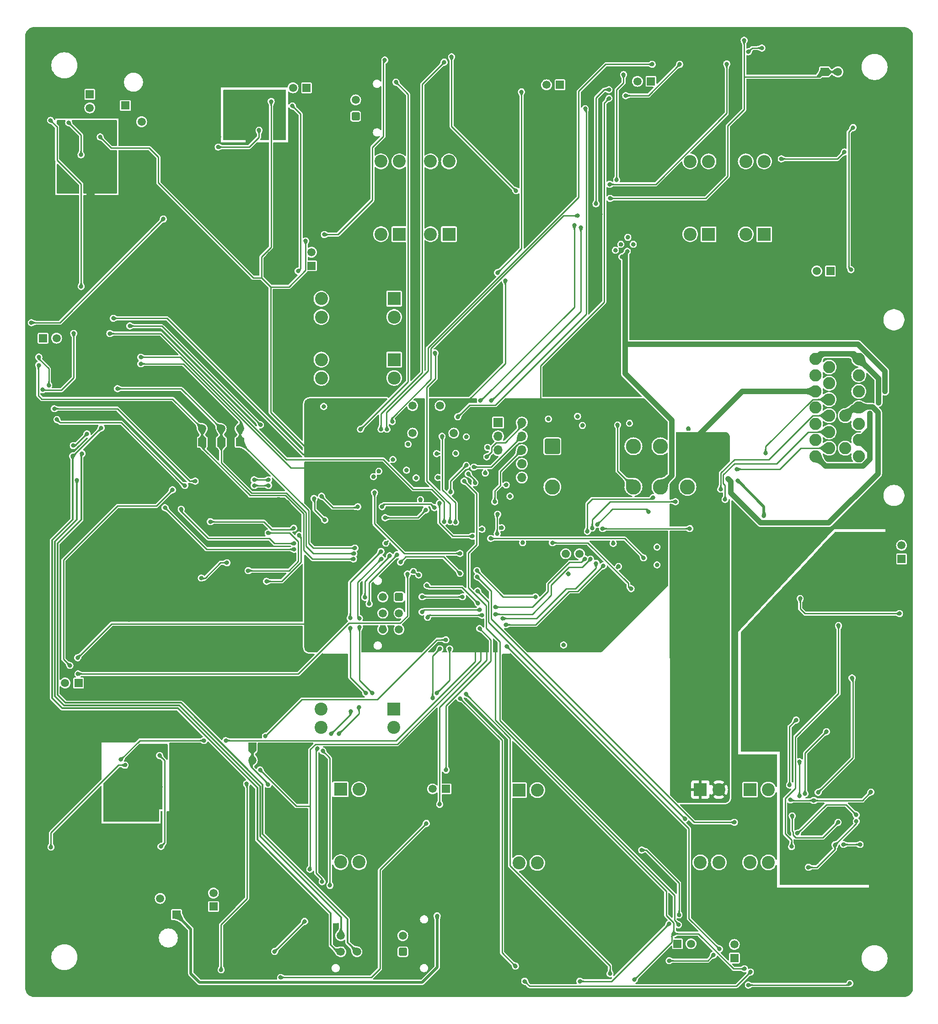
<source format=gbr>
%TF.GenerationSoftware,KiCad,Pcbnew,8.0.5*%
%TF.CreationDate,2025-01-18T20:32:25+01:00*%
%TF.ProjectId,FT25_PDU,46543235-5f50-4445-952e-6b696361645f,V1.2*%
%TF.SameCoordinates,Original*%
%TF.FileFunction,Copper,L4,Bot*%
%TF.FilePolarity,Positive*%
%FSLAX46Y46*%
G04 Gerber Fmt 4.6, Leading zero omitted, Abs format (unit mm)*
G04 Created by KiCad (PCBNEW 8.0.5) date 2025-01-18 20:32:25*
%MOMM*%
%LPD*%
G01*
G04 APERTURE LIST*
G04 Aperture macros list*
%AMRoundRect*
0 Rectangle with rounded corners*
0 $1 Rounding radius*
0 $2 $3 $4 $5 $6 $7 $8 $9 X,Y pos of 4 corners*
0 Add a 4 corners polygon primitive as box body*
4,1,4,$2,$3,$4,$5,$6,$7,$8,$9,$2,$3,0*
0 Add four circle primitives for the rounded corners*
1,1,$1+$1,$2,$3*
1,1,$1+$1,$4,$5*
1,1,$1+$1,$6,$7*
1,1,$1+$1,$8,$9*
0 Add four rect primitives between the rounded corners*
20,1,$1+$1,$2,$3,$4,$5,0*
20,1,$1+$1,$4,$5,$6,$7,0*
20,1,$1+$1,$6,$7,$8,$9,0*
20,1,$1+$1,$8,$9,$2,$3,0*%
%AMRotRect*
0 Rectangle, with rotation*
0 The origin of the aperture is its center*
0 $1 length*
0 $2 width*
0 $3 Rotation angle, in degrees counterclockwise*
0 Add horizontal line*
21,1,$1,$2,0,0,$3*%
G04 Aperture macros list end*
%TA.AperFunction,ComponentPad*%
%ADD10R,1.500000X1.500000*%
%TD*%
%TA.AperFunction,ComponentPad*%
%ADD11C,1.500000*%
%TD*%
%TA.AperFunction,ComponentPad*%
%ADD12C,5.600000*%
%TD*%
%TA.AperFunction,ComponentPad*%
%ADD13R,2.400000X2.400000*%
%TD*%
%TA.AperFunction,ComponentPad*%
%ADD14C,2.400000*%
%TD*%
%TA.AperFunction,ComponentPad*%
%ADD15RoundRect,0.250001X0.499999X-0.499999X0.499999X0.499999X-0.499999X0.499999X-0.499999X-0.499999X0*%
%TD*%
%TA.AperFunction,ComponentPad*%
%ADD16R,1.520000X1.520000*%
%TD*%
%TA.AperFunction,ComponentPad*%
%ADD17C,1.520000*%
%TD*%
%TA.AperFunction,ComponentPad*%
%ADD18C,2.250000*%
%TD*%
%TA.AperFunction,ComponentPad*%
%ADD19RotRect,1.500000X1.500000X315.000000*%
%TD*%
%TA.AperFunction,ComponentPad*%
%ADD20R,1.700000X1.700000*%
%TD*%
%TA.AperFunction,ComponentPad*%
%ADD21O,1.700000X1.700000*%
%TD*%
%TA.AperFunction,ComponentPad*%
%ADD22C,2.800000*%
%TD*%
%TA.AperFunction,ComponentPad*%
%ADD23RoundRect,0.250000X-1.150000X-1.150000X1.150000X-1.150000X1.150000X1.150000X-1.150000X1.150000X0*%
%TD*%
%TA.AperFunction,ComponentPad*%
%ADD24RoundRect,0.250001X-0.499999X0.499999X-0.499999X-0.499999X0.499999X-0.499999X0.499999X0.499999X0*%
%TD*%
%TA.AperFunction,ViaPad*%
%ADD25C,0.800000*%
%TD*%
%TA.AperFunction,Conductor*%
%ADD26C,0.250000*%
%TD*%
%TA.AperFunction,Conductor*%
%ADD27C,0.300000*%
%TD*%
%TA.AperFunction,Conductor*%
%ADD28C,0.500000*%
%TD*%
%TA.AperFunction,Conductor*%
%ADD29C,1.000000*%
%TD*%
G04 APERTURE END LIST*
D10*
%TO.P,TP2,1,1*%
%TO.N,/MCU/IN1*%
X165320000Y-98460000D03*
D11*
X165320000Y-95960000D03*
%TD*%
D10*
%TO.P,TP13,1,1*%
%TO.N,/connectors/P_Out5*%
X147190001Y-216990000D03*
D11*
X147190001Y-214490000D03*
%TD*%
D10*
%TO.P,TP14,1,1*%
%TO.N,/connectors/P_Out9*%
X261380000Y-99440000D03*
D11*
X258880000Y-99440000D03*
%TD*%
D12*
%TO.P,REF\u002A\u002A,1*%
%TO.N,GND*%
X116410000Y-144080000D03*
%TD*%
D13*
%TO.P,H12,1,1*%
%TO.N,+24V*%
X180580000Y-180485000D03*
D14*
%TO.P,H12,2,2*%
X180580000Y-183885000D03*
%TO.P,H12,3,3*%
%TO.N,Net-(D39-A2)*%
X167110000Y-180485000D03*
%TO.P,H12,4,4*%
X167110000Y-183885000D03*
%TD*%
D12*
%TO.P,REF\u002A\u002A,1*%
%TO.N,GND*%
X116410000Y-190080000D03*
%TD*%
D15*
%TO.P,J5,1,Pin_1*%
%TO.N,/connectors/P_Out2*%
X173505000Y-70795000D03*
D11*
%TO.P,J5,2,Pin_2*%
%TO.N,/connectors/P_Out1*%
X173505000Y-67795000D03*
%TO.P,J5,3,Pin_3*%
%TO.N,GND*%
X176505000Y-70795000D03*
%TO.P,J5,4,Pin_4*%
X176505000Y-67795000D03*
%TD*%
D10*
%TO.P,TP12,1,1*%
%TO.N,/MCU/IN6*%
X211339141Y-64992342D03*
D11*
X208839141Y-64992342D03*
%TD*%
%TO.P,K2,13*%
%TO.N,EBS supply*%
X189130000Y-124340000D03*
%TO.P,K2,14*%
%TO.N,/EBSR/EBS power*%
X184050000Y-124340000D03*
%TO.P,K2,A1*%
%TO.N,GND*%
X191670000Y-129420000D03*
%TO.P,K2,A2*%
%TO.N,TSMS SDC*%
X184050000Y-129420000D03*
%TD*%
D10*
%TO.P,TP17,1,1*%
%TO.N,/MCU/IN12*%
X152120000Y-131100000D03*
D11*
X152120000Y-128600000D03*
%TD*%
D13*
%TO.P,H15,1,1*%
%TO.N,/EBSR/EBS power*%
X180629999Y-115825000D03*
D14*
%TO.P,H15,2,2*%
X180629999Y-119225000D03*
%TO.P,H15,3,3*%
%TO.N,Net-(D45-A2)*%
X167159999Y-115825000D03*
%TO.P,H15,4,4*%
X167159999Y-119225000D03*
%TD*%
D10*
%TO.P,TP4,1,1*%
%TO.N,/MCU/IN7*%
X260299999Y-62600000D03*
D11*
X262799999Y-62600000D03*
%TD*%
D16*
%TO.P,J9,1,Pin_1*%
%TO.N,/connectors/P_Out3*%
X130879500Y-68825800D03*
D17*
%TO.P,J9,2,Pin_2*%
%TO.N,GND*%
X133879500Y-68825800D03*
%TO.P,J9,3,Pin_3*%
X130879500Y-71825800D03*
%TO.P,J9,4,Pin_4*%
%TO.N,/connectors/P_Out4*%
X133879500Y-71825800D03*
%TD*%
D13*
%TO.P,H5,1,1*%
%TO.N,+24V*%
X246515000Y-195350000D03*
D14*
%TO.P,H5,2,2*%
X249915000Y-195350000D03*
%TO.P,H5,3,3*%
%TO.N,Net-(D11-A2)*%
X246515000Y-208820000D03*
%TO.P,H5,4,4*%
X249915000Y-208820000D03*
%TD*%
D16*
%TO.P,J11,1,Pin_1*%
%TO.N,/connectors/P_Out10*%
X140324000Y-218474200D03*
D17*
%TO.P,J11,2,Pin_2*%
%TO.N,GND*%
X137324000Y-218474200D03*
%TO.P,J11,3,Pin_3*%
X140324000Y-215474200D03*
%TO.P,J11,4,Pin_4*%
%TO.N,/connectors/P_Out5*%
X137324000Y-215474200D03*
%TD*%
D12*
%TO.P,REF\u002A\u002A,1*%
%TO.N,GND*%
X159210000Y-144080000D03*
%TD*%
D10*
%TO.P,TP5,1,1*%
%TO.N,/MCU/IN8*%
X190250000Y-195230000D03*
D11*
X187750000Y-195230000D03*
%TD*%
D18*
%TO.P,J10,1,Pin_1*%
%TO.N,+24V*%
X258650000Y-133700000D03*
%TO.P,J10,2,Pin_2*%
%TO.N,/connectors/P_Out11*%
X258650000Y-130700000D03*
%TO.P,J10,3,Pin_3*%
%TO.N,24V ASMS*%
X258650000Y-127700000D03*
%TO.P,J10,4,Pin_4*%
%TO.N,EBS supply*%
X258650000Y-124700000D03*
%TO.P,J10,5,Pin_5*%
%TO.N,AS actuator supply*%
X258650000Y-121700000D03*
%TO.P,J10,6,Pin_6*%
%TO.N,TSMS SDC*%
X258650000Y-118700000D03*
%TO.P,J10,7,Pin_7*%
%TO.N,+24V*%
X258650000Y-115700000D03*
%TO.P,J10,8,Pin_8*%
%TO.N,stdCAN_L*%
X261150000Y-132200000D03*
%TO.P,J10,9,Pin_9*%
%TO.N,FDCAN_H*%
X261150000Y-129200000D03*
%TO.P,J10,10,Pin_10*%
%TO.N,FDCAN_L*%
X261150000Y-126200000D03*
%TO.P,J10,11,Pin_11*%
%TO.N,stdCAN_H*%
X261150000Y-123200000D03*
%TO.P,J10,12,Pin_12*%
%TO.N,unconnected-(J10-Pin_12-Pad12)*%
X261150000Y-120200000D03*
%TO.P,J10,13,Pin_13*%
%TO.N,/connectors/P_Out8*%
X261150000Y-117200000D03*
%TO.P,J10,14,Pin_14*%
%TO.N,/connectors/P_Out10*%
X264150000Y-132200000D03*
%TO.P,J10,15,Pin_15*%
%TO.N,GND*%
X264150000Y-129200000D03*
%TO.P,J10,16,Pin_16*%
%TO.N,/RBR/SDC bypass*%
X264150000Y-126200000D03*
%TO.P,J10,17,Pin_17*%
%TO.N,GND*%
X264150000Y-123200000D03*
%TO.P,J10,18,Pin_18*%
X264150000Y-120200000D03*
%TO.P,J10,19,Pin_19*%
X264150000Y-117200000D03*
%TO.P,J10,20,Pin_20*%
%TO.N,/connectors/P_Out7*%
X266650000Y-133700000D03*
%TO.P,J10,21,Pin_21*%
%TO.N,+24V*%
X266650000Y-130700000D03*
%TO.P,J10,22,Pin_22*%
%TO.N,/connectors/P_Out6*%
X266650000Y-127700000D03*
%TO.P,J10,23,Pin_23*%
%TO.N,/RBR/SDC bypass*%
X266650000Y-124700000D03*
%TO.P,J10,24,Pin_24*%
%TO.N,/RBR/RES*%
X266650000Y-121700000D03*
%TO.P,J10,25,Pin_25*%
%TO.N,/connectors/P_Out9*%
X266650000Y-118700000D03*
%TO.P,J10,26,Pin_26*%
%TO.N,+24V*%
X266650000Y-115700000D03*
%TD*%
D13*
%TO.P,H14,1,1*%
%TO.N,+24V*%
X190775001Y-92620000D03*
D14*
%TO.P,H14,2,2*%
X187375001Y-92620000D03*
%TO.P,H14,3,3*%
%TO.N,Net-(D59-A2)*%
X190775001Y-79150000D03*
%TO.P,H14,4,4*%
X187375001Y-79150000D03*
%TD*%
D19*
%TO.P,TP11,1,1*%
%TO.N,+3V3*%
X199560553Y-152033274D03*
D11*
X201328320Y-153801041D03*
%TD*%
D13*
%TO.P,H7,1,1*%
%TO.N,+24V*%
X238835000Y-92630000D03*
D14*
%TO.P,H7,2,2*%
X235435000Y-92630000D03*
%TO.P,H7,3,3*%
%TO.N,Net-(D19-A2)*%
X238835000Y-79160000D03*
%TO.P,H7,4,4*%
X235435000Y-79160000D03*
%TD*%
D20*
%TO.P,J2,1,Pin_1*%
%TO.N,GND*%
X199865000Y-127465000D03*
D21*
%TO.P,J2,2,Pin_2*%
%TO.N,/MCU/UART_RX*%
X199865000Y-130005000D03*
%TO.P,J2,3,Pin_3*%
%TO.N,/MCU/UART_TX*%
X199865000Y-132545000D03*
%TD*%
D12*
%TO.P,REF\u002A\u002A,1*%
%TO.N,GND*%
X116410000Y-98080000D03*
%TD*%
D10*
%TO.P,TP6,1,1*%
%TO.N,/MCU/IN3*%
X154370000Y-187430000D03*
D11*
X154370000Y-189930000D03*
%TD*%
D13*
%TO.P,H6,1,1*%
%TO.N,+24V*%
X181585000Y-92620000D03*
D14*
%TO.P,H6,2,2*%
X178185000Y-92620000D03*
%TO.P,H6,3,3*%
%TO.N,Net-(D15-A2)*%
X181585000Y-79150000D03*
%TO.P,H6,4,4*%
X178185000Y-79150000D03*
%TD*%
D11*
%TO.P,U11,1,V_In*%
%TO.N,Net-(D56-K)*%
X214940000Y-151720000D03*
%TO.P,U11,2,GND*%
%TO.N,GND*%
X212400000Y-151720000D03*
%TO.P,U11,3,V_Out*%
%TO.N,+3V3*%
X209860000Y-151720000D03*
%TD*%
D10*
%TO.P,TP7,1,1*%
%TO.N,/MCU/IN2*%
X115640000Y-111860000D03*
D11*
X118140000Y-111860000D03*
%TD*%
D15*
%TO.P,J3,1,Pin_1*%
%TO.N,/connectors/P_Out10*%
X182234201Y-225361500D03*
D11*
%TO.P,J3,2,Pin_2*%
X182234201Y-222361500D03*
%TO.P,J3,3,Pin_3*%
%TO.N,GND*%
X185234201Y-225361500D03*
%TO.P,J3,4,Pin_4*%
X185234201Y-222361500D03*
%TD*%
D10*
%TO.P,TP19,1,1*%
%TO.N,/connectors/P_Out3*%
X124290000Y-66770000D03*
D11*
X124290000Y-69270000D03*
%TD*%
D22*
%TO.P,K1,11*%
%TO.N,24V ASMS*%
X229929411Y-131855000D03*
%TO.P,K1,12*%
%TO.N,unconnected-(K1-Pad12)*%
X224929411Y-131855000D03*
%TO.P,K1,14*%
%TO.N,AS actuator supply*%
X234929411Y-131855000D03*
%TO.P,K1,21*%
%TO.N,/RBR/RES*%
X229929411Y-139355000D03*
%TO.P,K1,22*%
%TO.N,/RBR/SDC bypass*%
X224929411Y-139355000D03*
%TO.P,K1,24*%
%TO.N,unconnected-(K1-Pad24)*%
X234929411Y-139355000D03*
D23*
%TO.P,K1,A1*%
%TO.N,Net-(K1-PadA1)*%
X209929411Y-131855000D03*
D22*
%TO.P,K1,A2*%
%TO.N,24V ASMS*%
X209929411Y-139355000D03*
%TD*%
D13*
%TO.P,H11,1,1*%
%TO.N,+24V*%
X180630000Y-104545000D03*
D14*
%TO.P,H11,2,2*%
X180630000Y-107945000D03*
%TO.P,H11,3,3*%
%TO.N,Net-(D35-A2)*%
X167160000Y-104545000D03*
%TO.P,H11,4,4*%
X167160000Y-107945000D03*
%TD*%
D10*
%TO.P,TP3,1,1*%
%TO.N,/MCU/IN10*%
X228180001Y-64350000D03*
D11*
X225680001Y-64350000D03*
%TD*%
D12*
%TO.P,REF\u002A\u002A,1*%
%TO.N,GND*%
X159210000Y-98080000D03*
%TD*%
D13*
%TO.P,H13,1,1*%
%TO.N,AS actuator supply*%
X237325000Y-195350000D03*
D14*
%TO.P,H13,2,2*%
X240725000Y-195350000D03*
%TO.P,H13,3,3*%
%TO.N,Net-(D51-A2)*%
X237325000Y-208820000D03*
%TO.P,H13,4,4*%
X240725000Y-208820000D03*
%TD*%
D10*
%TO.P,TP10,1,1*%
%TO.N,/MCU/IN5*%
X233090000Y-223860000D03*
D11*
X235590000Y-223860000D03*
%TD*%
D10*
%TO.P,TP16,1,1*%
%TO.N,/MCU/IN13*%
X145120000Y-131100000D03*
D11*
X145120000Y-128600000D03*
%TD*%
D24*
%TO.P,J7,1,Pin_1*%
%TO.N,stdCAN_L*%
X181535000Y-159725000D03*
D11*
%TO.P,J7,2,Pin_2*%
%TO.N,FDCAN_L*%
X181535000Y-162725000D03*
%TO.P,J7,3,Pin_3*%
%TO.N,/connectors/P_Out11*%
X181535000Y-165725000D03*
%TO.P,J7,4,Pin_4*%
%TO.N,stdCAN_H*%
X178535000Y-159725000D03*
%TO.P,J7,5,Pin_5*%
%TO.N,FDCAN_H*%
X178535000Y-162725000D03*
%TO.P,J7,6,Pin_6*%
%TO.N,GND*%
X178535000Y-165725000D03*
%TD*%
D12*
%TO.P,REF\u002A\u002A,1*%
%TO.N,GND*%
X159210000Y-190080000D03*
%TD*%
D10*
%TO.P,TP15,1,1*%
%TO.N,/MCU/IN11*%
X148620000Y-131100000D03*
D11*
X148620000Y-128600000D03*
%TD*%
D10*
%TO.P,TP9,1,1*%
%TO.N,/connectors/P_Out6*%
X274570000Y-152680000D03*
D11*
X274570000Y-150180000D03*
%TD*%
D13*
%TO.P,H9,1,1*%
%TO.N,+24V*%
X203725000Y-195450000D03*
D14*
%TO.P,H9,2,2*%
X207125000Y-195450000D03*
%TO.P,H9,3,3*%
%TO.N,Net-(D27-A2)*%
X203725000Y-208920000D03*
%TO.P,H9,4,4*%
X207125000Y-208920000D03*
%TD*%
D13*
%TO.P,H10,1,1*%
%TO.N,+24V*%
X170725000Y-195300000D03*
D14*
%TO.P,H10,2,2*%
X174125000Y-195300000D03*
%TO.P,H10,3,3*%
%TO.N,Net-(D31-A2)*%
X170725000Y-208770000D03*
%TO.P,H10,4,4*%
X174125000Y-208770000D03*
%TD*%
D24*
%TO.P,J1,1,Pin_1*%
%TO.N,GND*%
X173750000Y-222364200D03*
D11*
%TO.P,J1,2,Pin_2*%
%TO.N,/connectors/P_Out13*%
X173750000Y-225364200D03*
%TO.P,J1,3,Pin_3*%
%TO.N,/connectors/P_Out14*%
X170750000Y-222364200D03*
%TO.P,J1,4,Pin_4*%
%TO.N,/connectors/P_Out12*%
X170750000Y-225364200D03*
%TD*%
D20*
%TO.P,J4,1,Pin_1*%
%TO.N,+3V3*%
X204285000Y-140165000D03*
D21*
%TO.P,J4,2,Pin_2*%
%TO.N,/MCU/SWCLK*%
X204285000Y-137625000D03*
%TO.P,J4,3,Pin_3*%
%TO.N,GND*%
X204285000Y-135085000D03*
%TO.P,J4,4,Pin_4*%
%TO.N,/MCU/SWDIO*%
X204285000Y-132545000D03*
%TO.P,J4,5,Pin_5*%
%TO.N,/MCU/NRST*%
X204285000Y-130005000D03*
%TO.P,J4,6,Pin_6*%
%TO.N,/MCU/SWO*%
X204285000Y-127465000D03*
%TD*%
D10*
%TO.P,TP8,1,1*%
%TO.N,/MCU/IN9*%
X122200000Y-175640000D03*
D11*
X119700000Y-175640000D03*
%TD*%
D10*
%TO.P,TP1,1,1*%
%TO.N,/MCU/IN4*%
X243620000Y-226500000D03*
D11*
X243620000Y-224000000D03*
%TD*%
D10*
%TO.P,TP18,1,1*%
%TO.N,/connectors/P_Out1*%
X164420000Y-65550000D03*
D11*
X161920000Y-65550000D03*
%TD*%
D13*
%TO.P,H8,1,1*%
%TO.N,+24V*%
X249125000Y-92630000D03*
D14*
%TO.P,H8,2,2*%
X245725000Y-92630000D03*
%TO.P,H8,3,3*%
%TO.N,Net-(D23-A2)*%
X249125000Y-79160000D03*
%TO.P,H8,4,4*%
X245725000Y-79160000D03*
%TD*%
D25*
%TO.N,GND*%
X133525000Y-55488747D03*
X250400000Y-233200000D03*
X185725000Y-55488747D03*
X156200000Y-56750000D03*
X250275000Y-54811252D03*
X255900000Y-165600000D03*
X126300000Y-57200000D03*
X227925000Y-232511252D03*
X220675000Y-232511252D03*
X113500000Y-213900000D03*
X157550000Y-56750000D03*
X178600000Y-207500000D03*
X113500000Y-126899999D03*
X244500000Y-212400000D03*
X271800000Y-169400000D03*
X162700000Y-56750000D03*
X112811253Y-126175000D03*
X202070000Y-141100000D03*
X265900000Y-82700000D03*
X188725000Y-137630000D03*
X271800000Y-168100000D03*
X142000000Y-189000000D03*
X217775000Y-232511252D03*
X112811252Y-163875000D03*
X148900000Y-233200000D03*
X130070000Y-106520000D03*
X143675000Y-55488747D03*
X153250000Y-233200000D03*
X150350000Y-233200000D03*
X232150001Y-60800000D03*
X113500000Y-228500000D03*
X258975000Y-54811252D03*
X112811252Y-118925000D03*
X112811253Y-133425000D03*
X133298000Y-139970000D03*
X180400000Y-134300000D03*
X167800000Y-77200000D03*
X206900000Y-233200000D03*
X229300000Y-153800000D03*
X148200000Y-74600000D03*
X242275000Y-55488748D03*
X135100000Y-232500000D03*
X272975000Y-232511252D03*
X114700000Y-63800000D03*
X126175000Y-55488748D03*
X113500000Y-171850000D03*
X213425000Y-232511252D03*
X112811252Y-166775000D03*
X112811253Y-134875000D03*
X235175000Y-232511252D03*
X146500000Y-158700000D03*
X203849999Y-54800000D03*
X275100000Y-165500000D03*
X198670000Y-83370000D03*
X198981636Y-58948364D03*
X262100000Y-233200000D03*
X113500000Y-182000000D03*
X270150000Y-90373218D03*
X120300000Y-100000000D03*
X268450000Y-83226782D03*
X235100000Y-128600000D03*
X184185866Y-155015354D03*
X158600000Y-221350000D03*
X119800000Y-109400000D03*
X114700000Y-94300000D03*
X151800000Y-233200000D03*
X227200000Y-233200000D03*
X243725000Y-55488748D03*
X152590000Y-83790000D03*
X113400000Y-59800000D03*
X233575000Y-55488748D03*
X218798012Y-88898004D03*
X154200000Y-74100000D03*
X224150000Y-54800000D03*
X145275000Y-232511252D03*
X150925000Y-55488747D03*
X207475000Y-55488748D03*
X162600000Y-226400000D03*
X267900000Y-233200000D03*
X259100000Y-233200000D03*
X116750000Y-54800000D03*
X133650000Y-232500000D03*
X137875000Y-55488748D03*
X186449999Y-54800000D03*
X182975000Y-232511252D03*
X251725000Y-54811252D03*
X252800000Y-166800000D03*
X266450000Y-233200000D03*
X246650000Y-55500000D03*
X253300000Y-233200000D03*
X215450000Y-54800000D03*
X113500000Y-203750001D03*
X269299999Y-90900000D03*
X140700000Y-78500000D03*
X176300000Y-54800000D03*
X157600000Y-233200000D03*
X114800000Y-232500000D03*
X112811252Y-127625000D03*
X159350000Y-220500000D03*
X233000000Y-233200000D03*
X171225000Y-55488748D03*
X193125000Y-232511252D03*
X113500000Y-135599999D03*
X179200000Y-54800000D03*
X219225000Y-232511252D03*
X243000000Y-54800000D03*
X222850000Y-233200000D03*
X121020000Y-187060000D03*
X251500000Y-169400000D03*
X180075000Y-232511252D03*
X231400000Y-54800000D03*
X174850000Y-54800000D03*
X217427008Y-226775000D03*
X251850000Y-233200000D03*
X248100000Y-55500000D03*
X113500000Y-141400000D03*
X223575000Y-232511252D03*
X128580000Y-194790000D03*
X154550000Y-54800000D03*
X270075000Y-232511252D03*
X113500000Y-161700000D03*
X244480000Y-218640000D03*
X125020000Y-190060000D03*
X142350000Y-232500000D03*
X198775000Y-55488748D03*
X132075000Y-55488748D03*
X255350000Y-55500000D03*
X266225000Y-54811251D03*
X166300000Y-233200000D03*
X181525000Y-232511252D03*
X124500000Y-81800000D03*
X271850000Y-83226782D03*
X112811252Y-165325000D03*
X219075000Y-55488748D03*
X162950000Y-188250000D03*
X151402000Y-229980000D03*
X252800000Y-173300000D03*
X163400000Y-233200000D03*
X178625000Y-232511252D03*
X184275000Y-55488748D03*
X112811252Y-149375000D03*
X183500000Y-206170000D03*
X147450000Y-233200000D03*
X112811252Y-207375000D03*
X112811252Y-198675000D03*
X113500000Y-166050000D03*
X112811252Y-147925000D03*
X183550000Y-54800000D03*
X113400000Y-62500000D03*
X166150000Y-54800000D03*
X126300000Y-62500000D03*
X137690000Y-114580000D03*
X147300000Y-54800000D03*
X144400000Y-54800000D03*
X125020000Y-193060000D03*
X113500000Y-152999999D03*
X230825000Y-232511252D03*
X238075000Y-232511252D03*
X265725000Y-232511252D03*
X206025000Y-55488748D03*
X272700000Y-82700000D03*
X148175000Y-232511252D03*
X188499994Y-133200000D03*
X186625001Y-68655025D03*
X226475000Y-232511252D03*
X218500000Y-233200000D03*
X197500000Y-136800000D03*
X267600000Y-90900000D03*
X216900000Y-54800000D03*
X113500000Y-124000000D03*
X128350001Y-54800000D03*
X188625000Y-55488748D03*
X113500000Y-231400000D03*
X202400000Y-54800000D03*
X113500000Y-128350000D03*
X200225000Y-55488748D03*
X238800000Y-233200000D03*
X149475000Y-55488748D03*
X273550000Y-90373218D03*
X193500000Y-69900000D03*
X245925000Y-54811252D03*
X183520000Y-201650000D03*
X112811252Y-146475000D03*
X143075000Y-233188748D03*
X113500000Y-211000000D03*
X155425000Y-232511252D03*
X120300000Y-98700000D03*
X271800000Y-170700000D03*
X113500000Y-173300000D03*
X125000000Y-58500000D03*
X275100000Y-169400000D03*
X116975000Y-233188748D03*
X120300000Y-97300000D03*
X251500000Y-164200000D03*
X113500000Y-147200000D03*
X134400001Y-101079999D03*
X113500000Y-131250000D03*
X272699999Y-90900000D03*
X119820000Y-82610000D03*
X242400001Y-56600000D03*
X112811253Y-185625000D03*
X195149999Y-54800000D03*
X113300000Y-93100000D03*
X174125000Y-55488748D03*
X275100000Y-170700000D03*
X121325000Y-233188748D03*
X112811252Y-184175000D03*
X227775000Y-55488748D03*
X118425000Y-233188748D03*
X131475000Y-233188748D03*
X158900000Y-54800000D03*
X172675000Y-55488748D03*
X113500000Y-197950000D03*
X112811253Y-168225000D03*
X217160000Y-75500000D03*
X189500000Y-233200000D03*
X139450000Y-232500000D03*
X146000000Y-233200000D03*
X274400000Y-85600000D03*
X142000000Y-81650000D03*
X185150000Y-233200000D03*
X195300000Y-233200000D03*
X274926782Y-89850000D03*
X194000000Y-130100000D03*
X241550000Y-54800000D03*
X113500000Y-215350000D03*
X182250000Y-233200000D03*
X208200000Y-54800000D03*
X112811252Y-216075000D03*
X114700000Y-93100000D03*
X196600000Y-54800000D03*
X211250000Y-233200000D03*
X112811253Y-194325000D03*
X172825000Y-232511252D03*
X121020000Y-190060000D03*
X259925000Y-232511252D03*
X246775000Y-232511252D03*
X118200000Y-54800000D03*
X275100000Y-166800000D03*
X215600000Y-233200000D03*
X156030000Y-150040000D03*
X164650000Y-59200000D03*
X229640000Y-68380000D03*
X176810000Y-137470000D03*
X123900000Y-134000000D03*
X212700000Y-233200000D03*
X180473008Y-59923008D03*
X117000000Y-85900000D03*
X163950000Y-56750000D03*
X267175000Y-232511252D03*
X114575000Y-55488748D03*
X113500000Y-208100000D03*
X211100001Y-54800000D03*
X113500000Y-134150001D03*
X113400000Y-58500000D03*
X118925000Y-55488747D03*
X125000000Y-62500000D03*
X185171992Y-155668008D03*
X151650001Y-54800000D03*
X167870000Y-80280000D03*
X113500000Y-225600000D03*
X113500000Y-200850000D03*
X116170000Y-127460000D03*
X112811252Y-221975000D03*
X242250000Y-219380000D03*
X155275000Y-55488748D03*
X167600000Y-54800000D03*
X142000000Y-192000000D03*
X177025000Y-55488747D03*
X113500000Y-216900000D03*
X113500000Y-132700000D03*
X252800000Y-164200000D03*
X151800000Y-140000000D03*
X190225000Y-232511252D03*
X130400000Y-81200000D03*
X115410000Y-195800000D03*
X235900000Y-233200000D03*
X203275000Y-232511252D03*
X274400000Y-83899999D03*
X217050000Y-233200000D03*
X121600000Y-96000000D03*
X160500000Y-233200000D03*
X201100000Y-233200000D03*
X234450000Y-233200000D03*
X264050000Y-55500000D03*
X208925000Y-55488748D03*
X112811252Y-197225000D03*
X271800000Y-172000000D03*
X126300000Y-58500000D03*
X255900000Y-172100000D03*
X239700000Y-62900000D03*
X248182028Y-232500000D03*
X234852089Y-199006073D03*
X115300000Y-54800000D03*
X252200000Y-163399996D03*
X142000000Y-195000000D03*
X219930909Y-57790001D03*
X193700000Y-54800000D03*
X251000000Y-55500000D03*
X113500000Y-196500000D03*
X112811253Y-142125000D03*
X229949999Y-54800000D03*
X135680000Y-130070000D03*
X164700000Y-54800000D03*
X160349999Y-54800000D03*
X241590000Y-216010000D03*
X270800000Y-233200000D03*
X112811252Y-130525000D03*
X265000000Y-233200000D03*
X255475000Y-232511252D03*
X130025000Y-233188748D03*
X112811252Y-230675000D03*
X251500000Y-172000000D03*
X123500000Y-232500000D03*
X149625000Y-232511252D03*
X161075000Y-55488747D03*
X161800000Y-54800000D03*
X173550000Y-233200000D03*
X150200000Y-54800000D03*
X230100000Y-233200000D03*
X196900000Y-147200000D03*
X209075000Y-232511252D03*
X177900000Y-233200000D03*
X255900000Y-164300000D03*
X152375000Y-55488747D03*
X112811253Y-217625000D03*
X271300000Y-55500000D03*
X214000000Y-54800000D03*
X129075000Y-55488747D03*
X193850000Y-233200000D03*
X268400000Y-55500000D03*
X271525000Y-232511252D03*
X140700000Y-71500000D03*
X191600000Y-115500000D03*
X113500000Y-155900000D03*
X159050000Y-233200000D03*
X255900000Y-166900000D03*
X112811252Y-153725000D03*
X163250000Y-54800000D03*
X235750000Y-54800000D03*
X112811252Y-171125000D03*
X260240000Y-200890000D03*
X121600000Y-98700000D03*
X192400000Y-233200000D03*
X125000000Y-63800000D03*
X126900000Y-54800000D03*
X130010000Y-177380000D03*
X251500000Y-173300000D03*
X240800000Y-227800000D03*
X232238147Y-227775000D03*
X117410000Y-194800000D03*
X266750000Y-90373218D03*
X214150000Y-233200000D03*
X255900000Y-168200000D03*
X121100000Y-54800000D03*
X190800000Y-54800000D03*
X147700000Y-132700000D03*
X153100000Y-54800000D03*
X158900000Y-56750000D03*
X130209425Y-128709479D03*
X198050000Y-54800000D03*
X165575000Y-232511252D03*
X126500000Y-130900000D03*
X123020000Y-187060000D03*
X270800000Y-175700000D03*
X113500000Y-119650000D03*
X257800000Y-208700000D03*
X217625000Y-55488748D03*
X166875000Y-55488748D03*
X186600000Y-233200000D03*
X112811252Y-123275000D03*
X205450000Y-233200000D03*
X154200000Y-72700000D03*
X270575000Y-54811252D03*
X127850000Y-232500000D03*
X114700000Y-62500000D03*
X171950000Y-54800000D03*
X113500000Y-179100000D03*
X244600000Y-233200000D03*
X124725000Y-55488748D03*
X156150000Y-233200000D03*
X112811252Y-174025000D03*
X251125000Y-232511252D03*
X113500000Y-137050000D03*
X204430000Y-149675000D03*
X140000000Y-189000000D03*
X248825000Y-54811251D03*
X206175000Y-232511252D03*
X162675000Y-232511252D03*
X113500000Y-150100000D03*
X202550000Y-233200000D03*
X273475000Y-54811251D03*
X113500000Y-206600000D03*
X117410000Y-195800000D03*
X112811253Y-160975000D03*
X274400000Y-90900000D03*
X251500000Y-166800000D03*
X271800000Y-174600000D03*
X201379994Y-139000000D03*
X125840000Y-111940000D03*
X168750000Y-90690000D03*
X112811252Y-113125000D03*
X175725000Y-232511252D03*
X142000000Y-78750000D03*
X182700000Y-64300000D03*
X164010000Y-195260000D03*
X207625000Y-232511252D03*
X113500000Y-209550000D03*
X123475000Y-141300000D03*
X175575000Y-55488748D03*
X200950000Y-54800000D03*
X192025000Y-133155564D03*
X171375000Y-232511252D03*
X153255000Y-143865000D03*
X254750000Y-233200000D03*
X194575000Y-232511252D03*
X113500000Y-199400000D03*
X130750000Y-232500000D03*
X260425000Y-54811252D03*
X227050000Y-54800000D03*
X274500000Y-176600000D03*
X113500000Y-157350000D03*
X156000000Y-54800000D03*
X267082501Y-69210000D03*
X177175000Y-232511252D03*
X125450000Y-54800000D03*
X249550000Y-55500000D03*
X131350000Y-54800000D03*
X113500000Y-139950000D03*
X121600000Y-100000000D03*
X124500000Y-83300000D03*
X208350000Y-233200000D03*
X158325000Y-232511252D03*
X154425000Y-143860000D03*
X138725000Y-233188748D03*
X157450000Y-54800000D03*
X112811253Y-159525000D03*
X161225000Y-232511252D03*
X140000000Y-192000000D03*
X113500000Y-170400000D03*
X266950000Y-55500000D03*
X244490000Y-216660000D03*
X228650000Y-233200000D03*
X263550000Y-233200000D03*
X221975000Y-55488747D03*
X113500000Y-110950000D03*
X184425000Y-232511252D03*
X257650000Y-233200000D03*
X127125000Y-233188748D03*
X273800000Y-175699998D03*
X256200000Y-233200000D03*
X274400000Y-89000000D03*
X267600000Y-82700000D03*
X145850000Y-54800000D03*
X112811252Y-111675000D03*
X125096643Y-176305057D03*
X236475000Y-55488748D03*
X113500000Y-115300000D03*
X169049999Y-54800000D03*
X244450000Y-54800000D03*
X113500000Y-112400000D03*
X170650000Y-233200000D03*
X229225000Y-55488747D03*
X200375000Y-232511252D03*
X143050000Y-81000000D03*
X251500000Y-170700000D03*
X255900000Y-169500000D03*
X209800000Y-233200000D03*
X175000000Y-233200000D03*
X131540000Y-163930000D03*
X184700000Y-137700000D03*
X274425000Y-232511252D03*
X275100000Y-173300000D03*
X268450000Y-90373218D03*
X233725000Y-232511252D03*
X126410000Y-108900000D03*
X169200000Y-233200000D03*
X235025000Y-55488748D03*
X153825000Y-55488748D03*
X131540000Y-160600000D03*
X115410000Y-196800000D03*
X275100000Y-172000000D03*
X225750000Y-233200000D03*
X247375000Y-54811251D03*
X246050000Y-233200000D03*
X112811252Y-172575000D03*
X132200000Y-232500000D03*
X177749999Y-54800000D03*
X211825000Y-55488747D03*
X148750000Y-54800000D03*
X148960000Y-193750000D03*
X113500000Y-164600000D03*
X262825000Y-232511252D03*
X221249999Y-54800000D03*
X135350000Y-194860000D03*
X141500000Y-54800000D03*
X252800000Y-172000000D03*
X214590000Y-126320000D03*
X218350000Y-54800000D03*
X129900000Y-54800000D03*
X146800000Y-197100000D03*
X113500000Y-174750000D03*
X275100000Y-164200000D03*
X195170000Y-196200000D03*
X243150000Y-233200000D03*
X256075000Y-54811251D03*
X252800000Y-169400000D03*
X112811252Y-129075000D03*
X112811252Y-139225000D03*
X121020000Y-193060000D03*
X252050000Y-86400000D03*
X137150000Y-54800000D03*
X224875000Y-55488748D03*
X231550000Y-233200000D03*
X263325000Y-54811252D03*
X126300000Y-61100000D03*
X239525000Y-232511252D03*
X112811252Y-114575000D03*
X271800000Y-173300000D03*
X212000000Y-168600000D03*
X275100000Y-174600000D03*
X141625000Y-233188748D03*
X268625000Y-232511252D03*
X254625000Y-54811252D03*
X112811253Y-195775000D03*
X122775000Y-233188748D03*
X116250000Y-232500000D03*
X210525000Y-232511252D03*
X140050000Y-54800000D03*
X160220000Y-219510000D03*
X271800000Y-164200000D03*
X198200000Y-233200000D03*
X270150000Y-83226782D03*
X187175000Y-55488747D03*
X122550000Y-54800000D03*
X113500000Y-177650001D03*
X252450000Y-55500000D03*
X179087574Y-149787575D03*
X165425000Y-55488748D03*
X231775000Y-217920000D03*
X225025000Y-232511252D03*
X206909008Y-230687008D03*
X113500000Y-151550001D03*
X212900000Y-155475000D03*
X112811252Y-214625000D03*
X112811252Y-131975000D03*
X180650000Y-54800000D03*
X192975000Y-55488748D03*
X113500000Y-218350001D03*
X191675000Y-232511252D03*
X135825000Y-233188748D03*
X243875000Y-232511252D03*
X265899999Y-90900000D03*
X215500000Y-128000000D03*
X191525000Y-55488748D03*
X140700000Y-77300000D03*
X199650000Y-233200000D03*
X145125000Y-55488748D03*
X112811252Y-162425000D03*
X242230000Y-221970000D03*
X140700000Y-83700000D03*
X269300000Y-82700000D03*
X113500000Y-154450000D03*
X219800001Y-54800000D03*
X120375000Y-55488747D03*
X224300000Y-233200000D03*
X182825000Y-55488748D03*
X129300000Y-232500000D03*
X139300000Y-55500000D03*
X112811252Y-116025001D03*
X116150000Y-136040000D03*
X140700000Y-74400000D03*
X112811253Y-226325000D03*
X261150000Y-55500000D03*
X162525000Y-55488748D03*
X254600000Y-198200000D03*
X255900000Y-174700000D03*
X116410000Y-194800000D03*
X275100000Y-168100000D03*
X247207740Y-59194900D03*
X112811253Y-124725000D03*
X112811252Y-201575000D03*
X245175000Y-55488748D03*
X112811252Y-181275000D03*
X112811252Y-120375000D03*
X168475000Y-232511252D03*
X151075000Y-232511252D03*
X169775000Y-55488747D03*
X112811252Y-137775000D03*
X112811252Y-229225000D03*
X206750000Y-54800000D03*
X112811253Y-117475000D03*
X167600000Y-124500000D03*
X257525000Y-54811251D03*
X123020000Y-190060000D03*
X113500000Y-148650000D03*
X112811252Y-224875000D03*
X112811253Y-169675000D03*
X113500000Y-176200000D03*
X271800000Y-165500000D03*
X192250000Y-54800000D03*
X130625000Y-55488748D03*
X251500000Y-165500000D03*
X194400004Y-57000000D03*
X113500000Y-158800000D03*
X258900000Y-208700000D03*
X240825000Y-55488748D03*
X112811253Y-211725000D03*
X194425000Y-55488747D03*
X210375000Y-55488748D03*
X117410000Y-196800000D03*
X212549999Y-54800000D03*
X261875000Y-54811252D03*
X252800000Y-168100000D03*
X232275000Y-232511252D03*
X172100000Y-233200000D03*
X263300000Y-216500000D03*
X112811252Y-192875000D03*
X177810000Y-136460000D03*
X238649999Y-54800000D03*
X229375000Y-232511252D03*
X214725000Y-55488748D03*
X197325000Y-55488748D03*
X224200000Y-127600000D03*
X121600000Y-97300000D03*
X183700000Y-233200000D03*
X237200001Y-54800000D03*
X229300000Y-150500000D03*
X272250000Y-233200000D03*
X255900000Y-170800000D03*
X112811253Y-213175000D03*
X271800000Y-166800000D03*
X113500000Y-183450000D03*
X228500001Y-54800000D03*
X113500000Y-168950001D03*
X113500000Y-167500000D03*
X138000000Y-232500000D03*
X148400000Y-99900000D03*
X222125000Y-232511252D03*
X240975000Y-232511252D03*
X249000000Y-75400000D03*
X112811252Y-179825000D03*
X158175000Y-55488748D03*
X140700000Y-72950000D03*
X125020000Y-187060000D03*
X144000000Y-195000000D03*
X174275000Y-232511252D03*
X271850000Y-90373218D03*
X125000000Y-59800000D03*
X144300000Y-95900000D03*
X148025000Y-55488748D03*
X209200000Y-126800000D03*
X113500000Y-129800000D03*
X113500000Y-224150000D03*
X124950000Y-232500000D03*
X274200000Y-55500000D03*
X169925000Y-232511252D03*
X146725000Y-232511252D03*
X182908899Y-136275000D03*
X243400000Y-65100000D03*
X264275000Y-232511252D03*
X122050000Y-232500000D03*
X117700000Y-232500000D03*
X125000000Y-57200000D03*
X112811252Y-158075000D03*
X274926782Y-88150000D03*
X142950001Y-54800000D03*
X203125000Y-55488747D03*
X201825000Y-232511252D03*
X113500000Y-222700000D03*
X197475000Y-232511252D03*
X114700000Y-58500000D03*
X178475000Y-55488747D03*
X112811252Y-140675000D03*
X237350000Y-233200000D03*
X113500000Y-195050001D03*
X235970000Y-69880000D03*
X199550000Y-202990000D03*
X182100000Y-54800000D03*
X183211202Y-131475000D03*
X188775000Y-232511252D03*
X129100000Y-224500000D03*
X241700000Y-233200000D03*
X145248008Y-149151992D03*
X132800000Y-54800000D03*
X144550000Y-233200000D03*
X144000000Y-189000000D03*
X252800000Y-174600000D03*
X261375000Y-232511252D03*
X160200000Y-56750000D03*
X254025000Y-232511252D03*
X265500000Y-55500000D03*
X262600000Y-55500000D03*
X248950000Y-233200000D03*
X144000000Y-192000000D03*
X223425000Y-55488748D03*
X112811252Y-121825000D03*
X217160000Y-70370000D03*
X116410000Y-195800000D03*
X112811252Y-205925000D03*
X113500000Y-184900000D03*
X113500000Y-202300000D03*
X113500000Y-138500000D03*
X260650000Y-233200000D03*
X115410000Y-194800000D03*
X120300000Y-96000000D03*
X225600000Y-54800000D03*
X112811253Y-150825000D03*
X112811252Y-110225000D03*
X232850000Y-54800000D03*
X114700000Y-57200000D03*
X129286643Y-176385057D03*
X132925000Y-233188748D03*
X255900000Y-173400000D03*
X117475000Y-55488748D03*
X211975000Y-232511252D03*
X112811253Y-187075000D03*
X271000000Y-82700000D03*
X142900000Y-143900000D03*
X123275000Y-55488748D03*
X251500000Y-174600000D03*
X274926782Y-86450000D03*
X213275000Y-55488747D03*
X260700000Y-66800000D03*
X168325000Y-55488747D03*
X113500000Y-219800000D03*
X140900000Y-232500000D03*
X226460000Y-207680000D03*
X115525000Y-233188748D03*
X112811253Y-227775000D03*
X214875000Y-232511252D03*
X216325000Y-232511252D03*
X161950000Y-233200000D03*
X239375000Y-55488747D03*
X112811252Y-220525000D03*
X252800000Y-165500000D03*
X112811253Y-152275000D03*
X204725000Y-232511252D03*
X237925000Y-55488747D03*
X116410000Y-196800000D03*
X181375000Y-55488748D03*
X123020000Y-193060000D03*
X247500000Y-233200000D03*
X273550000Y-83226782D03*
X164125000Y-232511252D03*
X216175000Y-55488748D03*
X113500000Y-118199999D03*
X176450000Y-233200000D03*
X128575000Y-233188748D03*
X113400000Y-63800000D03*
X164850000Y-233200000D03*
X134250001Y-54800000D03*
X240100000Y-54800000D03*
X211859140Y-68032341D03*
X185500000Y-141700000D03*
X196750000Y-233200000D03*
X140800000Y-55500000D03*
X252575000Y-232511252D03*
X271000000Y-90900000D03*
X113500000Y-122550000D03*
X163975000Y-55488748D03*
X167025000Y-232511252D03*
X113300000Y-94300000D03*
X121825000Y-55488748D03*
X272100000Y-175700000D03*
X159775000Y-232511252D03*
X134975000Y-55488747D03*
X113500000Y-163150000D03*
X190950000Y-233200000D03*
X166975000Y-198520000D03*
X189350000Y-54800000D03*
X274926782Y-84750000D03*
X156875000Y-232511252D03*
X161500000Y-56750000D03*
X113500000Y-227050001D03*
X153975000Y-232511252D03*
X258375000Y-232511252D03*
X187900000Y-54800000D03*
X259700000Y-55500000D03*
X119875000Y-233188748D03*
X112811252Y-136325000D03*
X204000000Y-233200000D03*
X124000000Y-54800000D03*
X275100000Y-175700000D03*
X221190000Y-149810000D03*
X272025000Y-54811252D03*
X264775000Y-54811251D03*
X157895000Y-66595000D03*
X267675000Y-54811252D03*
X222170599Y-154075000D03*
X219100000Y-195200000D03*
X204575000Y-55488747D03*
X185875000Y-232511252D03*
X232125000Y-55488748D03*
X112811252Y-223425000D03*
X140700000Y-79750000D03*
X120600000Y-232500000D03*
X127625000Y-55488747D03*
X269350000Y-233200000D03*
X266750000Y-83226782D03*
X236625000Y-232511252D03*
X190075000Y-55488748D03*
X151600000Y-68300000D03*
X126210000Y-73180000D03*
X112811253Y-176925000D03*
X179350000Y-233200000D03*
X272750000Y-55500000D03*
X251500000Y-168100000D03*
X112811252Y-182725000D03*
X113400000Y-61100000D03*
X112811252Y-175475000D03*
X132190000Y-198700000D03*
X136550000Y-232500000D03*
X113500000Y-193600000D03*
X137410000Y-194860000D03*
X126300000Y-59800000D03*
X242425000Y-232511252D03*
X222700000Y-54800000D03*
X113500000Y-221250000D03*
X142000000Y-80200000D03*
X140000000Y-195000000D03*
X112811253Y-204475000D03*
X125000000Y-61100000D03*
X274400000Y-87299999D03*
X252800000Y-170700000D03*
X116025000Y-55488748D03*
X187325000Y-232511252D03*
X161120000Y-218550000D03*
X185000000Y-54800000D03*
X188050000Y-233200000D03*
X142225000Y-55488747D03*
X112811253Y-178375000D03*
X126300000Y-63800000D03*
X124225000Y-233188748D03*
X140700000Y-75850000D03*
X113500000Y-212449999D03*
X226325000Y-55488748D03*
X112811252Y-155175000D03*
X269850000Y-55500000D03*
X149400000Y-156225000D03*
X113500000Y-121100000D03*
X195875000Y-55488747D03*
X197930000Y-132070000D03*
X258250000Y-55500000D03*
X159625000Y-55488747D03*
X198925000Y-232511252D03*
X229706522Y-226989502D03*
X113500000Y-180550000D03*
X133430000Y-199400000D03*
X113500000Y-113850000D03*
X113500000Y-205200000D03*
X247030000Y-62725000D03*
X193560000Y-220630000D03*
X269125000Y-54811252D03*
X119650001Y-54800000D03*
X152525000Y-232511252D03*
X245325000Y-232511252D03*
X230675000Y-55488747D03*
X113500000Y-229950000D03*
X234300000Y-54800000D03*
X143825000Y-232511252D03*
X114700000Y-59800000D03*
X152590000Y-153380000D03*
X200039140Y-70112341D03*
X112811252Y-156625000D03*
X164650000Y-57900000D03*
X196025000Y-232511252D03*
X253900000Y-55500000D03*
X114700000Y-61100000D03*
X113500000Y-116750001D03*
X199500000Y-54800000D03*
X252050000Y-87800000D03*
X134375000Y-233188748D03*
X112811253Y-203025000D03*
X173400000Y-54800000D03*
X273700000Y-233200000D03*
X156725000Y-55488748D03*
X136425000Y-55488748D03*
X113500000Y-186350001D03*
X121096643Y-164655057D03*
X141750000Y-91230000D03*
X209650000Y-54800000D03*
X199570000Y-199410000D03*
X112811252Y-208825000D03*
X140175000Y-233188748D03*
X126400000Y-232500000D03*
X253175000Y-54811252D03*
X112811252Y-200125000D03*
X135700000Y-54800000D03*
X113500000Y-160250001D03*
X219950000Y-233200000D03*
X220525000Y-55488747D03*
X136350000Y-194860000D03*
X113500000Y-125450001D03*
X137275000Y-233188748D03*
X201675000Y-55488748D03*
X170500000Y-54800000D03*
X112811252Y-210275000D03*
X274400000Y-82700000D03*
X223800000Y-217600000D03*
X146575000Y-55488748D03*
X119150000Y-232500000D03*
X179925000Y-55488748D03*
X256925000Y-232511252D03*
X125675000Y-233188748D03*
X180800000Y-233200000D03*
X221400000Y-233200000D03*
X140470000Y-130070000D03*
X125100000Y-140000000D03*
X131520000Y-162470000D03*
X167750000Y-233200000D03*
X112811253Y-219075000D03*
X140060000Y-89970000D03*
X240250000Y-233200000D03*
X249700000Y-232500000D03*
X205300000Y-54800000D03*
X138600000Y-54800000D03*
X200540000Y-146910000D03*
X154900000Y-56750000D03*
X113400000Y-57200000D03*
X151800000Y-199000000D03*
X154700000Y-233200000D03*
X256800000Y-55500000D03*
X128310000Y-75640000D03*
%TO.N,+3V3*%
X185600000Y-132400000D03*
X157865000Y-68065000D03*
X175900000Y-132100000D03*
X233500000Y-61200000D03*
X171500000Y-135200000D03*
X175400000Y-137400000D03*
X169500000Y-133400000D03*
X207700000Y-123800000D03*
X195100000Y-128900000D03*
X165250000Y-164525000D03*
X164699992Y-157600000D03*
X190600000Y-131900000D03*
X204100000Y-151800000D03*
X197760000Y-168210000D03*
X187600000Y-131400000D03*
X199750000Y-99750000D03*
X175800000Y-168200000D03*
X166800000Y-156900000D03*
X201200000Y-151100000D03*
X204200000Y-66300000D03*
X191200000Y-131100000D03*
X155805000Y-191700000D03*
X128640000Y-108180000D03*
X167800000Y-154600000D03*
X186200000Y-146000000D03*
X187400000Y-146000000D03*
X232400000Y-222000000D03*
X191800000Y-131900000D03*
X196400000Y-127700000D03*
X167500000Y-135200000D03*
X201199997Y-101199997D03*
X175900000Y-130700000D03*
X220400000Y-67500000D03*
X175800000Y-167100000D03*
X199325000Y-168210000D03*
X187600000Y-132400000D03*
X133700000Y-115375000D03*
X175900000Y-133400000D03*
X188600000Y-131900000D03*
X122026642Y-170965056D03*
X169500000Y-135200000D03*
X168800000Y-156900000D03*
X175400000Y-136300000D03*
X188300000Y-146900000D03*
X171500000Y-133400000D03*
X174000000Y-147600000D03*
X170000000Y-147600000D03*
X175800000Y-166000000D03*
X190000000Y-148700000D03*
X192500000Y-167400000D03*
X246200000Y-58900000D03*
X164640000Y-133350000D03*
X126210000Y-74640000D03*
X168500000Y-135200000D03*
X185000000Y-146000000D03*
X195600000Y-168200000D03*
X169800000Y-154600000D03*
X170500000Y-133400000D03*
X225100008Y-230500000D03*
X187739097Y-156575000D03*
X169800000Y-156900000D03*
X165025000Y-210100000D03*
X191600000Y-166700000D03*
X164730000Y-135850000D03*
X171000000Y-147600000D03*
X245500000Y-228500000D03*
X185600000Y-131400000D03*
X145438624Y-186269996D03*
X188400000Y-153650000D03*
X166800000Y-154600000D03*
X168500000Y-133400000D03*
X188710000Y-139040000D03*
X189100000Y-147800000D03*
X170800000Y-156900000D03*
X175400000Y-138500000D03*
X223500000Y-67000000D03*
X130035000Y-189770000D03*
X191500000Y-136300000D03*
X189300000Y-166500000D03*
X184300000Y-143500000D03*
X164660000Y-132100000D03*
X188500000Y-165600000D03*
X248700000Y-58200000D03*
X170500000Y-135200000D03*
X204400000Y-155000000D03*
X167500000Y-133400000D03*
X170800000Y-154600000D03*
X182200000Y-140400000D03*
X175400000Y-135200000D03*
X196650000Y-168210000D03*
X172000000Y-147600000D03*
X185600000Y-133400000D03*
X164250000Y-93870000D03*
X189060000Y-198100000D03*
X149450000Y-186282143D03*
X191800000Y-168400000D03*
X194062314Y-123660425D03*
X175900000Y-129300000D03*
X167800000Y-156900000D03*
X193900000Y-144100000D03*
X188399998Y-155300000D03*
X205100000Y-152800000D03*
X202800000Y-136700000D03*
X173000000Y-147600000D03*
X168800000Y-154600000D03*
%TO.N,stdCAN_H*%
X196133795Y-160866207D03*
X216989289Y-152725000D03*
X232700000Y-142100000D03*
X217300000Y-147000000D03*
X199400000Y-162900000D03*
X249400000Y-133100000D03*
X186700000Y-157600000D03*
%TO.N,/MCU/Vref*%
X153590000Y-154850000D03*
X157300000Y-147900000D03*
%TO.N,stdCAN_L*%
X193300000Y-159700000D03*
X244100000Y-136100000D03*
X215942925Y-152674563D03*
X216400000Y-147600000D03*
X228550378Y-141349621D03*
X199400000Y-161600000D03*
X185800000Y-159700000D03*
%TO.N,/MCU/NRST*%
X195400000Y-135700000D03*
X191099997Y-140299997D03*
X193990000Y-135364382D03*
%TO.N,/powerstages/IS4*%
X246600000Y-229100000D03*
X204800000Y-230800000D03*
%TO.N,/connectors/P_Out1*%
X162830000Y-99440000D03*
X161800000Y-68900000D03*
%TO.N,/powerstages/IS1*%
X178900000Y-60400000D03*
X167700000Y-92700000D03*
%TO.N,/connectors/P_Out8*%
X191260000Y-59820000D03*
X203200000Y-84600000D03*
%TO.N,/powerstages/IS8*%
X186600000Y-201600000D03*
X159600000Y-230100000D03*
%TO.N,/powerstages/IS3*%
X148600000Y-228700000D03*
X153301992Y-194298008D03*
%TO.N,/powerstages/IS2*%
X155900000Y-127900000D03*
X131700000Y-109600000D03*
%TO.N,/powerstages/IS9*%
X120600000Y-172400000D03*
X139600000Y-139900000D03*
%TO.N,Net-(IC9-CBOOT)*%
X255670000Y-190200000D03*
X255680000Y-196580000D03*
%TO.N,Net-(IC9-SW)*%
X256690000Y-196100000D03*
X260670000Y-184630000D03*
%TO.N,Net-(D43-K)*%
X268900000Y-195800000D03*
X253979994Y-197260000D03*
X258320002Y-197355000D03*
%TO.N,Net-(IC9-PFM{slash}SYNC)*%
X262820000Y-201410000D03*
X254325000Y-200207326D03*
%TO.N,Net-(C53-Pad2)*%
X266900000Y-205500000D03*
X263800000Y-205500000D03*
%TO.N,/connectors/P_Out5*%
X117100000Y-206000000D03*
X130830000Y-190830000D03*
%TO.N,/powerstages/IS5*%
X231500000Y-220200000D03*
X215000000Y-230800000D03*
%TO.N,/connectors/P_Out6*%
X254200000Y-205900000D03*
X262900000Y-165000000D03*
%TO.N,/connectors/P_Out3*%
X120380000Y-72000000D03*
X117010000Y-71560000D03*
X122670000Y-77940000D03*
X122690000Y-102300000D03*
%TO.N,Net-(D63-K)*%
X137210000Y-189045000D03*
X137460000Y-205870000D03*
%TO.N,/MCU/SWDIO*%
X199250000Y-142110000D03*
X199700000Y-148000000D03*
X199790000Y-144420000D03*
%TO.N,Net-(D14-A)*%
X265000000Y-231200000D03*
X246200000Y-231500000D03*
%TO.N,Net-(D38-A)*%
X113460000Y-109000000D03*
X137910000Y-89820000D03*
%TO.N,Net-(D44-A)*%
X274200000Y-162800000D03*
X255800014Y-160000000D03*
%TO.N,/powerstages/IS11*%
X121310000Y-110970000D03*
X115500000Y-121400000D03*
%TO.N,/connectors/P_Out12*%
X121109733Y-133655785D03*
X126410000Y-128460000D03*
%TO.N,Net-(D65-A)*%
X252300000Y-78700000D03*
X264000000Y-77400000D03*
%TO.N,Net-(D66-A)*%
X265600000Y-72900000D03*
X265200000Y-99200000D03*
%TO.N,/connectors/P_Out10*%
X188600000Y-218700000D03*
%TO.N,+24V*%
X249100000Y-144700000D03*
X270299996Y-123800000D03*
X244266563Y-138250000D03*
X268700000Y-125800000D03*
%TO.N,Net-(IC9-PG{slash}SYNCOUT)*%
X255264720Y-203443899D03*
X266180000Y-200010000D03*
%TO.N,Net-(IC9-ISNS+)*%
X253840000Y-194520000D03*
X255050000Y-182480000D03*
%TO.N,Net-(IC9-LO)*%
X259120002Y-195860000D03*
X265400000Y-174700000D03*
%TO.N,Net-(IC9-FB)*%
X262240000Y-205570000D03*
X257310000Y-209720000D03*
X266200000Y-201200000D03*
%TO.N,/MCU/SWO*%
X197780000Y-133810000D03*
%TO.N,FDCAN_H*%
X219200000Y-147075000D03*
X201326447Y-164859505D03*
X235375000Y-147075000D03*
X241901041Y-141700000D03*
X196899966Y-163092769D03*
X186800000Y-163500000D03*
X219340589Y-153966688D03*
%TO.N,FDCAN_L*%
X227750000Y-144000000D03*
X185800000Y-162500000D03*
X200700008Y-163700000D03*
X196500000Y-162121928D03*
X241100000Y-139800000D03*
X218200000Y-146300000D03*
X218000000Y-153500000D03*
%TO.N,/RBR/SDC bypass*%
X242425000Y-137881802D03*
X222000000Y-127899960D03*
%TO.N,24V ASMS*%
X209900000Y-149700000D03*
X224500000Y-158200000D03*
%TO.N,Net-(JP1-C)*%
X144930000Y-156225000D03*
X149700000Y-153400000D03*
%TO.N,Net-(Q5-G)*%
X233360000Y-218530000D03*
X226460000Y-206550000D03*
%TO.N,Net-(U2-PA0)*%
X206800000Y-159700000D03*
X195967991Y-154832009D03*
X192817991Y-151682009D03*
X176999996Y-140400000D03*
%TO.N,Net-(U2-BOOT0)*%
X195600000Y-138600000D03*
X194349996Y-136949996D03*
%TO.N,Net-(U2-PC0)*%
X226800000Y-152500000D03*
X198500000Y-148900000D03*
X189000000Y-142375000D03*
X195112500Y-148487500D03*
%TO.N,Net-(U2-PA11)*%
X162999999Y-148299999D03*
X157000000Y-156825000D03*
%TO.N,Net-(U2-PA12)*%
X146600000Y-145800000D03*
X162039380Y-146994046D03*
%TO.N,/MCU/ISENSE1*%
X180950000Y-64500000D03*
X174400000Y-128700000D03*
%TO.N,/MCU/ISENSE3*%
X158500000Y-225300000D03*
X175399996Y-177500000D03*
X166400000Y-187700000D03*
X172500010Y-165500000D03*
X167300000Y-212400000D03*
X178200000Y-151300000D03*
X169000000Y-185000000D03*
X172600000Y-180900000D03*
X172500000Y-163600002D03*
X164060000Y-219720000D03*
%TO.N,/MCU/ISENSE4*%
X179800000Y-152100000D03*
X203100000Y-228000000D03*
X187800000Y-178400000D03*
X175200000Y-159800000D03*
X192800000Y-178475000D03*
X189100000Y-169300000D03*
%TO.N,/MCU/ISENSE5*%
X190900000Y-169300000D03*
X188500000Y-177500000D03*
X193900000Y-177700000D03*
X181168421Y-151900000D03*
X220600000Y-229400000D03*
X176000000Y-161000000D03*
%TO.N,/MCU/ISENSE6*%
X178200000Y-128700000D03*
X189900000Y-60800000D03*
%TO.N,/MCU/ISENSE7*%
X220500000Y-83399996D03*
X214599998Y-89200002D03*
X180280000Y-127280000D03*
X242201992Y-61125000D03*
%TO.N,/MCU/ISENSE8*%
X168746017Y-213092734D03*
X170399993Y-185000007D03*
X178251992Y-152651992D03*
X167400000Y-188200000D03*
X176600000Y-177500000D03*
X174200000Y-165300000D03*
X174098008Y-180098008D03*
X174200000Y-163700000D03*
%TO.N,/MCU/ISENSE9*%
X162100000Y-149849997D03*
X141200000Y-143500000D03*
%TO.N,/MCU/ISENSE10*%
X228400000Y-61200000D03*
X179300000Y-128700000D03*
%TO.N,/MCU/IN4*%
X243620000Y-201400000D03*
X196000000Y-156000000D03*
%TO.N,/MCU/IN1*%
X190961292Y-145792265D03*
X188200000Y-114600000D03*
%TO.N,/MCU/IN10*%
X220400000Y-65900000D03*
X218000000Y-87000000D03*
X196600000Y-123425000D03*
X214000000Y-91000000D03*
%TO.N,/MCU/IN7*%
X215200000Y-91400000D03*
X198600000Y-123425000D03*
X245425000Y-56774999D03*
X220600000Y-86000000D03*
%TO.N,/MCU/IN8*%
X190250000Y-191750000D03*
X196450000Y-165550000D03*
%TO.N,/MCU/IN3*%
X157300000Y-194400000D03*
X156800000Y-185450000D03*
X190200004Y-167650000D03*
%TO.N,/MCU/IN2*%
X189911324Y-145800714D03*
X128000000Y-111000000D03*
%TO.N,/MCU/IN9*%
X122099990Y-173950000D03*
X183096519Y-155468306D03*
%TO.N,/MCU/IN11*%
X173178100Y-151701287D03*
X129400000Y-121200000D03*
%TO.N,/MCU/IN12*%
X133700000Y-116600000D03*
X173400000Y-150675000D03*
%TO.N,/MCU/IN13*%
X114850000Y-116835000D03*
X173100000Y-152700000D03*
%TO.N,/MCU/PC_Read*%
X181800000Y-153300000D03*
X196079810Y-158620190D03*
X234500000Y-200750000D03*
X192829810Y-155370190D03*
%TO.N,/MCU/PC_EN*%
X233278008Y-220361992D03*
X193600000Y-138300000D03*
%TO.N,/MCU/IN5*%
X240850000Y-224850000D03*
X239750000Y-225950000D03*
X231550000Y-227000000D03*
X201500000Y-168850000D03*
%TO.N,/MCU/IN6*%
X189500000Y-130000004D03*
X216000000Y-69400000D03*
X192400000Y-126400000D03*
X192007326Y-145883469D03*
%TO.N,/MCU/DSEL0*%
X167800000Y-145500000D03*
X118200000Y-126900000D03*
X114850000Y-115365000D03*
X186500000Y-143600000D03*
X141900000Y-139100000D03*
X157400000Y-139100000D03*
X154700000Y-139100000D03*
X165800000Y-141500000D03*
X178939693Y-145064290D03*
X116700000Y-120600008D03*
%TO.N,/MCU/DSEL1*%
X178400000Y-143025000D03*
X173900000Y-143025000D03*
X167200000Y-141100000D03*
X188070107Y-143211227D03*
X157374997Y-138074989D03*
X154700000Y-138049997D03*
X143800000Y-138300000D03*
X117700000Y-124900000D03*
%TO.N,/MCU/ISENSE11*%
X162100000Y-150900000D03*
X138200000Y-143200000D03*
%TO.N,/connectors/P_Out14*%
X121900000Y-138100000D03*
%TO.N,/connectors/P_Out13*%
X123770000Y-129560000D03*
X122850000Y-133182169D03*
X121220000Y-131730000D03*
%TO.N,Net-(D74-K)*%
X155620000Y-73390000D03*
X148060000Y-76510000D03*
%TO.N,/RBR/RES*%
X221600000Y-95600000D03*
X222600000Y-94500000D03*
X223800000Y-95800000D03*
X271500000Y-121699968D03*
X223100000Y-63100000D03*
X222800000Y-96800000D03*
X223901000Y-93200000D03*
X224900000Y-94500000D03*
X221820000Y-82600000D03*
%TD*%
D26*
%TO.N,+3V3*%
X156085000Y-96785582D02*
X156085000Y-100685000D01*
X195600000Y-171630000D02*
X180947857Y-186282143D01*
X165100000Y-198400000D02*
X165100000Y-210025000D01*
X189060000Y-198100000D02*
X189060000Y-180080000D01*
X164250000Y-93870000D02*
X164245000Y-93875000D01*
X181210000Y-186950000D02*
X196650000Y-171510000D01*
X128291698Y-164700000D02*
X165075000Y-164700000D01*
X220400000Y-67500000D02*
X219525000Y-68375000D01*
X204200000Y-95300000D02*
X199750000Y-99750000D01*
X161170000Y-102360000D02*
X157800000Y-102360000D01*
X162505000Y-198400000D02*
X155805000Y-191700000D01*
X128260000Y-76690000D02*
X135300000Y-76690000D01*
X164150000Y-93970000D02*
X164250000Y-93870000D01*
X231000000Y-214163604D02*
X231000000Y-218603984D01*
X157800000Y-102360000D02*
X157780000Y-102380000D01*
X133535004Y-186269996D02*
X145438624Y-186269996D01*
X157780000Y-102380000D02*
X156085000Y-100685000D01*
X245500000Y-228500000D02*
X243470000Y-228500000D01*
X128640000Y-108180000D02*
X138610000Y-108180000D01*
X133700000Y-115375000D02*
X141043198Y-115375000D01*
X126210000Y-74640000D02*
X128260000Y-76690000D01*
X157780000Y-102380000D02*
X157780000Y-125560000D01*
X243470000Y-228500000D02*
X236970000Y-222000000D01*
X165100000Y-210025000D02*
X165025000Y-210100000D01*
X180947857Y-186282143D02*
X149450000Y-186282143D01*
X194062314Y-123660425D02*
X201199997Y-116522742D01*
X165100000Y-187950000D02*
X166100000Y-186950000D01*
X157865000Y-68065000D02*
X157865000Y-95005582D01*
X232015000Y-223585008D02*
X225100008Y-230500000D01*
X219525000Y-68375000D02*
X219525000Y-105175000D01*
X227680001Y-67000000D02*
X233480001Y-61200000D01*
X122026642Y-170965056D02*
X128291698Y-164700000D01*
X236970000Y-222000000D02*
X232400000Y-222000000D01*
X196650000Y-171510000D02*
X196650000Y-168210000D01*
X199325000Y-182488604D02*
X231000000Y-214163604D01*
X164320000Y-132100000D02*
X164660000Y-132100000D01*
X223500000Y-67000000D02*
X227680001Y-67000000D01*
X219525000Y-105175000D02*
X207700000Y-117000000D01*
X138610000Y-108180000D02*
X163780000Y-133350000D01*
X154545000Y-100685000D02*
X156085000Y-100685000D01*
X130035000Y-189770000D02*
X133535004Y-186269996D01*
X157780000Y-125560000D02*
X164320000Y-132100000D01*
X201199997Y-116522742D02*
X201199997Y-101199997D01*
X246900000Y-58200000D02*
X246200000Y-58900000D01*
X165075000Y-164700000D02*
X165250000Y-164525000D01*
X204200000Y-66300000D02*
X204200000Y-95300000D01*
X231000000Y-218603984D02*
X232400000Y-220003984D01*
X163780000Y-133350000D02*
X164640000Y-133350000D01*
X189060000Y-180080000D02*
X197760000Y-171380000D01*
X165100000Y-198400000D02*
X162505000Y-198400000D01*
X141043198Y-115375000D02*
X161518198Y-135850000D01*
X248700000Y-58200000D02*
X246900000Y-58200000D01*
X165100000Y-198400000D02*
X165100000Y-187950000D01*
X161518198Y-135850000D02*
X164730000Y-135850000D01*
X164245000Y-93875000D02*
X164245000Y-99285000D01*
X232400000Y-220003984D02*
X232400000Y-222000000D01*
X199325000Y-168210000D02*
X199325000Y-182488604D01*
X207700000Y-117000000D02*
X207700000Y-123800000D01*
X233480001Y-61200000D02*
X233500000Y-61200000D01*
X195600000Y-168200000D02*
X195600000Y-171630000D01*
X135300000Y-76690000D02*
X136970000Y-78360000D01*
X164245000Y-99285000D02*
X161170000Y-102360000D01*
X232015000Y-222385000D02*
X232015000Y-223585008D01*
X197760000Y-171380000D02*
X197760000Y-168210000D01*
X157865000Y-95005582D02*
X156085000Y-96785582D01*
X232400000Y-222000000D02*
X232015000Y-222385000D01*
X166100000Y-186950000D02*
X181210000Y-186950000D01*
X136970000Y-78360000D02*
X136970000Y-83110000D01*
X136970000Y-83110000D02*
X154545000Y-100685000D01*
%TO.N,stdCAN_H*%
X217300000Y-145400000D02*
X220600000Y-142100000D01*
X249400000Y-133100000D02*
X249400000Y-131899390D01*
X199400000Y-162900000D02*
X206200000Y-162900000D01*
X213000000Y-154200000D02*
X215467588Y-154200000D01*
X187050000Y-157950000D02*
X193217588Y-157950000D01*
X258099390Y-123200000D02*
X261150000Y-123200000D01*
X206200000Y-162900000D02*
X209700000Y-159400000D01*
X217300000Y-147000000D02*
X217300000Y-145400000D01*
X193217588Y-157950000D02*
X196133795Y-160866207D01*
X209700000Y-157500000D02*
X213000000Y-154200000D01*
X209700000Y-159400000D02*
X209700000Y-157500000D01*
X216942588Y-152725000D02*
X216989289Y-152725000D01*
X249400000Y-131899390D02*
X258099390Y-123200000D01*
X186700000Y-157600000D02*
X187050000Y-157950000D01*
X215467588Y-154200000D02*
X216942588Y-152725000D01*
X220600000Y-142100000D02*
X232700000Y-142100000D01*
%TO.N,/MCU/Vref*%
X161300000Y-147900000D02*
X162900000Y-149500000D01*
X157300000Y-147900000D02*
X161300000Y-147900000D01*
X161150000Y-154850000D02*
X153590000Y-154850000D01*
X162900000Y-153100000D02*
X161150000Y-154850000D01*
X162900000Y-149500000D02*
X162900000Y-153100000D01*
%TO.N,stdCAN_L*%
X193300000Y-159700000D02*
X185800000Y-159700000D01*
X217300000Y-141600000D02*
X228299999Y-141600000D01*
X228299999Y-141600000D02*
X228550378Y-141349621D01*
X206200000Y-161600000D02*
X209100000Y-158700000D01*
X244100000Y-136100000D02*
X252000000Y-136100000D01*
X213100000Y-153300000D02*
X215317488Y-153300000D01*
X252000000Y-136100000D02*
X255900000Y-132200000D01*
X209100000Y-158700000D02*
X209100000Y-157300000D01*
X216400000Y-142500000D02*
X217300000Y-141600000D01*
X209100000Y-157300000D02*
X213100000Y-153300000D01*
X199400000Y-161600000D02*
X206200000Y-161600000D01*
X215317488Y-153300000D02*
X215942925Y-152674563D01*
X216400000Y-147600000D02*
X216400000Y-142500000D01*
X255900000Y-132200000D02*
X261150000Y-132200000D01*
%TO.N,/MCU/NRST*%
X204285000Y-130005000D02*
X198590000Y-135700000D01*
X198590000Y-135700000D02*
X195400000Y-135700000D01*
X193990000Y-135364382D02*
X191099997Y-138254385D01*
X191099997Y-138254385D02*
X191099997Y-140299997D01*
%TO.N,/powerstages/IS4*%
X246600000Y-229100000D02*
X244000000Y-231700000D01*
X205700000Y-231700000D02*
X204800000Y-230800000D01*
X244000000Y-231700000D02*
X205700000Y-231700000D01*
%TO.N,/connectors/P_Out1*%
X163330000Y-70430000D02*
X161800000Y-68900000D01*
X162830000Y-99440000D02*
X163330000Y-98940000D01*
X163330000Y-98940000D02*
X163330000Y-70430000D01*
%TO.N,/powerstages/IS1*%
X170191676Y-92700000D02*
X176600000Y-86291676D01*
X167700000Y-92700000D02*
X170191676Y-92700000D01*
X176600000Y-76550000D02*
X178650000Y-74500000D01*
X178650000Y-60650000D02*
X178900000Y-60400000D01*
X176600000Y-86291676D02*
X176600000Y-76550000D01*
X178650000Y-74500000D02*
X178650000Y-60650000D01*
%TO.N,/connectors/P_Out8*%
X191260000Y-59820000D02*
X191260000Y-72660000D01*
X191260000Y-72660000D02*
X203200000Y-84600000D01*
%TO.N,/powerstages/IS8*%
X176400000Y-230100000D02*
X159600000Y-230100000D01*
X186600000Y-201600000D02*
X178000000Y-210200000D01*
X178000000Y-210200000D02*
X178000000Y-210500000D01*
X178000000Y-210500000D02*
X178000000Y-228500000D01*
X178000000Y-228500000D02*
X177100000Y-229400000D01*
X177100000Y-229400000D02*
X176400000Y-230100000D01*
%TO.N,/powerstages/IS3*%
X151500000Y-217400000D02*
X153400000Y-215500000D01*
X153400000Y-215500000D02*
X153400000Y-194396016D01*
X153400000Y-194396016D02*
X153301992Y-194298008D01*
X148600000Y-228700000D02*
X148600000Y-220300000D01*
X148600000Y-220300000D02*
X151500000Y-217400000D01*
%TO.N,/powerstages/IS2*%
X137600000Y-109600000D02*
X131700000Y-109600000D01*
X155900000Y-127900000D02*
X137600000Y-109600000D01*
%TO.N,/powerstages/IS9*%
X119400000Y-152900000D02*
X129400000Y-142900000D01*
X136600000Y-142900000D02*
X139600000Y-139900000D01*
X129400000Y-142900000D02*
X136600000Y-142900000D01*
X119400000Y-171200000D02*
X119400000Y-152900000D01*
X120600000Y-172400000D02*
X119400000Y-171200000D01*
%TO.N,Net-(IC9-CBOOT)*%
X255670000Y-196570000D02*
X255680000Y-196580000D01*
X255670000Y-190200000D02*
X255670000Y-196570000D01*
%TO.N,Net-(IC9-SW)*%
X256690000Y-188610000D02*
X260670000Y-184630000D01*
X256690000Y-196100000D02*
X256690000Y-188610000D01*
%TO.N,Net-(D43-K)*%
X254074994Y-197355000D02*
X258320002Y-197355000D01*
X267345000Y-197355000D02*
X268900000Y-195800000D01*
X258320002Y-197355000D02*
X267345000Y-197355000D01*
X253979994Y-197260000D02*
X254074994Y-197355000D01*
%TO.N,Net-(IC9-PFM{slash}SYNC)*%
X254943704Y-204218899D02*
X254489720Y-203764915D01*
X254489720Y-203764915D02*
X254489720Y-203122883D01*
X260011101Y-204218899D02*
X254943704Y-204218899D01*
X254325000Y-202958163D02*
X254325000Y-200207326D01*
X254489720Y-203122883D02*
X254325000Y-202958163D01*
X262820000Y-201410000D02*
X260011101Y-204218899D01*
%TO.N,Net-(C53-Pad2)*%
X266900000Y-205500000D02*
X263800000Y-205500000D01*
%TO.N,/connectors/P_Out5*%
X129610000Y-190830000D02*
X130830000Y-190830000D01*
X117100000Y-203340000D02*
X129610000Y-190830000D01*
X117100000Y-206000000D02*
X117100000Y-203340000D01*
%TO.N,/powerstages/IS5*%
X220900000Y-230800000D02*
X215000000Y-230800000D01*
X231500000Y-220200000D02*
X220900000Y-230800000D01*
%TO.N,/connectors/P_Out6*%
X254200000Y-204700000D02*
X253000000Y-203500000D01*
X253000000Y-197000000D02*
X254900000Y-195100000D01*
X253000000Y-203500000D02*
X253000000Y-197000000D01*
X254200000Y-205900000D02*
X254200000Y-204700000D01*
X254900000Y-185600000D02*
X262900000Y-177600000D01*
X262900000Y-177600000D02*
X262900000Y-165000000D01*
X254900000Y-195100000D02*
X254900000Y-185600000D01*
%TO.N,/connectors/P_Out3*%
X118240000Y-78910000D02*
X118240000Y-72790000D01*
X122690000Y-83360000D02*
X118240000Y-78910000D01*
X122670000Y-77940000D02*
X122660000Y-77930000D01*
X122660000Y-77930000D02*
X122660000Y-74280000D01*
X122690000Y-102300000D02*
X122690000Y-83360000D01*
X122660000Y-74280000D02*
X120380000Y-72000000D01*
X118240000Y-72790000D02*
X117010000Y-71560000D01*
%TO.N,Net-(D63-K)*%
X137210000Y-189045000D02*
X138135000Y-189970000D01*
X138135000Y-189970000D02*
X138135000Y-205195000D01*
X138135000Y-205195000D02*
X137460000Y-205870000D01*
%TO.N,/MCU/SWDIO*%
X200290000Y-136540000D02*
X200290000Y-139100000D01*
X200290000Y-139100000D02*
X199710000Y-139680000D01*
X199700000Y-144510000D02*
X199700000Y-148000000D01*
X204285000Y-132545000D02*
X200290000Y-136540000D01*
X199250000Y-140140000D02*
X199250000Y-142110000D01*
X199710000Y-139680000D02*
X199250000Y-140140000D01*
X199790000Y-144420000D02*
X199700000Y-144510000D01*
%TO.N,Net-(D14-A)*%
X265000000Y-231200000D02*
X264700000Y-231500000D01*
X264700000Y-231500000D02*
X246200000Y-231500000D01*
%TO.N,Net-(D38-A)*%
X118730000Y-109000000D02*
X113460000Y-109000000D01*
X137910000Y-89820000D02*
X118730000Y-109000000D01*
%TO.N,Net-(D44-A)*%
X255800014Y-161900014D02*
X255800014Y-160000000D01*
X256700000Y-162800000D02*
X255800014Y-161900014D01*
X274200000Y-162800000D02*
X256700000Y-162800000D01*
%TO.N,/powerstages/IS11*%
X115575000Y-121475000D02*
X115500000Y-121400000D01*
X121310000Y-110970000D02*
X121310000Y-119190000D01*
X119025000Y-121475000D02*
X115575000Y-121475000D01*
X121310000Y-119190000D02*
X119025000Y-121475000D01*
D27*
%TO.N,/connectors/P_Out12*%
X121125000Y-145375000D02*
X121125000Y-133671052D01*
X170750000Y-225364200D02*
X170164200Y-225364200D01*
X168900000Y-218200000D02*
X155300000Y-204600000D01*
X126410000Y-128490000D02*
X121244215Y-133655785D01*
X155300000Y-195000000D02*
X140600000Y-180300000D01*
X117300000Y-149200000D02*
X121125000Y-145375000D01*
X168900000Y-224100000D02*
X168900000Y-218200000D01*
X170164200Y-225364200D02*
X168900000Y-224100000D01*
X119200000Y-180300000D02*
X117300000Y-178400000D01*
X155300000Y-204600000D02*
X155300000Y-195000000D01*
X126410000Y-128460000D02*
X126410000Y-128490000D01*
X121244215Y-133655785D02*
X121109733Y-133655785D01*
X140600000Y-180300000D02*
X119200000Y-180300000D01*
X117300000Y-178400000D02*
X117300000Y-149200000D01*
X121125000Y-133671052D02*
X121109733Y-133655785D01*
D26*
%TO.N,Net-(D65-A)*%
X252300000Y-78700000D02*
X262700000Y-78700000D01*
X262700000Y-78700000D02*
X264000000Y-77400000D01*
%TO.N,Net-(D66-A)*%
X264800000Y-98800000D02*
X264800000Y-73700000D01*
X265200000Y-99200000D02*
X264800000Y-98800000D01*
X264800000Y-73700000D02*
X265600000Y-72900000D01*
D28*
%TO.N,/connectors/P_Out10*%
X185800000Y-231000000D02*
X144600000Y-231000000D01*
X188600000Y-218700000D02*
X188600000Y-228200000D01*
X188600000Y-228200000D02*
X185800000Y-231000000D01*
X144600000Y-231000000D02*
X143000000Y-229400000D01*
X143000000Y-221150200D02*
X140324000Y-218474200D01*
X143000000Y-229400000D02*
X143000000Y-221150200D01*
%TO.N,+24V*%
X249100000Y-144700000D02*
X249100000Y-143000000D01*
D29*
X268716116Y-128633884D02*
X268075000Y-129275000D01*
X266650000Y-130700000D02*
X267875000Y-131925000D01*
X258650000Y-115700000D02*
X259550000Y-114800000D01*
X259550000Y-114800000D02*
X265750000Y-114800000D01*
X268716116Y-125816116D02*
X268700000Y-125800000D01*
X265750000Y-114800000D02*
X266650000Y-115700000D01*
X266650000Y-115700000D02*
X270299996Y-119349996D01*
D28*
X249100000Y-143000000D02*
X244350000Y-138250000D01*
D29*
X267405940Y-135525000D02*
X260475000Y-135525000D01*
X268716116Y-134214824D02*
X267405940Y-135525000D01*
X267875000Y-129475000D02*
X268075000Y-129275000D01*
X267875000Y-131925000D02*
X267875000Y-129475000D01*
X267875000Y-131925000D02*
X268716116Y-132766116D01*
X260475000Y-135525000D02*
X258650000Y-133700000D01*
X270299996Y-119349996D02*
X270299996Y-123800000D01*
D28*
X244350000Y-138250000D02*
X244266563Y-138250000D01*
D29*
X268716116Y-128633884D02*
X268716116Y-132900000D01*
X268075000Y-129275000D02*
X267625000Y-129725000D01*
X268716116Y-132900000D02*
X268716116Y-134214824D01*
X268716116Y-128633884D02*
X268716116Y-125816116D01*
X267875000Y-131925000D02*
X267625000Y-131675000D01*
X268716116Y-132766116D02*
X268716116Y-132900000D01*
X267625000Y-129725000D02*
X266650000Y-130700000D01*
X267625000Y-131675000D02*
X267625000Y-129725000D01*
D26*
%TO.N,Net-(IC9-PG{slash}SYNCOUT)*%
X266180000Y-200010000D02*
X264310000Y-198140000D01*
X264310000Y-198140000D02*
X260620000Y-198140000D01*
X255316101Y-203443899D02*
X255264720Y-203443899D01*
X260620000Y-198140000D02*
X255316101Y-203443899D01*
%TO.N,Net-(IC9-ISNS+)*%
X253840000Y-194520000D02*
X253840000Y-183690000D01*
X253840000Y-183690000D02*
X255050000Y-182480000D01*
%TO.N,Net-(IC9-LO)*%
X265535620Y-174835620D02*
X265400000Y-174700000D01*
X259120002Y-195860000D02*
X265535620Y-189444382D01*
X265535620Y-189444382D02*
X265535620Y-174835620D01*
%TO.N,Net-(IC9-FB)*%
X262240000Y-206385305D02*
X262240000Y-205570000D01*
X258905305Y-209720000D02*
X262240000Y-206385305D01*
X257310000Y-209720000D02*
X258905305Y-209720000D01*
X262240000Y-205570000D02*
X266200000Y-201610000D01*
X266200000Y-201610000D02*
X266200000Y-201200000D01*
%TO.N,/MCU/SWO*%
X198690000Y-132058299D02*
X199568299Y-131180000D01*
X199568299Y-131180000D02*
X201180000Y-131180000D01*
X204285000Y-128075000D02*
X204285000Y-127465000D01*
X197780000Y-133810000D02*
X198690000Y-132900000D01*
X198690000Y-132900000D02*
X198690000Y-132058299D01*
X201180000Y-131180000D02*
X204285000Y-128075000D01*
X197780000Y-133810000D02*
X197780000Y-133768299D01*
%TO.N,FDCAN_H*%
X196899966Y-163092769D02*
X187207231Y-163092769D01*
X219200000Y-147075000D02*
X235375000Y-147075000D01*
X241901041Y-141700000D02*
X241901041Y-139029625D01*
X251400000Y-135100000D02*
X243600000Y-135100000D01*
X201326447Y-164859505D02*
X206840495Y-164859505D01*
X241901041Y-139029625D02*
X241550000Y-138678584D01*
X241550000Y-138678584D02*
X241550000Y-137150000D01*
X213000000Y-158700000D02*
X214607277Y-158700000D01*
X206840495Y-164859505D02*
X213000000Y-158700000D01*
X261150000Y-129200000D02*
X257300000Y-129200000D01*
X257300000Y-129200000D02*
X251400000Y-135100000D01*
X214607277Y-158700000D02*
X219340589Y-153966688D01*
X241550000Y-137150000D02*
X243600000Y-135100000D01*
X187207231Y-163092769D02*
X186800000Y-163500000D01*
%TO.N,FDCAN_L*%
X221009750Y-143490250D02*
X227240250Y-143490250D01*
X196500000Y-162121928D02*
X186178072Y-162121928D01*
X227240250Y-143490250D02*
X227750000Y-144000000D01*
X241100000Y-136800000D02*
X243600000Y-134300000D01*
X218000000Y-154400000D02*
X218000000Y-153500000D01*
X241100000Y-139800000D02*
X241100000Y-136800000D01*
X212500000Y-158200000D02*
X214200000Y-158200000D01*
X243600000Y-134300000D02*
X250000000Y-134300000D01*
X207000000Y-163700000D02*
X212500000Y-158200000D01*
X218200000Y-146300000D02*
X221009750Y-143490250D01*
X186178072Y-162121928D02*
X185800000Y-162500000D01*
X250000000Y-134300000D02*
X258100000Y-126200000D01*
X200700008Y-163700000D02*
X207000000Y-163700000D01*
X214200000Y-158200000D02*
X218000000Y-154400000D01*
X258100000Y-126200000D02*
X261150000Y-126200000D01*
D29*
%TO.N,/RBR/SDC bypass*%
X261100000Y-146000000D02*
X270200000Y-136900000D01*
D26*
X224929411Y-139355000D02*
X222000000Y-136425589D01*
D29*
X266650000Y-124700000D02*
X265650000Y-124700000D01*
X242425000Y-137881802D02*
X242952318Y-138409120D01*
X269197056Y-124600000D02*
X266750000Y-124600000D01*
X265650000Y-124700000D02*
X264150000Y-126200000D01*
X242952318Y-138409120D02*
X242952318Y-140509774D01*
D26*
X222000000Y-136425589D02*
X222000000Y-127899960D01*
D29*
X270200000Y-136900000D02*
X270200000Y-125602944D01*
X248442544Y-146000000D02*
X261100000Y-146000000D01*
X270200000Y-125602944D02*
X269197056Y-124600000D01*
X266750000Y-124600000D02*
X266650000Y-124700000D01*
X242952318Y-140509774D02*
X248442544Y-146000000D01*
D26*
%TO.N,24V ASMS*%
X224000000Y-157200000D02*
X224000000Y-157800000D01*
X216500000Y-149700000D02*
X224000000Y-157200000D01*
X209900000Y-149700000D02*
X216500000Y-149700000D01*
X224400000Y-158200000D02*
X224500000Y-158200000D01*
X224000000Y-157800000D02*
X224400000Y-158200000D01*
%TO.N,Net-(JP1-C)*%
X145655000Y-156225000D02*
X148480000Y-153400000D01*
X144930000Y-156225000D02*
X145655000Y-156225000D01*
X148480000Y-153400000D02*
X149700000Y-153400000D01*
%TO.N,Net-(Q5-G)*%
X233360000Y-218530000D02*
X233360000Y-212600000D01*
X227310000Y-206550000D02*
X226460000Y-206550000D01*
X233360000Y-212600000D02*
X227310000Y-206550000D01*
%TO.N,Net-(U2-PA0)*%
X200835982Y-159700000D02*
X206800000Y-159700000D01*
X195967991Y-154832009D02*
X200835982Y-159700000D01*
X182482009Y-151682009D02*
X176999996Y-146199996D01*
X192817991Y-151682009D02*
X182482009Y-151682009D01*
X176999996Y-146199996D02*
X176999996Y-140400000D01*
%TO.N,Net-(U2-BOOT0)*%
X195600000Y-138600000D02*
X195600000Y-138200000D01*
X195600000Y-138200000D02*
X194349996Y-136949996D01*
%TO.N,Net-(U2-PC0)*%
X198500000Y-148900000D02*
X223300000Y-148900000D01*
X191502094Y-148487500D02*
X189000000Y-145985406D01*
X195112500Y-148487500D02*
X191502094Y-148487500D01*
X226800000Y-152400000D02*
X226800000Y-152500000D01*
X223300000Y-148900000D02*
X226800000Y-152400000D01*
X189000000Y-145985406D02*
X189000000Y-142375000D01*
%TO.N,Net-(U2-PA11)*%
X159811396Y-156825000D02*
X163350000Y-153286396D01*
X163350000Y-153286396D02*
X163350000Y-148650000D01*
X163350000Y-148650000D02*
X162999999Y-148299999D01*
X157000000Y-156825000D02*
X159811396Y-156825000D01*
%TO.N,Net-(U2-PA12)*%
X146600000Y-145800000D02*
X156510582Y-145800000D01*
X157957234Y-147246652D02*
X161786774Y-147246652D01*
X161786774Y-147246652D02*
X162039380Y-146994046D01*
X156510582Y-145800000D02*
X157957234Y-147246652D01*
%TO.N,/MCU/ISENSE1*%
X183200000Y-66750000D02*
X180950000Y-64500000D01*
X174400000Y-128700000D02*
X183200000Y-119900000D01*
X183200000Y-119900000D02*
X183200000Y-66750000D01*
%TO.N,/MCU/ISENSE3*%
X172499990Y-174599994D02*
X172499990Y-165500020D01*
X166200000Y-210800000D02*
X167300000Y-211900000D01*
X172600000Y-181400000D02*
X172600000Y-180900000D01*
X175399996Y-177500000D02*
X172499990Y-174599994D01*
X166200000Y-187900000D02*
X166200000Y-210800000D01*
X169000000Y-185000000D02*
X172600000Y-181400000D01*
X172499990Y-165500020D02*
X172500010Y-165500000D01*
X166400000Y-187700000D02*
X166200000Y-187900000D01*
X164060000Y-219740000D02*
X164060000Y-219720000D01*
X167300000Y-211900000D02*
X167300000Y-212400000D01*
X172500000Y-157000000D02*
X172500000Y-163600002D01*
X178200000Y-151300000D02*
X172500000Y-157000000D01*
X158500000Y-225300000D02*
X164060000Y-219740000D01*
%TO.N,/MCU/ISENSE4*%
X200600000Y-214000000D02*
X200600000Y-225500000D01*
X175200000Y-156800000D02*
X178300000Y-153700000D01*
X187725000Y-178325000D02*
X187725000Y-170675000D01*
X187800000Y-178400000D02*
X187725000Y-178325000D01*
X175200000Y-159800000D02*
X175200000Y-156800000D01*
X200600000Y-225500000D02*
X203100000Y-228000000D01*
X179800000Y-152200000D02*
X179800000Y-152100000D01*
X187725000Y-170675000D02*
X189100000Y-169300000D01*
X200600000Y-214000000D02*
X200600000Y-186200000D01*
X192875000Y-178475000D02*
X192800000Y-178475000D01*
X200600000Y-186200000D02*
X192875000Y-178475000D01*
X178300000Y-153700000D02*
X179800000Y-152200000D01*
%TO.N,/MCU/ISENSE5*%
X181200000Y-151900000D02*
X181168421Y-151900000D01*
X220600000Y-227951676D02*
X202100000Y-209451676D01*
X176000000Y-161000000D02*
X176000000Y-157068421D01*
X220600000Y-229400000D02*
X220600000Y-227951676D01*
X202100000Y-185900000D02*
X193900000Y-177700000D01*
X176000000Y-157068421D02*
X181168421Y-151900000D01*
X202100000Y-209451676D02*
X202100000Y-185900000D01*
X190900000Y-175100000D02*
X190900000Y-169300000D01*
X188500000Y-177500000D02*
X190900000Y-175100000D01*
%TO.N,/MCU/ISENSE6*%
X178200000Y-128700000D02*
X178200000Y-125880000D01*
X185850001Y-64849999D02*
X189900000Y-60800000D01*
X178200000Y-125880000D02*
X185850001Y-118229999D01*
X185850001Y-118229999D02*
X185850001Y-64849999D01*
%TO.N,/MCU/ISENSE7*%
X229038328Y-83399996D02*
X242201992Y-70236332D01*
X220500000Y-83399996D02*
X229038328Y-83399996D01*
X242201992Y-70236332D02*
X242201992Y-61125000D01*
X187425000Y-119435000D02*
X187425000Y-113778984D01*
X180280000Y-127280000D02*
X180280000Y-126580000D01*
X212003982Y-89200002D02*
X214599998Y-89200002D01*
X180280000Y-126580000D02*
X187425000Y-119435000D01*
X187425000Y-113778984D02*
X212003982Y-89200002D01*
%TO.N,/MCU/ISENSE8*%
X174200000Y-175100000D02*
X174200000Y-165300000D01*
X174098008Y-180098008D02*
X174098008Y-181301992D01*
X168746017Y-189546017D02*
X168746017Y-213092734D01*
X173900000Y-163400000D02*
X174200000Y-163700000D01*
X174098008Y-181301992D02*
X170399993Y-185000007D01*
X176600000Y-177500000D02*
X174200000Y-175100000D01*
X173900000Y-157003984D02*
X173900000Y-163400000D01*
X167400000Y-188200000D02*
X168746017Y-189546017D01*
X178251992Y-152651992D02*
X173900000Y-157003984D01*
%TO.N,/MCU/ISENSE9*%
X157549695Y-148900000D02*
X146200000Y-148900000D01*
X146200000Y-148900000D02*
X141200000Y-143900000D01*
X158499692Y-149849997D02*
X157549695Y-148900000D01*
X141200000Y-143900000D02*
X141200000Y-143500000D01*
X162100000Y-149849997D02*
X158499692Y-149849997D01*
%TO.N,/MCU/ISENSE10*%
X214800000Y-66200000D02*
X219800000Y-61200000D01*
X219800000Y-61200000D02*
X228400000Y-61200000D01*
X179300000Y-128700000D02*
X179235000Y-128635000D01*
X179235000Y-125565000D02*
X186900000Y-117900000D01*
X214800000Y-85767588D02*
X214800000Y-66200000D01*
X186900000Y-113667588D02*
X214800000Y-85767588D01*
X179235000Y-128635000D02*
X179235000Y-125565000D01*
X186900000Y-117900000D02*
X186900000Y-113667588D01*
%TO.N,/MCU/IN4*%
X196000000Y-156000000D02*
X198574966Y-158574966D01*
X198574966Y-163786577D02*
X236188389Y-201400000D01*
X236188389Y-201400000D02*
X243620000Y-201400000D01*
X198574966Y-158574966D02*
X198574966Y-163786577D01*
%TO.N,/MCU/IN1*%
X186700000Y-138271016D02*
X186700000Y-120900000D01*
X190961292Y-145792265D02*
X190961292Y-142532308D01*
X188300000Y-114700000D02*
X188200000Y-114600000D01*
X190961292Y-142532308D02*
X186700000Y-138271016D01*
X188300000Y-119300000D02*
X188300000Y-114700000D01*
X186700000Y-120900000D02*
X188300000Y-119300000D01*
%TO.N,/MCU/IN10*%
X219500002Y-65900000D02*
X220400000Y-65900000D01*
X196675000Y-123425000D02*
X196600000Y-123425000D01*
X214000000Y-106100000D02*
X196675000Y-123425000D01*
X218000000Y-67400002D02*
X219500002Y-65900000D01*
X214000000Y-91000000D02*
X214000000Y-106100000D01*
X218000000Y-87000000D02*
X218000000Y-67400002D01*
%TO.N,/MCU/IN7*%
X245425000Y-63500000D02*
X245425000Y-56774999D01*
X238300000Y-86000000D02*
X242400000Y-81900000D01*
X220600000Y-86000000D02*
X238300000Y-86000000D01*
X245425000Y-69575000D02*
X245425000Y-63500000D01*
X242400000Y-72600000D02*
X245425000Y-69575000D01*
X215200000Y-91400000D02*
X215200000Y-106900000D01*
X242400000Y-81900000D02*
X242400000Y-72600000D01*
X215200000Y-106900000D02*
X198675000Y-123425000D01*
X245425000Y-63500000D02*
X259399999Y-63500000D01*
X260299999Y-62600000D02*
X262799999Y-62600000D01*
X259399999Y-63500000D02*
X260299999Y-62600000D01*
X198675000Y-123425000D02*
X198600000Y-123425000D01*
%TO.N,/MCU/IN8*%
X198550000Y-167650000D02*
X196450000Y-165550000D01*
X190250000Y-179853984D02*
X198550000Y-171553984D01*
X198550000Y-171553984D02*
X198550000Y-167650000D01*
X190250000Y-191750000D02*
X190250000Y-179853984D01*
%TO.N,/MCU/IN3*%
X188550000Y-167650000D02*
X190200004Y-167650000D01*
X177500000Y-178700000D02*
X188550000Y-167650000D01*
X154330000Y-189730000D02*
X154330000Y-191330000D01*
X154330000Y-191330000D02*
X157300000Y-194300000D01*
X163550000Y-178700000D02*
X177500000Y-178700000D01*
X156800000Y-185450000D02*
X163550000Y-178700000D01*
X154370000Y-189930000D02*
X154370000Y-187430000D01*
X157300000Y-194300000D02*
X157300000Y-194400000D01*
%TO.N,/MCU/IN2*%
X128000000Y-111000000D02*
X137400000Y-111000000D01*
X178640000Y-134290000D02*
X184150000Y-139800000D01*
X137400000Y-111000000D02*
X160690000Y-134290000D01*
X184150000Y-139800000D02*
X187592588Y-139800000D01*
X160690000Y-134290000D02*
X178640000Y-134290000D01*
X187592588Y-139800000D02*
X189911324Y-142118736D01*
X189911324Y-142118736D02*
X189911324Y-145800714D01*
%TO.N,/MCU/IN9*%
X162903984Y-173950000D02*
X172278984Y-164575000D01*
X181765000Y-164575000D02*
X183096519Y-163243481D01*
X172278984Y-164575000D02*
X181765000Y-164575000D01*
X183096519Y-163243481D02*
X183096519Y-155468306D01*
X122099990Y-173950000D02*
X162903984Y-173950000D01*
%TO.N,/MCU/IN11*%
X141220000Y-121200000D02*
X129400000Y-121200000D01*
X165701287Y-151701287D02*
X173178100Y-151701287D01*
X148620000Y-131100000D02*
X148620000Y-134920000D01*
X164325000Y-150325000D02*
X165701287Y-151701287D01*
X148620000Y-134920000D02*
X154205000Y-140505000D01*
X148620000Y-131100000D02*
X148620000Y-128600000D01*
X148620000Y-128600000D02*
X141220000Y-121200000D01*
X160690814Y-140505000D02*
X164325000Y-144139186D01*
X164325000Y-144139186D02*
X164325000Y-150325000D01*
X154205000Y-140505000D02*
X160690814Y-140505000D01*
%TO.N,/MCU/IN12*%
X164775000Y-149775000D02*
X165675000Y-150675000D01*
X152120000Y-131100000D02*
X164775000Y-143755000D01*
X165675000Y-150675000D02*
X173400000Y-150675000D01*
X152120000Y-131100000D02*
X152120000Y-128600000D01*
X164775000Y-143755000D02*
X164775000Y-149775000D01*
X141600000Y-116600000D02*
X133700000Y-116600000D01*
X152120000Y-127120000D02*
X141600000Y-116600000D01*
X152120000Y-128600000D02*
X152120000Y-127120000D01*
%TO.N,/MCU/IN13*%
X145120000Y-131100000D02*
X145120000Y-132100000D01*
X114750000Y-122450000D02*
X114750000Y-116935000D01*
X114750000Y-116935000D02*
X114850000Y-116835000D01*
X153975000Y-140955000D02*
X160504418Y-140955000D01*
X115400000Y-123100000D02*
X114750000Y-122450000D01*
X145120000Y-132100000D02*
X153975000Y-140955000D01*
X165500000Y-152700000D02*
X173100000Y-152700000D01*
X160504418Y-140955000D02*
X163875000Y-144325582D01*
X163875000Y-144325582D02*
X163875000Y-151075000D01*
X145120000Y-131100000D02*
X145120000Y-128600000D01*
X145120000Y-128600000D02*
X139620000Y-123100000D01*
X163875000Y-151075000D02*
X165500000Y-152700000D01*
X139620000Y-123100000D02*
X115400000Y-123100000D01*
%TO.N,/MCU/PC_Read*%
X234500000Y-200750000D02*
X198124966Y-164374966D01*
X189759620Y-152300000D02*
X192829810Y-155370190D01*
X181800000Y-153300000D02*
X182800000Y-152300000D01*
X182800000Y-152300000D02*
X189759620Y-152300000D01*
X198124966Y-164374966D02*
X198124966Y-160665346D01*
X198124966Y-160665346D02*
X196079810Y-158620190D01*
%TO.N,/MCU/PC_EN*%
X232550000Y-219517588D02*
X232550000Y-214900000D01*
X195900000Y-150100000D02*
X195900000Y-140600000D01*
X233278008Y-220361992D02*
X233278008Y-220245596D01*
X200200000Y-168000000D02*
X197674966Y-165474966D01*
X197674966Y-161311362D02*
X194400000Y-158036396D01*
X232550000Y-214900000D02*
X200200000Y-182550000D01*
X194400000Y-158036396D02*
X194400000Y-151600000D01*
X194400000Y-151600000D02*
X195900000Y-150100000D01*
X200200000Y-182550000D02*
X200200000Y-168000000D01*
X195900000Y-140600000D02*
X193600000Y-138300000D01*
X233278008Y-220245596D02*
X232550000Y-219517588D01*
X197674966Y-165474966D02*
X197674966Y-161311362D01*
%TO.N,/MCU/IN5*%
X240850000Y-224850000D02*
X235200000Y-219200000D01*
X235200000Y-219200000D02*
X235200000Y-202550000D01*
X235200000Y-202550000D02*
X201500000Y-168850000D01*
X231550000Y-227000000D02*
X238700000Y-227000000D01*
X238700000Y-227000000D02*
X239750000Y-225950000D01*
%TO.N,/MCU/IN6*%
X192400000Y-126400000D02*
X194600000Y-124200000D01*
X189575000Y-130075004D02*
X189500000Y-130000004D01*
X194600000Y-124200000D02*
X199400000Y-124200000D01*
X216175000Y-69575000D02*
X216000000Y-69400000D01*
X192007326Y-145883469D02*
X192007326Y-142307326D01*
X192007326Y-142307326D02*
X189575000Y-139875000D01*
X216175000Y-107425000D02*
X216175000Y-69575000D01*
X199400000Y-124200000D02*
X216175000Y-107425000D01*
X189575000Y-139875000D02*
X189575000Y-130075004D01*
%TO.N,/MCU/DSEL0*%
X167800000Y-145500000D02*
X165900000Y-143600000D01*
X114850000Y-115365000D02*
X114850000Y-115650000D01*
X141695963Y-139100000D02*
X141900000Y-139100000D01*
X118200000Y-126900000D02*
X118800000Y-127500000D01*
X165900000Y-141600000D02*
X165800000Y-141500000D01*
X165900000Y-143600000D02*
X165900000Y-141600000D01*
X116700000Y-117500000D02*
X116700000Y-120600008D01*
X118800000Y-127500000D02*
X130095963Y-127500000D01*
X130095963Y-127500000D02*
X141695963Y-139100000D01*
X114850000Y-115650000D02*
X116700000Y-117500000D01*
X186500000Y-143600000D02*
X185035710Y-145064290D01*
X154700000Y-139100000D02*
X157400000Y-139100000D01*
X185035710Y-145064290D02*
X178939693Y-145064290D01*
%TO.N,/MCU/DSEL1*%
X142800000Y-138300000D02*
X143800000Y-138300000D01*
X157350005Y-138049997D02*
X157374997Y-138074989D01*
X173725000Y-143200000D02*
X173900000Y-143025000D01*
X178875000Y-142550000D02*
X187408880Y-142550000D01*
X129400000Y-124900000D02*
X142800000Y-138300000D01*
X117700000Y-124900000D02*
X129400000Y-124900000D01*
X167200000Y-141100000D02*
X169300000Y-143200000D01*
X187408880Y-142550000D02*
X188070107Y-143211227D01*
X154700000Y-138049997D02*
X157350005Y-138049997D01*
X169300000Y-143200000D02*
X173725000Y-143200000D01*
X178400000Y-143025000D02*
X178875000Y-142550000D01*
%TO.N,/MCU/ISENSE11*%
X145900000Y-150900000D02*
X138200000Y-143200000D01*
X162100000Y-150900000D02*
X145900000Y-150900000D01*
D27*
%TO.N,/connectors/P_Out14*%
X155800000Y-194742300D02*
X155800000Y-204000000D01*
X119500000Y-179800000D02*
X140857700Y-179800000D01*
X117800000Y-149500000D02*
X117800000Y-178100000D01*
X121900000Y-138100000D02*
X121900000Y-145400000D01*
X140857700Y-179800000D02*
X155800000Y-194742300D01*
X170800000Y-222314200D02*
X170750000Y-222364200D01*
X170800000Y-219000000D02*
X170800000Y-222314200D01*
X117800000Y-178100000D02*
X119500000Y-179800000D01*
X121900000Y-145400000D02*
X117800000Y-149500000D01*
X155800000Y-204000000D02*
X170800000Y-219000000D01*
%TO.N,/connectors/P_Out13*%
X172000000Y-223614200D02*
X173750000Y-225364200D01*
X172000000Y-219300000D02*
X172000000Y-223614200D01*
X122850000Y-133182169D02*
X122700000Y-133332169D01*
X122700000Y-133332169D02*
X122700000Y-145400000D01*
X119800000Y-179300000D02*
X141200000Y-179300000D01*
X122700000Y-145400000D02*
X118300000Y-149800000D01*
X118300000Y-149800000D02*
X118300000Y-177800000D01*
X156300000Y-203600000D02*
X172000000Y-219300000D01*
X141200000Y-179300000D02*
X156300000Y-194400000D01*
X118300000Y-177800000D02*
X119800000Y-179300000D01*
X156300000Y-194400000D02*
X156300000Y-203600000D01*
X121600000Y-131730000D02*
X123770000Y-129560000D01*
X121220000Y-131730000D02*
X121600000Y-131730000D01*
D26*
%TO.N,Net-(D74-K)*%
X153790000Y-76510000D02*
X148060000Y-76510000D01*
X155620000Y-74680000D02*
X153790000Y-76510000D01*
X155620000Y-73390000D02*
X155620000Y-74680000D01*
D29*
%TO.N,AS actuator supply*%
X245084411Y-121700000D02*
X258650000Y-121700000D01*
X234929411Y-131855000D02*
X245084411Y-121700000D01*
%TO.N,/RBR/RES*%
X223400000Y-118400000D02*
X232029411Y-127029411D01*
D26*
X223100000Y-64596016D02*
X221820000Y-65876016D01*
D29*
X223400000Y-113000000D02*
X266530940Y-113000000D01*
X266530940Y-113000000D02*
X271500000Y-117969060D01*
D26*
X223100000Y-63100000D02*
X223100000Y-64596016D01*
D29*
X232029411Y-137255000D02*
X229929411Y-139355000D01*
X232029411Y-127029411D02*
X232029411Y-137255000D01*
X223400000Y-96600000D02*
X223400000Y-118400000D01*
D26*
X221820000Y-65876016D02*
X221820000Y-82600000D01*
D29*
X271500000Y-117969060D02*
X271500000Y-121699968D01*
%TD*%
%TA.AperFunction,Conductor*%
%TO.N,/RBR/RES*%
G36*
X223862582Y-95408603D02*
G01*
X223883649Y-95413795D01*
X223926480Y-95424351D01*
X223954425Y-95434949D01*
X224000607Y-95459188D01*
X224012703Y-95465537D01*
X224037299Y-95482513D01*
X224086565Y-95526158D01*
X224106385Y-95548531D01*
X224143771Y-95602694D01*
X224157663Y-95629164D01*
X224180999Y-95690697D01*
X224188153Y-95719720D01*
X224196086Y-95785052D01*
X224196086Y-95814946D01*
X224188153Y-95880278D01*
X224180999Y-95909301D01*
X224157663Y-95970834D01*
X224143771Y-95997304D01*
X224106386Y-96051465D01*
X224086564Y-96073840D01*
X224006009Y-96145206D01*
X223966079Y-96189997D01*
X223966067Y-96190012D01*
X223932909Y-96237421D01*
X223915880Y-96265437D01*
X223887798Y-96361081D01*
X223887797Y-96361088D01*
X223883108Y-96413493D01*
X223857527Y-96478512D01*
X223846039Y-96491349D01*
X223211298Y-97108459D01*
X223202253Y-97116435D01*
X223064627Y-97226374D01*
X223044432Y-97239511D01*
X222941355Y-97293099D01*
X222872793Y-97306557D01*
X222807840Y-97280812D01*
X222791457Y-97265436D01*
X222779412Y-97251877D01*
X222779410Y-97251876D01*
X222779409Y-97251874D01*
X222716026Y-97203881D01*
X222713270Y-97200157D01*
X222707809Y-97196690D01*
X222705533Y-97196350D01*
X222700070Y-97193652D01*
X222698408Y-97192780D01*
X222698391Y-97192769D01*
X222698391Y-97192770D01*
X222686489Y-97186524D01*
X222686483Y-97186521D01*
X222686372Y-97186463D01*
X222686373Y-97186463D01*
X222587294Y-97134461D01*
X222562695Y-97117481D01*
X222513437Y-97073843D01*
X222493612Y-97051466D01*
X222456226Y-96997302D01*
X222442335Y-96970834D01*
X222418998Y-96909300D01*
X222411844Y-96880276D01*
X222408831Y-96855461D01*
X222403911Y-96814938D01*
X222403911Y-96785059D01*
X222411844Y-96719715D01*
X222418998Y-96690698D01*
X222442336Y-96629163D01*
X222456227Y-96602696D01*
X222493609Y-96548538D01*
X222513427Y-96526165D01*
X222562703Y-96482510D01*
X222587296Y-96465535D01*
X222645572Y-96434949D01*
X222673519Y-96424350D01*
X222744788Y-96406785D01*
X222763434Y-96403756D01*
X222763430Y-96403714D01*
X222764223Y-96403628D01*
X222764517Y-96403581D01*
X222765056Y-96403537D01*
X222765084Y-96403536D01*
X222791442Y-96400702D01*
X222886576Y-96370913D01*
X222947899Y-96337428D01*
X223006118Y-96293846D01*
X223075828Y-96224133D01*
X223094598Y-96208730D01*
X223157238Y-96166875D01*
X223174220Y-96157367D01*
X223184441Y-96152658D01*
X223201696Y-96143874D01*
X223275121Y-96087737D01*
X223322035Y-96035961D01*
X223349486Y-95999619D01*
X223384729Y-95906365D01*
X223386584Y-95895222D01*
X223389240Y-95879273D01*
X223393556Y-95870349D01*
X223398359Y-95830794D01*
X223400851Y-95810264D01*
X223401576Y-95805224D01*
X223401624Y-95803902D01*
X223402425Y-95797304D01*
X223411844Y-95719718D01*
X223418998Y-95690698D01*
X223418999Y-95690697D01*
X223425513Y-95673520D01*
X223442336Y-95629163D01*
X223456225Y-95602698D01*
X223493616Y-95548527D01*
X223513435Y-95526158D01*
X223520698Y-95519724D01*
X223562700Y-95482513D01*
X223587292Y-95465536D01*
X223645577Y-95434946D01*
X223673514Y-95424351D01*
X223737420Y-95408601D01*
X223767088Y-95405000D01*
X223832909Y-95405000D01*
X223862582Y-95408603D01*
G37*
%TD.AperFunction*%
%TA.AperFunction,Conductor*%
G36*
X221662581Y-95208603D02*
G01*
X221693310Y-95216176D01*
X221726475Y-95224350D01*
X221754427Y-95234951D01*
X221759878Y-95237812D01*
X221803943Y-95255923D01*
X221803947Y-95255924D01*
X221803949Y-95255925D01*
X221836534Y-95265883D01*
X221894894Y-95304300D01*
X221918055Y-95345627D01*
X221919059Y-95348673D01*
X221919062Y-95348678D01*
X221950390Y-95411696D01*
X221955295Y-95422922D01*
X221975331Y-95475748D01*
X221975333Y-95475754D01*
X221981000Y-95490698D01*
X221988151Y-95519704D01*
X221988948Y-95526261D01*
X221988950Y-95526277D01*
X221996086Y-95585051D01*
X221996086Y-95614944D01*
X221988153Y-95680278D01*
X221980999Y-95709301D01*
X221957663Y-95770834D01*
X221943771Y-95797304D01*
X221906385Y-95851467D01*
X221886561Y-95873843D01*
X221837303Y-95917481D01*
X221812704Y-95934461D01*
X221754431Y-95965046D01*
X221726480Y-95975647D01*
X221694530Y-95983522D01*
X221662579Y-95991397D01*
X221632905Y-95995000D01*
X221567094Y-95995000D01*
X221537420Y-95991397D01*
X221473519Y-95975647D01*
X221445568Y-95965046D01*
X221387293Y-95934460D01*
X221362694Y-95917480D01*
X221313437Y-95873843D01*
X221293613Y-95851467D01*
X221279116Y-95830465D01*
X221256230Y-95797308D01*
X221242339Y-95770841D01*
X221222953Y-95719726D01*
X221218997Y-95709297D01*
X221211844Y-95680278D01*
X221203911Y-95614938D01*
X221203911Y-95585059D01*
X221211844Y-95519715D01*
X221218998Y-95490698D01*
X221242336Y-95429163D01*
X221256225Y-95402698D01*
X221293616Y-95348527D01*
X221313435Y-95326158D01*
X221314419Y-95325287D01*
X221362700Y-95282513D01*
X221387292Y-95265536D01*
X221445577Y-95234946D01*
X221473514Y-95224351D01*
X221537420Y-95208601D01*
X221567088Y-95205000D01*
X221632908Y-95205000D01*
X221662581Y-95208603D01*
G37*
%TD.AperFunction*%
%TA.AperFunction,Conductor*%
G36*
X222662582Y-94108603D02*
G01*
X222685819Y-94114329D01*
X222726480Y-94124351D01*
X222754425Y-94134949D01*
X222800607Y-94159188D01*
X222812703Y-94165537D01*
X222837299Y-94182513D01*
X222886565Y-94226158D01*
X222906385Y-94248531D01*
X222943771Y-94302694D01*
X222957663Y-94329164D01*
X222976095Y-94377766D01*
X222980999Y-94390697D01*
X222988153Y-94419720D01*
X222996086Y-94485052D01*
X222996086Y-94514946D01*
X222988153Y-94580278D01*
X222980999Y-94609301D01*
X222957663Y-94670834D01*
X222943771Y-94697304D01*
X222906385Y-94751467D01*
X222886561Y-94773843D01*
X222837303Y-94817481D01*
X222812704Y-94834461D01*
X222754431Y-94865046D01*
X222726480Y-94875647D01*
X222694530Y-94883522D01*
X222662579Y-94891397D01*
X222632905Y-94895000D01*
X222567094Y-94895000D01*
X222537417Y-94891396D01*
X222473516Y-94875645D01*
X222445574Y-94865049D01*
X222440118Y-94862186D01*
X222396050Y-94844073D01*
X222363458Y-94834112D01*
X222305099Y-94795693D01*
X222281938Y-94754357D01*
X222280938Y-94751325D01*
X222249597Y-94688281D01*
X222244699Y-94677068D01*
X222218998Y-94609299D01*
X222211844Y-94580276D01*
X222207306Y-94542903D01*
X222203911Y-94514938D01*
X222203911Y-94485059D01*
X222211844Y-94419715D01*
X222218998Y-94390698D01*
X222218999Y-94390697D01*
X222234985Y-94348544D01*
X222242336Y-94329163D01*
X222256225Y-94302698D01*
X222293616Y-94248527D01*
X222313435Y-94226158D01*
X222362700Y-94182513D01*
X222387292Y-94165536D01*
X222445577Y-94134946D01*
X222473514Y-94124351D01*
X222537420Y-94108601D01*
X222567088Y-94105000D01*
X222632909Y-94105000D01*
X222662582Y-94108603D01*
G37*
%TD.AperFunction*%
%TA.AperFunction,Conductor*%
G36*
X224962582Y-94108603D02*
G01*
X224985819Y-94114329D01*
X225026480Y-94124351D01*
X225054425Y-94134949D01*
X225100607Y-94159188D01*
X225112703Y-94165537D01*
X225137299Y-94182513D01*
X225186565Y-94226158D01*
X225206385Y-94248531D01*
X225243771Y-94302694D01*
X225257663Y-94329164D01*
X225276095Y-94377766D01*
X225280999Y-94390697D01*
X225288153Y-94419720D01*
X225296086Y-94485052D01*
X225296086Y-94514946D01*
X225288153Y-94580278D01*
X225280999Y-94609301D01*
X225257663Y-94670834D01*
X225243771Y-94697304D01*
X225206385Y-94751467D01*
X225186561Y-94773843D01*
X225137303Y-94817481D01*
X225112704Y-94834461D01*
X225054431Y-94865046D01*
X225026480Y-94875647D01*
X224994530Y-94883522D01*
X224962579Y-94891397D01*
X224932905Y-94895000D01*
X224867094Y-94895000D01*
X224837420Y-94891397D01*
X224773519Y-94875647D01*
X224745568Y-94865046D01*
X224687293Y-94834460D01*
X224662694Y-94817480D01*
X224613437Y-94773843D01*
X224593613Y-94751467D01*
X224556228Y-94697305D01*
X224542338Y-94670839D01*
X224524054Y-94622628D01*
X224524053Y-94622626D01*
X224522816Y-94619364D01*
X224518997Y-94609294D01*
X224511844Y-94580273D01*
X224503911Y-94514938D01*
X224503911Y-94485059D01*
X224511844Y-94419715D01*
X224518998Y-94390698D01*
X224518999Y-94390697D01*
X224534985Y-94348544D01*
X224542336Y-94329163D01*
X224556225Y-94302698D01*
X224593616Y-94248527D01*
X224613435Y-94226158D01*
X224662700Y-94182513D01*
X224687292Y-94165536D01*
X224745577Y-94134946D01*
X224773514Y-94124351D01*
X224837420Y-94108601D01*
X224867088Y-94105000D01*
X224932909Y-94105000D01*
X224962582Y-94108603D01*
G37*
%TD.AperFunction*%
%TA.AperFunction,Conductor*%
G36*
X223963582Y-92808603D02*
G01*
X223986819Y-92814329D01*
X224027480Y-92824351D01*
X224055416Y-92834945D01*
X224095965Y-92856227D01*
X224095966Y-92856227D01*
X224113700Y-92865534D01*
X224138296Y-92882511D01*
X224187565Y-92926159D01*
X224207385Y-92948531D01*
X224215103Y-92959713D01*
X224244771Y-93002695D01*
X224258662Y-93029160D01*
X224269332Y-93057294D01*
X224269332Y-93057295D01*
X224281999Y-93090695D01*
X224289153Y-93119717D01*
X224296046Y-93176476D01*
X224296046Y-93176483D01*
X224297086Y-93185051D01*
X224297086Y-93214939D01*
X224289153Y-93280277D01*
X224281999Y-93309301D01*
X224258663Y-93370834D01*
X224244771Y-93397304D01*
X224207385Y-93451467D01*
X224187561Y-93473843D01*
X224138303Y-93517481D01*
X224113704Y-93534461D01*
X224055431Y-93565046D01*
X224027480Y-93575647D01*
X223995530Y-93583522D01*
X223963579Y-93591397D01*
X223933905Y-93595000D01*
X223868094Y-93595000D01*
X223838420Y-93591397D01*
X223774519Y-93575647D01*
X223746568Y-93565046D01*
X223688293Y-93534460D01*
X223663694Y-93517480D01*
X223614437Y-93473843D01*
X223594613Y-93451467D01*
X223587659Y-93441393D01*
X223557227Y-93397304D01*
X223543336Y-93370834D01*
X223533489Y-93344869D01*
X223533488Y-93344867D01*
X223522737Y-93316519D01*
X223519998Y-93309296D01*
X223512844Y-93280271D01*
X223504912Y-93214943D01*
X223504912Y-93185053D01*
X223506878Y-93168853D01*
X223512845Y-93119717D01*
X223519998Y-93090698D01*
X223543336Y-93029163D01*
X223557225Y-93002698D01*
X223594616Y-92948527D01*
X223614435Y-92926158D01*
X223614439Y-92926155D01*
X223663700Y-92882513D01*
X223688292Y-92865536D01*
X223746577Y-92834946D01*
X223774514Y-92824351D01*
X223838420Y-92808601D01*
X223868088Y-92805000D01*
X223933909Y-92805000D01*
X223963582Y-92808603D01*
G37*
%TD.AperFunction*%
%TD*%
%TA.AperFunction,Conductor*%
%TO.N,/MCU/ISENSE1*%
G36*
X174884971Y-128053600D02*
G01*
X175046399Y-128215028D01*
X175049826Y-128223301D01*
X175046996Y-128230931D01*
X174943290Y-128351487D01*
X174886400Y-128458215D01*
X174856447Y-128563591D01*
X174826615Y-128687756D01*
X174826297Y-128688844D01*
X174773600Y-128841357D01*
X174767660Y-128848057D01*
X174758721Y-128848594D01*
X174758090Y-128848356D01*
X174403804Y-128702563D01*
X174397457Y-128696245D01*
X174397436Y-128696195D01*
X174394190Y-128688307D01*
X174251643Y-128341908D01*
X174251664Y-128332955D01*
X174258011Y-128326637D01*
X174258611Y-128326410D01*
X174411169Y-128273695D01*
X174412224Y-128273386D01*
X174536410Y-128243549D01*
X174641784Y-128213598D01*
X174748512Y-128156707D01*
X174869071Y-128053002D01*
X174877575Y-128050206D01*
X174884971Y-128053600D01*
G37*
%TD.AperFunction*%
%TD*%
%TA.AperFunction,Conductor*%
%TO.N,+3V3*%
G36*
X245351418Y-228141273D02*
G01*
X245351696Y-228141888D01*
X245499123Y-228495498D01*
X245499144Y-228504452D01*
X245499123Y-228504502D01*
X245351696Y-228858111D01*
X245345349Y-228864429D01*
X245336395Y-228864408D01*
X245335789Y-228864134D01*
X245190676Y-228793552D01*
X245189682Y-228793008D01*
X245080779Y-228726298D01*
X244985093Y-228672969D01*
X244985088Y-228672967D01*
X244869402Y-228637729D01*
X244869396Y-228637728D01*
X244710823Y-228625813D01*
X244702830Y-228621776D01*
X244700000Y-228614146D01*
X244700000Y-228385853D01*
X244703427Y-228377580D01*
X244710821Y-228374186D01*
X244869398Y-228362270D01*
X244869400Y-228362269D01*
X244869402Y-228362269D01*
X244985088Y-228327031D01*
X244985089Y-228327030D01*
X244985094Y-228327029D01*
X245080784Y-228273697D01*
X245189694Y-228206982D01*
X245190671Y-228206448D01*
X245335781Y-228135868D01*
X245344718Y-228135332D01*
X245351418Y-228141273D01*
G37*
%TD.AperFunction*%
%TD*%
%TA.AperFunction,Conductor*%
%TO.N,stdCAN_L*%
G36*
X260593341Y-131235919D02*
G01*
X260593919Y-131236820D01*
X261147611Y-132194142D01*
X261148787Y-132203019D01*
X261147611Y-132205858D01*
X260593919Y-133163179D01*
X260586810Y-133168625D01*
X260577933Y-133167449D01*
X260577039Y-133166875D01*
X260441847Y-133071196D01*
X260252237Y-132937004D01*
X260251073Y-132936063D01*
X260002502Y-132707274D01*
X260002494Y-132707267D01*
X259765075Y-132511907D01*
X259464264Y-132375977D01*
X259464265Y-132375977D01*
X259035351Y-132326201D01*
X259027528Y-132321843D01*
X259025000Y-132314579D01*
X259025000Y-132085420D01*
X259028427Y-132077147D01*
X259035349Y-132073798D01*
X259464265Y-132024021D01*
X259765075Y-131888092D01*
X260002502Y-131692725D01*
X260251075Y-131463931D01*
X260252237Y-131462993D01*
X260577034Y-131233127D01*
X260585765Y-131231146D01*
X260593341Y-131235919D01*
G37*
%TD.AperFunction*%
%TD*%
%TA.AperFunction,Conductor*%
%TO.N,/MCU/ISENSE5*%
G36*
X180810320Y-151751639D02*
G01*
X181164616Y-151897436D01*
X181170963Y-151903754D01*
X181170984Y-151903804D01*
X181316777Y-152258090D01*
X181316756Y-152267044D01*
X181310409Y-152273362D01*
X181309778Y-152273600D01*
X181157265Y-152326297D01*
X181156177Y-152326615D01*
X181032012Y-152356447D01*
X180926636Y-152386400D01*
X180819908Y-152443290D01*
X180699352Y-152546996D01*
X180690845Y-152549793D01*
X180683449Y-152546399D01*
X180522021Y-152384971D01*
X180518594Y-152376698D01*
X180521422Y-152369071D01*
X180625128Y-152248512D01*
X180682019Y-152141784D01*
X180711970Y-152036410D01*
X180741807Y-151912224D01*
X180742116Y-151911169D01*
X180794821Y-151758640D01*
X180800760Y-151751942D01*
X180809699Y-151751405D01*
X180810320Y-151751639D01*
G37*
%TD.AperFunction*%
%TD*%
%TA.AperFunction,Conductor*%
%TO.N,/powerstages/IS8*%
G36*
X159763604Y-229735591D02*
G01*
X159764197Y-229735858D01*
X159899264Y-229801554D01*
X159909326Y-229806448D01*
X159910319Y-229806992D01*
X160019208Y-229873693D01*
X160114905Y-229927029D01*
X160114910Y-229927031D01*
X160230596Y-229962269D01*
X160230599Y-229962269D01*
X160230601Y-229962270D01*
X160389178Y-229974186D01*
X160397170Y-229978223D01*
X160400000Y-229985853D01*
X160400000Y-230214146D01*
X160396573Y-230222419D01*
X160389177Y-230225813D01*
X160230602Y-230237728D01*
X160230596Y-230237729D01*
X160114910Y-230272967D01*
X160114905Y-230272969D01*
X160019207Y-230326304D01*
X159910319Y-230393005D01*
X159909326Y-230393549D01*
X159764220Y-230464130D01*
X159755281Y-230464667D01*
X159748581Y-230458727D01*
X159748303Y-230458111D01*
X159671114Y-230272970D01*
X159600875Y-230104499D01*
X159600855Y-230095550D01*
X159748303Y-229741887D01*
X159754650Y-229735570D01*
X159763604Y-229735591D01*
G37*
%TD.AperFunction*%
%TD*%
%TA.AperFunction,Conductor*%
%TO.N,24V ASMS*%
G36*
X224124235Y-157653888D02*
G01*
X224127282Y-157659204D01*
X224155178Y-157766048D01*
X224236658Y-157803579D01*
X224355857Y-157801314D01*
X224497802Y-157797552D01*
X224500545Y-157797806D01*
X224639349Y-157827511D01*
X224646721Y-157832592D01*
X224648341Y-157841399D01*
X224647714Y-157843418D01*
X224501858Y-158196500D01*
X224495532Y-158202838D01*
X224495496Y-158202853D01*
X224140666Y-158348867D01*
X224131712Y-158348846D01*
X224125666Y-158343110D01*
X224048949Y-158183270D01*
X223978872Y-158064452D01*
X223978599Y-158063962D01*
X223924287Y-157960880D01*
X223923386Y-157958634D01*
X223888166Y-157835088D01*
X223887747Y-157832696D01*
X223887384Y-157827510D01*
X223875876Y-157662977D01*
X223878717Y-157654485D01*
X223886731Y-157650490D01*
X223887547Y-157650461D01*
X224115962Y-157650461D01*
X224124235Y-157653888D01*
G37*
%TD.AperFunction*%
%TD*%
%TA.AperFunction,Conductor*%
%TO.N,/MCU/DSEL1*%
G36*
X167567044Y-140951664D02*
G01*
X167573362Y-140958011D01*
X167573600Y-140958642D01*
X167626297Y-141111153D01*
X167626615Y-141112241D01*
X167656447Y-141236406D01*
X167686400Y-141341782D01*
X167686401Y-141341784D01*
X167743291Y-141448512D01*
X167846996Y-141569069D01*
X167849793Y-141577575D01*
X167846399Y-141584971D01*
X167684971Y-141746399D01*
X167676698Y-141749826D01*
X167669069Y-141746996D01*
X167548512Y-141643291D01*
X167441784Y-141586401D01*
X167441783Y-141586400D01*
X167441782Y-141586400D01*
X167336406Y-141556447D01*
X167212241Y-141526615D01*
X167211153Y-141526297D01*
X167058642Y-141473600D01*
X167051942Y-141467660D01*
X167051405Y-141458721D01*
X167051634Y-141458111D01*
X167197437Y-141103802D01*
X167203753Y-141097457D01*
X167558091Y-140951643D01*
X167567044Y-140951664D01*
G37*
%TD.AperFunction*%
%TD*%
%TA.AperFunction,Conductor*%
%TO.N,Net-(IC9-CBOOT)*%
G36*
X256028111Y-190348303D02*
G01*
X256034429Y-190354650D01*
X256034408Y-190363604D01*
X256034130Y-190364220D01*
X255963549Y-190509326D01*
X255963005Y-190510319D01*
X255896304Y-190619207D01*
X255842969Y-190714905D01*
X255842967Y-190714910D01*
X255807729Y-190830596D01*
X255807728Y-190830602D01*
X255795813Y-190989177D01*
X255791776Y-190997170D01*
X255784146Y-191000000D01*
X255555854Y-191000000D01*
X255547581Y-190996573D01*
X255544187Y-190989177D01*
X255532270Y-190830602D01*
X255532269Y-190830596D01*
X255497031Y-190714910D01*
X255497029Y-190714905D01*
X255443693Y-190619208D01*
X255376992Y-190510319D01*
X255376448Y-190509326D01*
X255371554Y-190499264D01*
X255305868Y-190364218D01*
X255305332Y-190355281D01*
X255311272Y-190348581D01*
X255311874Y-190348308D01*
X255665500Y-190200875D01*
X255674449Y-190200855D01*
X256028111Y-190348303D01*
G37*
%TD.AperFunction*%
%TD*%
%TA.AperFunction,Conductor*%
%TO.N,GND*%
G36*
X236830140Y-222395185D02*
G01*
X236850782Y-222411819D01*
X239569662Y-225130699D01*
X239603147Y-225192022D01*
X239598163Y-225261714D01*
X239556291Y-225317647D01*
X239524004Y-225332939D01*
X239524650Y-225334643D01*
X239517634Y-225337303D01*
X239377762Y-225410715D01*
X239259516Y-225515471D01*
X239169779Y-225645477D01*
X239151778Y-225692941D01*
X239142890Y-225711543D01*
X239134909Y-225725196D01*
X239082207Y-225877716D01*
X239078492Y-225889363D01*
X239078190Y-225890393D01*
X239074951Y-225902552D01*
X239046943Y-226019122D01*
X239045651Y-226024053D01*
X239028914Y-226082939D01*
X239019062Y-226107368D01*
X239001011Y-226141231D01*
X238985593Y-226163764D01*
X238909307Y-226252449D01*
X238909298Y-226252461D01*
X238906946Y-226256451D01*
X238887816Y-226281145D01*
X238580780Y-226588182D01*
X238519459Y-226621666D01*
X238493101Y-226624500D01*
X232393569Y-226624500D01*
X232360333Y-226619963D01*
X232358326Y-226619404D01*
X232358316Y-226619402D01*
X232241668Y-226610637D01*
X232214829Y-226605605D01*
X232178125Y-226594425D01*
X232153888Y-226584119D01*
X232100411Y-226554314D01*
X232096008Y-226551740D01*
X231993757Y-226489105D01*
X231983092Y-226482921D01*
X231982102Y-226482379D01*
X231971076Y-226476682D01*
X231961011Y-226471786D01*
X231825956Y-226406096D01*
X231819095Y-226402884D01*
X231818494Y-226402614D01*
X231811928Y-226399767D01*
X231808122Y-226398574D01*
X231787609Y-226390056D01*
X231782365Y-226387304D01*
X231628985Y-226349500D01*
X231471015Y-226349500D01*
X231471014Y-226349500D01*
X231317634Y-226387303D01*
X231177762Y-226460715D01*
X231145716Y-226489105D01*
X231067007Y-226558835D01*
X231059516Y-226565471D01*
X230969781Y-226695475D01*
X230969780Y-226695476D01*
X230913762Y-226843181D01*
X230894722Y-226999999D01*
X230894722Y-227000000D01*
X230913762Y-227156818D01*
X230961547Y-227282815D01*
X230969780Y-227304523D01*
X231059517Y-227434530D01*
X231177760Y-227539283D01*
X231177762Y-227539284D01*
X231317634Y-227612696D01*
X231471014Y-227650500D01*
X231471015Y-227650500D01*
X231628985Y-227650500D01*
X231782365Y-227612696D01*
X231797917Y-227604533D01*
X231824113Y-227594379D01*
X231825978Y-227593891D01*
X231971084Y-227523310D01*
X231982084Y-227517627D01*
X231983077Y-227517083D01*
X231993780Y-227510877D01*
X232096015Y-227448249D01*
X232100380Y-227445697D01*
X232153899Y-227415870D01*
X232178118Y-227405573D01*
X232214831Y-227394390D01*
X232241655Y-227389360D01*
X232358321Y-227380595D01*
X232358325Y-227380594D01*
X232362809Y-227379437D01*
X232393805Y-227375500D01*
X238749435Y-227375500D01*
X238749436Y-227375500D01*
X238797186Y-227362705D01*
X238844938Y-227349910D01*
X238930562Y-227300475D01*
X239000475Y-227230562D01*
X239419029Y-226812006D01*
X239445743Y-226791711D01*
X239447553Y-226790690D01*
X239536238Y-226714398D01*
X239558766Y-226698983D01*
X239592639Y-226680929D01*
X239617052Y-226671083D01*
X239675973Y-226654335D01*
X239680849Y-226653057D01*
X239797444Y-226625045D01*
X239809434Y-226621855D01*
X239810522Y-226621537D01*
X239822285Y-226617788D01*
X239974798Y-226565091D01*
X239974820Y-226565082D01*
X239980465Y-226563416D01*
X239982361Y-226562696D01*
X239982365Y-226562696D01*
X239982368Y-226562694D01*
X239985130Y-226561647D01*
X239987089Y-226560750D01*
X239990757Y-226558835D01*
X239998749Y-226554095D01*
X240122240Y-226489283D01*
X240240483Y-226384530D01*
X240330220Y-226254523D01*
X240362098Y-226170465D01*
X240404274Y-226114765D01*
X240469871Y-226090707D01*
X240538062Y-226105933D01*
X240565720Y-226126757D01*
X243169525Y-228730562D01*
X243239438Y-228800475D01*
X243318792Y-228846290D01*
X243325062Y-228849910D01*
X243372811Y-228862705D01*
X243372812Y-228862705D01*
X243382903Y-228865408D01*
X243420564Y-228875500D01*
X243420565Y-228875500D01*
X244656438Y-228875500D01*
X244689671Y-228880036D01*
X244691679Y-228880595D01*
X244808341Y-228889360D01*
X244835167Y-228894390D01*
X244871870Y-228905570D01*
X244896104Y-228915875D01*
X244949568Y-228945673D01*
X244953971Y-228948247D01*
X245056212Y-229010876D01*
X245056221Y-229010881D01*
X245067019Y-229017138D01*
X245068013Y-229017682D01*
X245078921Y-229023315D01*
X245078929Y-229023319D01*
X245078937Y-229023323D01*
X245109415Y-229038147D01*
X245224034Y-229093897D01*
X245226840Y-229095213D01*
X245230515Y-229096938D01*
X245231147Y-229097224D01*
X245235884Y-229099281D01*
X245238066Y-229100229D01*
X245238079Y-229100231D01*
X245241905Y-229101433D01*
X245262397Y-229109946D01*
X245267635Y-229112696D01*
X245313612Y-229124028D01*
X245421014Y-229150500D01*
X245421015Y-229150500D01*
X245578985Y-229150500D01*
X245706203Y-229119144D01*
X245776002Y-229122213D01*
X245833064Y-229162533D01*
X245859270Y-229227302D01*
X245846298Y-229295957D01*
X245829881Y-229320404D01*
X245761415Y-229400000D01*
X245759302Y-229402456D01*
X245759298Y-229402461D01*
X245756946Y-229406451D01*
X245737816Y-229431145D01*
X243880782Y-231288181D01*
X243819459Y-231321666D01*
X243793101Y-231324500D01*
X225431902Y-231324500D01*
X225364863Y-231304815D01*
X225319108Y-231252011D01*
X225309164Y-231182853D01*
X225338189Y-231119297D01*
X225374276Y-231090704D01*
X225472245Y-231039285D01*
X225472246Y-231039283D01*
X225472248Y-231039283D01*
X225590491Y-230934530D01*
X225680228Y-230804523D01*
X225698232Y-230757046D01*
X225707128Y-230738432D01*
X225715099Y-230724798D01*
X225767796Y-230572285D01*
X225771545Y-230560522D01*
X225771863Y-230559434D01*
X225775053Y-230547444D01*
X225803065Y-230430849D01*
X225804343Y-230425973D01*
X225821091Y-230367052D01*
X225830939Y-230342635D01*
X225837375Y-230330562D01*
X225848989Y-230308770D01*
X225864411Y-230286233D01*
X225867266Y-230282914D01*
X225940698Y-230197553D01*
X225943055Y-230193555D01*
X225962185Y-230168858D01*
X231877821Y-224253223D01*
X231939142Y-224219740D01*
X232008834Y-224224724D01*
X232064767Y-224266596D01*
X232089184Y-224332060D01*
X232089500Y-224340906D01*
X232089500Y-224634678D01*
X232104032Y-224707735D01*
X232104033Y-224707739D01*
X232104034Y-224707740D01*
X232159399Y-224790601D01*
X232242260Y-224845966D01*
X232242264Y-224845967D01*
X232315321Y-224860499D01*
X232315324Y-224860500D01*
X232315326Y-224860500D01*
X233864676Y-224860500D01*
X233864677Y-224860499D01*
X233937740Y-224845966D01*
X234020601Y-224790601D01*
X234075966Y-224707740D01*
X234090500Y-224634674D01*
X234090500Y-223860000D01*
X234584659Y-223860000D01*
X234603975Y-224056129D01*
X234603976Y-224056132D01*
X234658140Y-224234687D01*
X234661188Y-224244733D01*
X234754086Y-224418532D01*
X234754090Y-224418539D01*
X234879116Y-224570883D01*
X235031460Y-224695909D01*
X235031467Y-224695913D01*
X235205266Y-224788811D01*
X235205269Y-224788811D01*
X235205273Y-224788814D01*
X235393868Y-224846024D01*
X235590000Y-224865341D01*
X235786132Y-224846024D01*
X235974727Y-224788814D01*
X235990067Y-224780615D01*
X236082180Y-224731379D01*
X236148538Y-224695910D01*
X236300883Y-224570883D01*
X236425910Y-224418538D01*
X236518814Y-224244727D01*
X236576024Y-224056132D01*
X236595341Y-223860000D01*
X236576024Y-223663868D01*
X236518814Y-223475273D01*
X236518811Y-223475269D01*
X236518811Y-223475266D01*
X236425913Y-223301467D01*
X236425909Y-223301460D01*
X236300883Y-223149116D01*
X236148539Y-223024090D01*
X236148532Y-223024086D01*
X235974733Y-222931188D01*
X235974727Y-222931186D01*
X235786132Y-222873976D01*
X235786129Y-222873975D01*
X235590000Y-222854659D01*
X235393870Y-222873975D01*
X235205266Y-222931188D01*
X235031467Y-223024086D01*
X235031460Y-223024090D01*
X234879116Y-223149116D01*
X234754090Y-223301460D01*
X234754086Y-223301467D01*
X234661188Y-223475266D01*
X234603975Y-223663870D01*
X234584659Y-223860000D01*
X234090500Y-223860000D01*
X234090500Y-223085326D01*
X234090500Y-223085323D01*
X234090499Y-223085321D01*
X234075967Y-223012264D01*
X234075966Y-223012260D01*
X234020601Y-222929399D01*
X233937740Y-222874034D01*
X233937739Y-222874033D01*
X233937735Y-222874032D01*
X233864677Y-222859500D01*
X233864674Y-222859500D01*
X232654338Y-222859500D01*
X232587299Y-222839815D01*
X232541544Y-222787011D01*
X232531600Y-222717853D01*
X232560625Y-222654297D01*
X232615864Y-222618130D01*
X232615715Y-222617687D01*
X232617006Y-222617252D01*
X232617014Y-222617250D01*
X232620700Y-222616009D01*
X232630570Y-222613137D01*
X232632365Y-222612696D01*
X232632369Y-222612693D01*
X232632372Y-222612693D01*
X232632679Y-222612576D01*
X232633634Y-222612143D01*
X232639383Y-222609158D01*
X232639394Y-222609154D01*
X232639403Y-222609147D01*
X232643752Y-222606890D01*
X232646231Y-222605416D01*
X232647926Y-222604527D01*
X232674102Y-222594382D01*
X232675978Y-222593891D01*
X232821084Y-222523310D01*
X232832084Y-222517627D01*
X232833077Y-222517083D01*
X232843780Y-222510877D01*
X232946015Y-222448249D01*
X232950380Y-222445697D01*
X233003899Y-222415870D01*
X233028118Y-222405573D01*
X233064831Y-222394390D01*
X233091655Y-222389360D01*
X233208321Y-222380595D01*
X233208325Y-222380594D01*
X233212809Y-222379437D01*
X233243805Y-222375500D01*
X236763101Y-222375500D01*
X236830140Y-222395185D01*
G37*
%TD.AperFunction*%
%TA.AperFunction,Conductor*%
G36*
X202680703Y-186375790D02*
G01*
X202687181Y-186381822D01*
X230588181Y-214282822D01*
X230621666Y-214344145D01*
X230624500Y-214370503D01*
X230624500Y-218653419D01*
X230650090Y-218748922D01*
X230699512Y-218834523D01*
X230699526Y-218834547D01*
X230699527Y-218834548D01*
X230699529Y-218834551D01*
X231269566Y-219404587D01*
X231303051Y-219465910D01*
X231298067Y-219535601D01*
X231256196Y-219591535D01*
X231239511Y-219602064D01*
X231127762Y-219660714D01*
X231009516Y-219765471D01*
X230919779Y-219895477D01*
X230901778Y-219942941D01*
X230892890Y-219961543D01*
X230884909Y-219975196D01*
X230832207Y-220127716D01*
X230828492Y-220139363D01*
X230828190Y-220140393D01*
X230824951Y-220152552D01*
X230796943Y-220269122D01*
X230795651Y-220274053D01*
X230778914Y-220332939D01*
X230769061Y-220357369D01*
X230751010Y-220391231D01*
X230735593Y-220413763D01*
X230659305Y-220502449D01*
X230656947Y-220506450D01*
X230637818Y-220531142D01*
X221415035Y-229753927D01*
X221353712Y-229787412D01*
X221284020Y-229782428D01*
X221228087Y-229740556D01*
X221203670Y-229675092D01*
X221211411Y-229622277D01*
X221236237Y-229556818D01*
X221255278Y-229400000D01*
X221244677Y-229312696D01*
X221236237Y-229243182D01*
X221207603Y-229167682D01*
X221202595Y-229154478D01*
X221198591Y-229141949D01*
X221193893Y-229124028D01*
X221193892Y-229124023D01*
X221183407Y-229102466D01*
X221181176Y-229097299D01*
X221180221Y-229095480D01*
X221180220Y-229095477D01*
X221180217Y-229095473D01*
X221178212Y-229091653D01*
X221176491Y-229088248D01*
X221123321Y-228978934D01*
X221117677Y-228968004D01*
X221117155Y-228967050D01*
X221117154Y-228967048D01*
X221117138Y-228967019D01*
X221110897Y-228956249D01*
X221110876Y-228956212D01*
X221048247Y-228853971D01*
X221045673Y-228849568D01*
X221018311Y-228800475D01*
X221015874Y-228796102D01*
X221005569Y-228771867D01*
X221003863Y-228766267D01*
X220994390Y-228735165D01*
X220989360Y-228708339D01*
X220980595Y-228591679D01*
X220980077Y-228589671D01*
X220979436Y-228587187D01*
X220975500Y-228556194D01*
X220975500Y-227902240D01*
X220969762Y-227880828D01*
X220969761Y-227880824D01*
X220953409Y-227819796D01*
X220949910Y-227806739D01*
X220949910Y-227806738D01*
X220900475Y-227721114D01*
X220830562Y-227651201D01*
X203761542Y-210582181D01*
X203728057Y-210520858D01*
X203733041Y-210451166D01*
X203774913Y-210395233D01*
X203840081Y-210370926D01*
X203840081Y-210370924D01*
X203840089Y-210370923D01*
X203840377Y-210370816D01*
X203842147Y-210370752D01*
X203845183Y-210370501D01*
X203845189Y-210370500D01*
X203845192Y-210370500D01*
X204082297Y-210330934D01*
X204309656Y-210252882D01*
X204521067Y-210138472D01*
X204524403Y-210135876D01*
X204598724Y-210078029D01*
X204710764Y-209990825D01*
X204873571Y-209813969D01*
X205005049Y-209612728D01*
X205101610Y-209392591D01*
X205160620Y-209159563D01*
X205180471Y-208920000D01*
X205180471Y-208919994D01*
X205669529Y-208919994D01*
X205669529Y-208920005D01*
X205689379Y-209159559D01*
X205748389Y-209392589D01*
X205844951Y-209612729D01*
X205975205Y-209812095D01*
X205976429Y-209813969D01*
X206139236Y-209990825D01*
X206139239Y-209990827D01*
X206139242Y-209990830D01*
X206328924Y-210138466D01*
X206328930Y-210138470D01*
X206328933Y-210138472D01*
X206383969Y-210168256D01*
X206522656Y-210243310D01*
X206540344Y-210252882D01*
X206540347Y-210252883D01*
X206767699Y-210330933D01*
X206767701Y-210330933D01*
X206767703Y-210330934D01*
X207004808Y-210370500D01*
X207004809Y-210370500D01*
X207245191Y-210370500D01*
X207245192Y-210370500D01*
X207482297Y-210330934D01*
X207709656Y-210252882D01*
X207921067Y-210138472D01*
X207924403Y-210135876D01*
X207998724Y-210078029D01*
X208110764Y-209990825D01*
X208273571Y-209813969D01*
X208405049Y-209612728D01*
X208501610Y-209392591D01*
X208560620Y-209159563D01*
X208580471Y-208920000D01*
X208568041Y-208770000D01*
X208560620Y-208680440D01*
X208560620Y-208680437D01*
X208501610Y-208447409D01*
X208405049Y-208227272D01*
X208402417Y-208223244D01*
X208339310Y-208126651D01*
X208273571Y-208026031D01*
X208110764Y-207849175D01*
X208110759Y-207849171D01*
X208110757Y-207849169D01*
X207921075Y-207701533D01*
X207921069Y-207701529D01*
X207709657Y-207587118D01*
X207709652Y-207587116D01*
X207482300Y-207509066D01*
X207304468Y-207479391D01*
X207245192Y-207469500D01*
X207004808Y-207469500D01*
X206957387Y-207477413D01*
X206767699Y-207509066D01*
X206540347Y-207587116D01*
X206540342Y-207587118D01*
X206328930Y-207701529D01*
X206328924Y-207701533D01*
X206139242Y-207849169D01*
X206139239Y-207849172D01*
X205976430Y-208026029D01*
X205976427Y-208026033D01*
X205844951Y-208227270D01*
X205748389Y-208447410D01*
X205689379Y-208680440D01*
X205669529Y-208919994D01*
X205180471Y-208919994D01*
X205168041Y-208770000D01*
X205160620Y-208680440D01*
X205160620Y-208680437D01*
X205101610Y-208447409D01*
X205005049Y-208227272D01*
X205002417Y-208223244D01*
X204939310Y-208126651D01*
X204873571Y-208026031D01*
X204710764Y-207849175D01*
X204710759Y-207849171D01*
X204710757Y-207849169D01*
X204521075Y-207701533D01*
X204521069Y-207701529D01*
X204309657Y-207587118D01*
X204309652Y-207587116D01*
X204082300Y-207509066D01*
X203904468Y-207479391D01*
X203845192Y-207469500D01*
X203604808Y-207469500D01*
X203557387Y-207477413D01*
X203367699Y-207509066D01*
X203140347Y-207587116D01*
X203140342Y-207587118D01*
X202928930Y-207701529D01*
X202928924Y-207701533D01*
X202739242Y-207849169D01*
X202739238Y-207849172D01*
X202690730Y-207901867D01*
X202630842Y-207937858D01*
X202561004Y-207935757D01*
X202503388Y-207896233D01*
X202476287Y-207831833D01*
X202475500Y-207817884D01*
X202475500Y-197024500D01*
X202495185Y-196957461D01*
X202547989Y-196911706D01*
X202599500Y-196900500D01*
X204949676Y-196900500D01*
X204949677Y-196900499D01*
X205022740Y-196885966D01*
X205105601Y-196830601D01*
X205160966Y-196747740D01*
X205175500Y-196674674D01*
X205175500Y-195449994D01*
X205669529Y-195449994D01*
X205669529Y-195450005D01*
X205689379Y-195689559D01*
X205748389Y-195922589D01*
X205844951Y-196142729D01*
X205955670Y-196312195D01*
X205976429Y-196343969D01*
X206139236Y-196520825D01*
X206139239Y-196520827D01*
X206139242Y-196520830D01*
X206328924Y-196668466D01*
X206328930Y-196668470D01*
X206328933Y-196668472D01*
X206540344Y-196782882D01*
X206540347Y-196782883D01*
X206767699Y-196860933D01*
X206767701Y-196860933D01*
X206767703Y-196860934D01*
X207004808Y-196900500D01*
X207004809Y-196900500D01*
X207245191Y-196900500D01*
X207245192Y-196900500D01*
X207482297Y-196860934D01*
X207709656Y-196782882D01*
X207921067Y-196668472D01*
X207923131Y-196666866D01*
X208009321Y-196599781D01*
X208110764Y-196520825D01*
X208273571Y-196343969D01*
X208405049Y-196142728D01*
X208501610Y-195922591D01*
X208560620Y-195689563D01*
X208572035Y-195551804D01*
X208580471Y-195450005D01*
X208580471Y-195449994D01*
X208564431Y-195256434D01*
X208560620Y-195210437D01*
X208501610Y-194977409D01*
X208405049Y-194757272D01*
X208404066Y-194755768D01*
X208313789Y-194617589D01*
X208273571Y-194556031D01*
X208110764Y-194379175D01*
X208110759Y-194379171D01*
X208110757Y-194379169D01*
X207921075Y-194231533D01*
X207921069Y-194231529D01*
X207709657Y-194117118D01*
X207709652Y-194117116D01*
X207482300Y-194039066D01*
X207304468Y-194009391D01*
X207245192Y-193999500D01*
X207004808Y-193999500D01*
X206957387Y-194007413D01*
X206767699Y-194039066D01*
X206540347Y-194117116D01*
X206540342Y-194117118D01*
X206328930Y-194231529D01*
X206328924Y-194231533D01*
X206139242Y-194379169D01*
X206139239Y-194379172D01*
X206139236Y-194379174D01*
X206139236Y-194379175D01*
X206125506Y-194394090D01*
X205976430Y-194556029D01*
X205976427Y-194556033D01*
X205844951Y-194757270D01*
X205748389Y-194977410D01*
X205689379Y-195210440D01*
X205669529Y-195449994D01*
X205175500Y-195449994D01*
X205175500Y-194225326D01*
X205175500Y-194225323D01*
X205175499Y-194225321D01*
X205160967Y-194152264D01*
X205160966Y-194152260D01*
X205147114Y-194131529D01*
X205105601Y-194069399D01*
X205022740Y-194014034D01*
X205022739Y-194014033D01*
X205022735Y-194014032D01*
X204949677Y-193999500D01*
X204949674Y-193999500D01*
X202599500Y-193999500D01*
X202532461Y-193979815D01*
X202486706Y-193927011D01*
X202475500Y-193875500D01*
X202475500Y-186469503D01*
X202495185Y-186402464D01*
X202547989Y-186356709D01*
X202617147Y-186346765D01*
X202680703Y-186375790D01*
G37*
%TD.AperFunction*%
%TA.AperFunction,Conductor*%
G36*
X202221805Y-170115017D02*
G01*
X202259995Y-170141032D01*
X234788181Y-202669218D01*
X234821666Y-202730541D01*
X234824500Y-202756899D01*
X234824500Y-219249437D01*
X234834571Y-219287024D01*
X234850089Y-219344936D01*
X234850089Y-219344937D01*
X234862397Y-219366255D01*
X234899108Y-219429839D01*
X234899526Y-219430563D01*
X234899527Y-219430564D01*
X236881782Y-221412819D01*
X236915267Y-221474142D01*
X236910283Y-221543834D01*
X236868411Y-221599767D01*
X236802947Y-221624184D01*
X236794101Y-221624500D01*
X233243569Y-221624500D01*
X233210333Y-221619963D01*
X233208326Y-221619404D01*
X233208316Y-221619402D01*
X233091668Y-221610637D01*
X233064829Y-221605605D01*
X233028125Y-221594425D01*
X233003888Y-221584119D01*
X232950411Y-221554314D01*
X232946008Y-221551740D01*
X232910795Y-221530170D01*
X232869827Y-221489202D01*
X232848253Y-221453982D01*
X232845679Y-221449579D01*
X232822993Y-221408876D01*
X232815874Y-221396102D01*
X232805569Y-221371867D01*
X232800784Y-221356159D01*
X232794390Y-221335165D01*
X232789360Y-221308339D01*
X232780595Y-221191679D01*
X232780077Y-221189671D01*
X232779436Y-221187187D01*
X232775500Y-221156194D01*
X232775500Y-221038026D01*
X232795185Y-220970987D01*
X232847989Y-220925232D01*
X232917147Y-220915288D01*
X232957123Y-220928228D01*
X233045643Y-220974688D01*
X233122333Y-220993590D01*
X233199022Y-221012492D01*
X233199023Y-221012492D01*
X233356993Y-221012492D01*
X233510373Y-220974688D01*
X233529969Y-220964403D01*
X233650248Y-220901275D01*
X233768491Y-220796522D01*
X233858228Y-220666515D01*
X233914245Y-220518810D01*
X233933286Y-220361992D01*
X233929793Y-220333220D01*
X233914245Y-220205173D01*
X233872642Y-220095476D01*
X233858228Y-220057469D01*
X233768491Y-219927462D01*
X233650248Y-219822709D01*
X233525588Y-219757281D01*
X233515892Y-219751617D01*
X233514281Y-219750575D01*
X233374101Y-219694964D01*
X233373786Y-219694838D01*
X233331848Y-219677987D01*
X233331844Y-219677985D01*
X233283172Y-219658426D01*
X233271812Y-219653181D01*
X233226332Y-219629327D01*
X233209524Y-219618712D01*
X233178532Y-219595466D01*
X233178531Y-219595465D01*
X233158552Y-219580479D01*
X233147987Y-219571593D01*
X233102209Y-219528515D01*
X233053845Y-219483003D01*
X233053842Y-219483001D01*
X233053840Y-219482999D01*
X233045069Y-219477424D01*
X233023907Y-219460458D01*
X232961818Y-219398368D01*
X232928334Y-219337044D01*
X232925500Y-219310687D01*
X232925500Y-219241728D01*
X232945185Y-219174689D01*
X232997989Y-219128934D01*
X233067147Y-219118990D01*
X233107123Y-219131930D01*
X233127635Y-219142696D01*
X233127637Y-219142696D01*
X233127638Y-219142697D01*
X233281014Y-219180500D01*
X233281015Y-219180500D01*
X233438985Y-219180500D01*
X233592365Y-219142696D01*
X233640722Y-219117316D01*
X233732240Y-219069283D01*
X233850483Y-218964530D01*
X233940220Y-218834523D01*
X233996237Y-218686818D01*
X234015278Y-218530000D01*
X234000317Y-218406788D01*
X233996237Y-218373182D01*
X233993473Y-218365893D01*
X233962595Y-218284478D01*
X233958591Y-218271949D01*
X233953893Y-218254028D01*
X233953892Y-218254023D01*
X233943407Y-218232466D01*
X233941176Y-218227299D01*
X233940221Y-218225480D01*
X233940220Y-218225477D01*
X233940217Y-218225473D01*
X233938212Y-218221653D01*
X233936491Y-218218248D01*
X233883321Y-218108934D01*
X233877677Y-218098004D01*
X233877155Y-218097050D01*
X233877154Y-218097048D01*
X233877138Y-218097019D01*
X233870881Y-218086221D01*
X233870876Y-218086212D01*
X233808247Y-217983971D01*
X233805673Y-217979568D01*
X233775875Y-217926104D01*
X233765569Y-217901867D01*
X233754391Y-217865169D01*
X233749360Y-217838339D01*
X233740595Y-217721679D01*
X233740594Y-217721675D01*
X233739436Y-217717187D01*
X233735500Y-217686194D01*
X233735500Y-212550567D01*
X233735500Y-212550565D01*
X233709910Y-212455062D01*
X233660475Y-212369438D01*
X233590562Y-212299525D01*
X227540563Y-206249526D01*
X227540562Y-206249525D01*
X227454938Y-206200090D01*
X227390023Y-206182696D01*
X227390022Y-206182695D01*
X227359436Y-206174500D01*
X227359435Y-206174500D01*
X227303569Y-206174500D01*
X227270333Y-206169963D01*
X227268326Y-206169404D01*
X227268316Y-206169402D01*
X227151668Y-206160637D01*
X227124829Y-206155605D01*
X227088125Y-206144425D01*
X227063888Y-206134119D01*
X227010411Y-206104314D01*
X227006008Y-206101740D01*
X226903757Y-206039105D01*
X226893092Y-206032921D01*
X226892102Y-206032379D01*
X226881076Y-206026682D01*
X226871011Y-206021786D01*
X226735956Y-205956096D01*
X226729095Y-205952884D01*
X226728494Y-205952614D01*
X226721928Y-205949767D01*
X226718122Y-205948574D01*
X226697609Y-205940056D01*
X226692365Y-205937304D01*
X226538985Y-205899500D01*
X226381015Y-205899500D01*
X226381014Y-205899500D01*
X226227634Y-205937303D01*
X226087762Y-206010715D01*
X225969516Y-206115471D01*
X225879781Y-206245475D01*
X225879780Y-206245476D01*
X225823762Y-206393181D01*
X225804722Y-206549999D01*
X225804722Y-206550000D01*
X225823762Y-206706818D01*
X225879780Y-206854523D01*
X225969517Y-206984530D01*
X226087760Y-207089283D01*
X226087762Y-207089284D01*
X226227634Y-207162696D01*
X226381014Y-207200500D01*
X226381015Y-207200500D01*
X226538985Y-207200500D01*
X226692365Y-207162696D01*
X226707917Y-207154533D01*
X226734113Y-207144379D01*
X226735978Y-207143891D01*
X226881084Y-207073310D01*
X226892084Y-207067627D01*
X226893077Y-207067083D01*
X226903780Y-207060877D01*
X227006015Y-206998249D01*
X227010380Y-206995697D01*
X227063899Y-206965870D01*
X227088107Y-206955576D01*
X227090826Y-206954747D01*
X227160690Y-206954038D01*
X227214646Y-206985683D01*
X232948181Y-212719218D01*
X232981666Y-212780541D01*
X232984500Y-212806899D01*
X232984500Y-214504100D01*
X232964815Y-214571139D01*
X232912011Y-214616894D01*
X232842853Y-214626838D01*
X232779297Y-214597813D01*
X232772819Y-214591781D01*
X200611819Y-182430781D01*
X200578334Y-182369458D01*
X200575500Y-182343100D01*
X200575500Y-170379500D01*
X200595185Y-170312461D01*
X200647989Y-170266706D01*
X200699500Y-170255500D01*
X201819605Y-170255500D01*
X201820166Y-170255489D01*
X201828722Y-170255337D01*
X201837568Y-170255021D01*
X201917736Y-170239074D01*
X201983200Y-170214657D01*
X202024282Y-170195002D01*
X202089453Y-170136463D01*
X202152480Y-170106310D01*
X202221805Y-170115017D01*
G37*
%TD.AperFunction*%
%TA.AperFunction,Conductor*%
G36*
X231580703Y-214462186D02*
G01*
X231587181Y-214468218D01*
X232138181Y-215019218D01*
X232171666Y-215080541D01*
X232174500Y-215106899D01*
X232174500Y-218948085D01*
X232154815Y-219015124D01*
X232102011Y-219060879D01*
X232032853Y-219070823D01*
X231969297Y-219041798D01*
X231962819Y-219035766D01*
X231411819Y-218484766D01*
X231378334Y-218423443D01*
X231375500Y-218397085D01*
X231375500Y-214555899D01*
X231395185Y-214488860D01*
X231447989Y-214443105D01*
X231517147Y-214433161D01*
X231580703Y-214462186D01*
G37*
%TD.AperFunction*%
%TA.AperFunction,Conductor*%
G36*
X138643039Y-186919685D02*
G01*
X138688794Y-186972489D01*
X138700000Y-187024000D01*
X138700000Y-189734833D01*
X138680315Y-189801872D01*
X138627511Y-189847627D01*
X138558353Y-189857571D01*
X138494797Y-189828546D01*
X138468614Y-189796834D01*
X138435479Y-189739444D01*
X138435476Y-189739441D01*
X138435475Y-189739438D01*
X138072010Y-189375973D01*
X138051714Y-189349259D01*
X138050692Y-189347449D01*
X137974399Y-189258759D01*
X137958982Y-189236226D01*
X137940929Y-189202358D01*
X137931082Y-189177938D01*
X137926816Y-189162931D01*
X137914347Y-189119062D01*
X137913053Y-189114127D01*
X137910187Y-189102199D01*
X137885045Y-188997553D01*
X137882293Y-188987208D01*
X137881856Y-188985566D01*
X137881536Y-188984472D01*
X137877792Y-188972725D01*
X137877788Y-188972711D01*
X137825091Y-188820200D01*
X137822660Y-188813473D01*
X137822422Y-188812842D01*
X137819636Y-188805776D01*
X137816536Y-188801114D01*
X137803856Y-188776433D01*
X137790220Y-188740478D01*
X137790220Y-188740477D01*
X137700483Y-188610470D01*
X137582240Y-188505717D01*
X137582238Y-188505716D01*
X137582237Y-188505715D01*
X137442365Y-188432303D01*
X137288986Y-188394500D01*
X137288985Y-188394500D01*
X137131015Y-188394500D01*
X137131014Y-188394500D01*
X136977634Y-188432303D01*
X136837762Y-188505715D01*
X136719516Y-188610471D01*
X136629781Y-188740475D01*
X136629780Y-188740476D01*
X136573762Y-188888181D01*
X136554722Y-189044999D01*
X136554722Y-189045000D01*
X136573762Y-189201818D01*
X136606768Y-189288845D01*
X136629780Y-189349523D01*
X136719517Y-189479530D01*
X136837760Y-189584283D01*
X136837762Y-189584284D01*
X136977635Y-189657696D01*
X136979545Y-189658420D01*
X136985189Y-189660087D01*
X136985199Y-189660090D01*
X136985200Y-189660091D01*
X137137711Y-189712788D01*
X137149472Y-189716536D01*
X137150566Y-189716856D01*
X137155737Y-189718231D01*
X137162553Y-189720045D01*
X137279133Y-189748054D01*
X137284062Y-189749347D01*
X137308298Y-189756235D01*
X137342940Y-189766082D01*
X137367358Y-189775929D01*
X137401226Y-189793982D01*
X137423761Y-189809401D01*
X137512449Y-189885692D01*
X137512451Y-189885693D01*
X137516446Y-189888049D01*
X137541145Y-189907182D01*
X137723181Y-190089218D01*
X137756666Y-190150541D01*
X137759500Y-190176899D01*
X137759500Y-198876000D01*
X137739815Y-198943039D01*
X137687011Y-198988794D01*
X137635500Y-199000000D01*
X137100000Y-199000000D01*
X137100000Y-201176000D01*
X137080315Y-201243039D01*
X137027511Y-201288794D01*
X136976000Y-201300000D01*
X126924000Y-201300000D01*
X126856961Y-201280315D01*
X126811206Y-201227511D01*
X126800000Y-201176000D01*
X126800000Y-194222399D01*
X126819685Y-194155360D01*
X126836319Y-194134718D01*
X129729219Y-191241819D01*
X129790542Y-191208334D01*
X129816900Y-191205500D01*
X129986438Y-191205500D01*
X130019671Y-191210036D01*
X130021679Y-191210595D01*
X130138341Y-191219360D01*
X130165167Y-191224390D01*
X130201870Y-191235570D01*
X130226104Y-191245875D01*
X130279568Y-191275673D01*
X130283971Y-191278247D01*
X130386212Y-191340876D01*
X130386221Y-191340881D01*
X130397019Y-191347138D01*
X130398013Y-191347682D01*
X130408921Y-191353315D01*
X130408929Y-191353319D01*
X130408937Y-191353323D01*
X130554030Y-191423895D01*
X130560515Y-191426938D01*
X130561147Y-191427224D01*
X130565884Y-191429281D01*
X130568066Y-191430229D01*
X130568079Y-191430231D01*
X130571905Y-191431433D01*
X130592397Y-191439946D01*
X130597635Y-191442696D01*
X130670990Y-191460776D01*
X130751014Y-191480500D01*
X130751015Y-191480500D01*
X130908985Y-191480500D01*
X131062365Y-191442696D01*
X131082500Y-191432128D01*
X131202240Y-191369283D01*
X131320483Y-191264530D01*
X131410220Y-191134523D01*
X131466237Y-190986818D01*
X131485278Y-190830000D01*
X131466521Y-190675516D01*
X131466237Y-190673181D01*
X131438432Y-190599867D01*
X131410220Y-190525477D01*
X131320483Y-190395470D01*
X131202240Y-190290717D01*
X131202238Y-190290716D01*
X131202237Y-190290715D01*
X131062365Y-190217303D01*
X130908986Y-190179500D01*
X130908985Y-190179500D01*
X130758240Y-190179500D01*
X130691201Y-190159815D01*
X130645446Y-190107011D01*
X130635502Y-190037853D01*
X130648452Y-190000759D01*
X130647543Y-190000342D01*
X130650089Y-189994801D01*
X130650091Y-189994798D01*
X130702788Y-189842285D01*
X130706537Y-189830522D01*
X130706855Y-189829434D01*
X130710045Y-189817444D01*
X130738057Y-189700849D01*
X130739335Y-189695973D01*
X130756083Y-189637052D01*
X130765931Y-189612635D01*
X130777757Y-189590450D01*
X130783981Y-189578770D01*
X130799403Y-189556233D01*
X130805195Y-189549500D01*
X130875690Y-189467553D01*
X130878047Y-189463555D01*
X130897177Y-189438858D01*
X133399718Y-186936319D01*
X133461041Y-186902834D01*
X133487399Y-186900000D01*
X138576000Y-186900000D01*
X138643039Y-186919685D01*
G37*
%TD.AperFunction*%
%TA.AperFunction,Conductor*%
G36*
X165628997Y-186677328D02*
G01*
X165674752Y-186730132D01*
X165684696Y-186799290D01*
X165655671Y-186862846D01*
X165649639Y-186869324D01*
X164799527Y-187719435D01*
X164799525Y-187719437D01*
X164799525Y-187719438D01*
X164750090Y-187805062D01*
X164750090Y-187805063D01*
X164732312Y-187871412D01*
X164725863Y-187895478D01*
X164724500Y-187900565D01*
X164724500Y-197900500D01*
X164704815Y-197967539D01*
X164652011Y-198013294D01*
X164600500Y-198024500D01*
X162711900Y-198024500D01*
X162644861Y-198004815D01*
X162624219Y-197988181D01*
X156667010Y-192030973D01*
X156646714Y-192004259D01*
X156645692Y-192002449D01*
X156569399Y-191913759D01*
X156553982Y-191891226D01*
X156535929Y-191857358D01*
X156526082Y-191832938D01*
X156509347Y-191774062D01*
X156508053Y-191769127D01*
X156503457Y-191749999D01*
X156480045Y-191652553D01*
X156476855Y-191640563D01*
X156476537Y-191639475D01*
X156472788Y-191627711D01*
X156420091Y-191475200D01*
X156417660Y-191468473D01*
X156417422Y-191467842D01*
X156414636Y-191460776D01*
X156411536Y-191456114D01*
X156398856Y-191431433D01*
X156385220Y-191395477D01*
X156295483Y-191265470D01*
X156177240Y-191160717D01*
X156177238Y-191160716D01*
X156177237Y-191160715D01*
X156037365Y-191087303D01*
X155883986Y-191049500D01*
X155883985Y-191049500D01*
X155726015Y-191049500D01*
X155726014Y-191049500D01*
X155572634Y-191087303D01*
X155432762Y-191160715D01*
X155314516Y-191265471D01*
X155224781Y-191395474D01*
X155220301Y-191407286D01*
X155211601Y-191430229D01*
X155210775Y-191432406D01*
X155168596Y-191488108D01*
X155102999Y-191512165D01*
X155034808Y-191496938D01*
X155007152Y-191476115D01*
X154741819Y-191210782D01*
X154708334Y-191149459D01*
X154705500Y-191123101D01*
X154705500Y-191052620D01*
X154725185Y-190985581D01*
X154747235Y-190959838D01*
X154800413Y-190912693D01*
X154800414Y-190912694D01*
X154800457Y-190912656D01*
X154801700Y-190911550D01*
X155039401Y-190698716D01*
X155062206Y-190675516D01*
X155064147Y-190673272D01*
X155083746Y-190647473D01*
X155115364Y-190599860D01*
X155122790Y-190589817D01*
X155205910Y-190488538D01*
X155279087Y-190351630D01*
X155280495Y-190349071D01*
X155280506Y-190349055D01*
X155281567Y-190347065D01*
X155281570Y-190347056D01*
X155281703Y-190346809D01*
X155282904Y-190344488D01*
X155298814Y-190314727D01*
X155356024Y-190126132D01*
X155375341Y-189930000D01*
X155356024Y-189733868D01*
X155298814Y-189545273D01*
X155291111Y-189530862D01*
X155285902Y-189518156D01*
X155285377Y-189518370D01*
X155283087Y-189512735D01*
X155283086Y-189512730D01*
X155273139Y-189493816D01*
X155257229Y-189463562D01*
X155132024Y-189225476D01*
X155121470Y-189207269D01*
X155120437Y-189205645D01*
X155108434Y-189188387D01*
X154955869Y-188987209D01*
X154901074Y-188914739D01*
X154876344Y-188849395D01*
X154890868Y-188781051D01*
X154898253Y-188769056D01*
X154945264Y-188701628D01*
X154951700Y-188693194D01*
X155053143Y-188571463D01*
X155062253Y-188561661D01*
X155153831Y-188473226D01*
X155166754Y-188462347D01*
X155259817Y-188394284D01*
X155275133Y-188382157D01*
X155276494Y-188380992D01*
X155286007Y-188372193D01*
X155300194Y-188361007D01*
X155300595Y-188360604D01*
X155300601Y-188360601D01*
X155355966Y-188277740D01*
X155370500Y-188204674D01*
X155370500Y-186781643D01*
X155390185Y-186714604D01*
X155442989Y-186668849D01*
X155494500Y-186657643D01*
X165561958Y-186657643D01*
X165628997Y-186677328D01*
G37*
%TD.AperFunction*%
%TA.AperFunction,Conductor*%
G36*
X212062582Y-168208603D02*
G01*
X212085819Y-168214329D01*
X212126480Y-168224351D01*
X212154425Y-168234949D01*
X212200607Y-168259188D01*
X212212703Y-168265537D01*
X212237299Y-168282513D01*
X212286565Y-168326158D01*
X212306385Y-168348531D01*
X212343771Y-168402694D01*
X212357663Y-168429164D01*
X212380999Y-168490697D01*
X212388153Y-168519720D01*
X212396086Y-168585052D01*
X212396086Y-168614946D01*
X212388153Y-168680278D01*
X212380999Y-168709301D01*
X212357663Y-168770834D01*
X212343771Y-168797304D01*
X212306385Y-168851467D01*
X212286561Y-168873843D01*
X212237303Y-168917481D01*
X212212704Y-168934461D01*
X212154431Y-168965046D01*
X212126480Y-168975647D01*
X212094530Y-168983522D01*
X212062579Y-168991397D01*
X212032905Y-168995000D01*
X211967094Y-168995000D01*
X211937420Y-168991397D01*
X211873519Y-168975647D01*
X211845568Y-168965046D01*
X211787293Y-168934460D01*
X211762694Y-168917480D01*
X211713437Y-168873843D01*
X211693612Y-168851466D01*
X211656227Y-168797304D01*
X211656225Y-168797301D01*
X211642335Y-168770834D01*
X211618998Y-168709300D01*
X211611844Y-168680276D01*
X211603911Y-168614938D01*
X211603911Y-168585059D01*
X211611844Y-168519715D01*
X211618994Y-168490706D01*
X211642338Y-168429155D01*
X211656223Y-168402701D01*
X211693616Y-168348527D01*
X211710335Y-168329663D01*
X211710094Y-168329422D01*
X211710105Y-168329411D01*
X211712853Y-168326823D01*
X211713466Y-168326131D01*
X211714149Y-168325527D01*
X211714151Y-168325525D01*
X211762705Y-168282509D01*
X211787295Y-168265536D01*
X211845572Y-168234948D01*
X211873516Y-168224351D01*
X211937421Y-168208601D01*
X211967088Y-168205000D01*
X212032909Y-168205000D01*
X212062582Y-168208603D01*
G37*
%TD.AperFunction*%
%TA.AperFunction,Conductor*%
G36*
X179021172Y-164970185D02*
G01*
X179066927Y-165022989D01*
X179077732Y-165084453D01*
X179077195Y-165091131D01*
X179077195Y-165091133D01*
X179097514Y-165188731D01*
X179102088Y-165199500D01*
X179124826Y-165253039D01*
X179145760Y-165287615D01*
X179149005Y-165293314D01*
X179220860Y-165427744D01*
X179220861Y-165427745D01*
X179230162Y-165450202D01*
X179265674Y-165567266D01*
X179270417Y-165591109D01*
X179282406Y-165712846D01*
X179282406Y-165737152D01*
X179270417Y-165858889D01*
X179265674Y-165882732D01*
X179230164Y-165999790D01*
X179220865Y-166022241D01*
X179208893Y-166044642D01*
X179208891Y-166044646D01*
X179208891Y-166044647D01*
X179208890Y-166044649D01*
X179176888Y-166104517D01*
X179163197Y-166130133D01*
X179149692Y-166150344D01*
X179072089Y-166244902D01*
X179054901Y-166262089D01*
X178960341Y-166339693D01*
X178940130Y-166353198D01*
X178832251Y-166410861D01*
X178809793Y-166420163D01*
X178692732Y-166455674D01*
X178668889Y-166460417D01*
X178547152Y-166472406D01*
X178522846Y-166472406D01*
X178401109Y-166460417D01*
X178377266Y-166455674D01*
X178260202Y-166420162D01*
X178237744Y-166410860D01*
X178129867Y-166353198D01*
X178109656Y-166339693D01*
X178015096Y-166262089D01*
X177997908Y-166244901D01*
X177920304Y-166150341D01*
X177906799Y-166130130D01*
X177849130Y-166022239D01*
X177839837Y-165999804D01*
X177804321Y-165882726D01*
X177799581Y-165858891D01*
X177798947Y-165852449D01*
X177787591Y-165737143D01*
X177787591Y-165712854D01*
X177799581Y-165591103D01*
X177804321Y-165567273D01*
X177839839Y-165450187D01*
X177849129Y-165427758D01*
X177919271Y-165296533D01*
X177922950Y-165290122D01*
X177943814Y-165256181D01*
X177970698Y-165195164D01*
X177984451Y-165155332D01*
X177986783Y-165111819D01*
X177989139Y-165067864D01*
X178012383Y-165001974D01*
X178067560Y-164959111D01*
X178112961Y-164950500D01*
X178954133Y-164950500D01*
X179021172Y-164970185D01*
G37*
%TD.AperFunction*%
%TA.AperFunction,Conductor*%
G36*
X184248448Y-154623957D02*
G01*
X184271685Y-154629683D01*
X184312346Y-154639705D01*
X184340291Y-154650303D01*
X184371316Y-154666587D01*
X184398569Y-154680891D01*
X184423165Y-154697867D01*
X184472431Y-154741512D01*
X184492251Y-154763885D01*
X184529637Y-154818048D01*
X184543529Y-154844518D01*
X184566865Y-154906051D01*
X184574019Y-154935072D01*
X184577835Y-154966494D01*
X184577836Y-154966508D01*
X184578205Y-154969550D01*
X184578206Y-154969555D01*
X184588248Y-155007593D01*
X184596063Y-155037194D01*
X184621807Y-155098867D01*
X184621972Y-155099261D01*
X184621973Y-155099265D01*
X184641675Y-155137184D01*
X184641683Y-155137195D01*
X184666919Y-155163783D01*
X184710309Y-155209498D01*
X184767371Y-155249818D01*
X184806760Y-155272680D01*
X184903587Y-155296406D01*
X184926854Y-155297429D01*
X184973385Y-155299476D01*
X184973386Y-155299475D01*
X184973389Y-155299476D01*
X185045758Y-155292299D01*
X185095624Y-155280008D01*
X185109410Y-155276611D01*
X185139084Y-155273008D01*
X185204901Y-155273008D01*
X185234574Y-155276611D01*
X185257811Y-155282337D01*
X185298472Y-155292359D01*
X185326417Y-155302957D01*
X185352555Y-155316676D01*
X185384695Y-155333545D01*
X185409291Y-155350521D01*
X185458557Y-155394166D01*
X185478377Y-155416539D01*
X185515763Y-155470702D01*
X185529655Y-155497171D01*
X185538142Y-155519551D01*
X185539808Y-155523943D01*
X185552991Y-155558703D01*
X185560145Y-155587728D01*
X185568078Y-155653059D01*
X185568078Y-155682953D01*
X185560145Y-155748286D01*
X185552991Y-155777309D01*
X185529655Y-155838842D01*
X185515763Y-155865312D01*
X185478377Y-155919475D01*
X185458553Y-155941851D01*
X185409295Y-155985489D01*
X185384696Y-156002469D01*
X185326423Y-156033054D01*
X185298472Y-156043655D01*
X185266522Y-156051530D01*
X185234571Y-156059405D01*
X185204897Y-156063008D01*
X185139086Y-156063008D01*
X185109412Y-156059405D01*
X185045511Y-156043655D01*
X185017560Y-156033054D01*
X184959285Y-156002468D01*
X184934686Y-155985488D01*
X184885429Y-155941851D01*
X184865604Y-155919474D01*
X184828220Y-155865313D01*
X184814328Y-155838841D01*
X184806648Y-155818590D01*
X184806630Y-155818545D01*
X184803184Y-155809460D01*
X184790991Y-155777309D01*
X184783837Y-155748282D01*
X184781188Y-155726467D01*
X184779649Y-155713790D01*
X184767560Y-155668006D01*
X184761794Y-155646166D01*
X184761793Y-155646164D01*
X184761657Y-155645839D01*
X184735886Y-155584102D01*
X184716177Y-155546170D01*
X184647547Y-155473862D01*
X184610900Y-155447967D01*
X184590484Y-155433541D01*
X184551092Y-155410678D01*
X184454264Y-155386953D01*
X184384469Y-155383884D01*
X184312098Y-155391061D01*
X184248445Y-155406751D01*
X184218770Y-155410354D01*
X184152960Y-155410354D01*
X184123286Y-155406751D01*
X184059384Y-155391001D01*
X184031433Y-155380401D01*
X184011148Y-155369754D01*
X184011147Y-155369753D01*
X184011144Y-155369752D01*
X184011145Y-155369752D01*
X183945362Y-155346035D01*
X183945345Y-155346031D01*
X183879583Y-155332101D01*
X183879571Y-155332099D01*
X183879567Y-155332098D01*
X183879565Y-155332098D01*
X183837150Y-155326769D01*
X183837148Y-155326769D01*
X183837147Y-155326769D01*
X183828452Y-155326900D01*
X183828405Y-155323801D01*
X183774189Y-155316676D01*
X183720834Y-155271564D01*
X183708391Y-155247243D01*
X183681777Y-155177069D01*
X183676411Y-155107409D01*
X183709559Y-155045903D01*
X183715360Y-155040402D01*
X183725056Y-155031790D01*
X183767235Y-154976087D01*
X183802438Y-154912451D01*
X183804866Y-154906051D01*
X183828203Y-154844515D01*
X183842093Y-154818048D01*
X183879477Y-154763887D01*
X183899302Y-154741511D01*
X183899306Y-154741508D01*
X183908061Y-154733751D01*
X183947007Y-154699250D01*
X183948533Y-154697897D01*
X183973161Y-154680890D01*
X184031438Y-154650302D01*
X184059382Y-154639705D01*
X184123287Y-154623955D01*
X184152954Y-154620354D01*
X184218775Y-154620354D01*
X184248448Y-154623957D01*
G37*
%TD.AperFunction*%
%TA.AperFunction,Conductor*%
G36*
X212854458Y-154979092D02*
G01*
X212893215Y-155002339D01*
X212932669Y-155037191D01*
X212945410Y-155048446D01*
X212971828Y-155063825D01*
X212977045Y-155069336D01*
X213013626Y-155088535D01*
X213013626Y-155088536D01*
X213017813Y-155090733D01*
X213022566Y-155093362D01*
X213032023Y-155098867D01*
X213038479Y-155101580D01*
X213112704Y-155140537D01*
X213137303Y-155157517D01*
X213186561Y-155201155D01*
X213206385Y-155223531D01*
X213243770Y-155277693D01*
X213257662Y-155304163D01*
X213280999Y-155365699D01*
X213288153Y-155394721D01*
X213296086Y-155460050D01*
X213296086Y-155489945D01*
X213288153Y-155555278D01*
X213280999Y-155584301D01*
X213257663Y-155645834D01*
X213243771Y-155672304D01*
X213206385Y-155726467D01*
X213186561Y-155748843D01*
X213137303Y-155792481D01*
X213112704Y-155809461D01*
X213054431Y-155840046D01*
X213026480Y-155850647D01*
X212994530Y-155858522D01*
X212962579Y-155866397D01*
X212932905Y-155870000D01*
X212867094Y-155870000D01*
X212837420Y-155866397D01*
X212773519Y-155850647D01*
X212745568Y-155840046D01*
X212687293Y-155809460D01*
X212662694Y-155792480D01*
X212613437Y-155748843D01*
X212593613Y-155726467D01*
X212591870Y-155723942D01*
X212556229Y-155672306D01*
X212542338Y-155645839D01*
X212525424Y-155601241D01*
X212512285Y-155572783D01*
X212510436Y-155568777D01*
X212493761Y-155538438D01*
X212489587Y-155531132D01*
X212431048Y-155465960D01*
X212400894Y-155402934D01*
X212409603Y-155333609D01*
X212435614Y-155295422D01*
X212723445Y-155007591D01*
X212784766Y-154974108D01*
X212854458Y-154979092D01*
G37*
%TD.AperFunction*%
%TA.AperFunction,Conductor*%
G36*
X222233181Y-153683603D02*
G01*
X222256418Y-153689329D01*
X222297079Y-153699351D01*
X222325024Y-153709949D01*
X222348546Y-153722295D01*
X222383302Y-153740537D01*
X222407898Y-153757513D01*
X222455855Y-153799999D01*
X222457167Y-153801161D01*
X222476983Y-153823529D01*
X222514373Y-153877699D01*
X222528261Y-153904161D01*
X222538017Y-153929884D01*
X222538019Y-153929888D01*
X222551599Y-153965697D01*
X222558752Y-153994719D01*
X222566685Y-154060051D01*
X222566685Y-154089945D01*
X222558752Y-154155278D01*
X222551598Y-154184301D01*
X222528262Y-154245834D01*
X222514370Y-154272304D01*
X222476984Y-154326467D01*
X222457160Y-154348844D01*
X222407900Y-154392483D01*
X222383300Y-154409462D01*
X222325030Y-154440045D01*
X222297082Y-154450645D01*
X222247044Y-154462979D01*
X222247041Y-154462979D01*
X222247037Y-154462981D01*
X222227417Y-154469963D01*
X222198847Y-154480129D01*
X222198841Y-154480132D01*
X222154244Y-154501244D01*
X222154215Y-154501258D01*
X222133176Y-154512449D01*
X222133171Y-154512453D01*
X222068001Y-154570991D01*
X222004973Y-154601145D01*
X221935648Y-154592436D01*
X221897459Y-154566422D01*
X221786642Y-154455605D01*
X221678916Y-154347878D01*
X221645432Y-154286557D01*
X221650416Y-154216865D01*
X221680430Y-154175071D01*
X221678700Y-154173474D01*
X221684714Y-154166959D01*
X221684719Y-154166956D01*
X221741241Y-154084836D01*
X221755093Y-154052653D01*
X221757905Y-154049260D01*
X221766947Y-154025420D01*
X221769012Y-154020320D01*
X221770579Y-154016683D01*
X221770594Y-154016644D01*
X221779481Y-153995996D01*
X221783621Y-153981456D01*
X221812936Y-153904158D01*
X221826822Y-153877701D01*
X221864215Y-153823527D01*
X221884034Y-153801158D01*
X221885343Y-153799999D01*
X221933299Y-153757513D01*
X221957891Y-153740536D01*
X222016176Y-153709946D01*
X222044113Y-153699351D01*
X222108019Y-153683601D01*
X222137687Y-153680000D01*
X222203508Y-153680000D01*
X222233181Y-153683603D01*
G37*
%TD.AperFunction*%
%TA.AperFunction,Conductor*%
G36*
X229362582Y-153408603D02*
G01*
X229385819Y-153414329D01*
X229426480Y-153424351D01*
X229454425Y-153434949D01*
X229492006Y-153454674D01*
X229512703Y-153465537D01*
X229537299Y-153482513D01*
X229586565Y-153526158D01*
X229606385Y-153548531D01*
X229643770Y-153602693D01*
X229657662Y-153629161D01*
X229669672Y-153660828D01*
X229669674Y-153660832D01*
X229674142Y-153672615D01*
X229681000Y-153690697D01*
X229688153Y-153719717D01*
X229691531Y-153747531D01*
X229694985Y-153775978D01*
X229695024Y-153776295D01*
X229695024Y-153776302D01*
X229696086Y-153785051D01*
X229696086Y-153814939D01*
X229688153Y-153880277D01*
X229680999Y-153909301D01*
X229657663Y-153970834D01*
X229643771Y-153997304D01*
X229606385Y-154051467D01*
X229586561Y-154073843D01*
X229537303Y-154117481D01*
X229512704Y-154134461D01*
X229454431Y-154165046D01*
X229426480Y-154175647D01*
X229417068Y-154177967D01*
X229362579Y-154191397D01*
X229332905Y-154195000D01*
X229267094Y-154195000D01*
X229237420Y-154191397D01*
X229173519Y-154175647D01*
X229145568Y-154165046D01*
X229087293Y-154134460D01*
X229062694Y-154117480D01*
X229056922Y-154112367D01*
X229013437Y-154073843D01*
X228993613Y-154051467D01*
X228991341Y-154048175D01*
X228956227Y-153997303D01*
X228942336Y-153970835D01*
X228942336Y-153970834D01*
X228938155Y-153959809D01*
X228938154Y-153959808D01*
X228918996Y-153909294D01*
X228911844Y-153880276D01*
X228904025Y-153815875D01*
X228903912Y-153814941D01*
X228903912Y-153785053D01*
X228907255Y-153757515D01*
X228911845Y-153719717D01*
X228918994Y-153690706D01*
X228942338Y-153629155D01*
X228956223Y-153602701D01*
X228993615Y-153548528D01*
X229013433Y-153526160D01*
X229055979Y-153488469D01*
X229055980Y-153488468D01*
X229062695Y-153482518D01*
X229087301Y-153465533D01*
X229145571Y-153434950D01*
X229173516Y-153424351D01*
X229237421Y-153408601D01*
X229267088Y-153405000D01*
X229332909Y-153405000D01*
X229362582Y-153408603D01*
G37*
%TD.AperFunction*%
%TA.AperFunction,Conductor*%
G36*
X212533891Y-150984581D02*
G01*
X212557725Y-150989321D01*
X212674805Y-151024838D01*
X212697241Y-151034131D01*
X212805130Y-151091799D01*
X212825341Y-151105304D01*
X212919901Y-151182908D01*
X212937089Y-151200096D01*
X213014693Y-151294656D01*
X213028198Y-151314867D01*
X213085860Y-151422744D01*
X213095162Y-151445202D01*
X213130674Y-151562266D01*
X213135417Y-151586109D01*
X213147406Y-151707846D01*
X213147406Y-151732152D01*
X213135417Y-151853890D01*
X213130674Y-151877733D01*
X213095164Y-151994792D01*
X213085866Y-152017242D01*
X213079610Y-152028948D01*
X213079605Y-152028957D01*
X213028196Y-152125133D01*
X213014692Y-152145344D01*
X212937089Y-152239902D01*
X212919901Y-152257089D01*
X212825340Y-152334694D01*
X212805136Y-152348195D01*
X212785497Y-152358694D01*
X212785486Y-152358698D01*
X212785487Y-152358699D01*
X212697254Y-152405861D01*
X212674800Y-152415162D01*
X212575801Y-152445193D01*
X212557736Y-152450674D01*
X212533894Y-152455416D01*
X212412153Y-152467406D01*
X212387846Y-152467406D01*
X212266109Y-152455417D01*
X212242266Y-152450674D01*
X212125202Y-152415162D01*
X212102744Y-152405860D01*
X211994867Y-152348198D01*
X211974656Y-152334693D01*
X211880096Y-152257089D01*
X211862911Y-152239905D01*
X211785300Y-152145337D01*
X211771800Y-152125132D01*
X211714138Y-152017255D01*
X211704834Y-151994790D01*
X211695527Y-151964101D01*
X211695316Y-151963416D01*
X211669323Y-151877731D01*
X211664581Y-151853895D01*
X211652591Y-151732143D01*
X211652591Y-151707854D01*
X211664581Y-151586103D01*
X211669324Y-151562264D01*
X211682466Y-151518943D01*
X211704835Y-151445202D01*
X211714136Y-151422748D01*
X211747292Y-151360717D01*
X211771801Y-151314863D01*
X211785297Y-151294664D01*
X211862916Y-151200086D01*
X211880086Y-151182916D01*
X211974664Y-151105297D01*
X211994863Y-151091801D01*
X212042647Y-151066260D01*
X212102748Y-151034136D01*
X212125205Y-151024834D01*
X212242265Y-150989323D01*
X212266103Y-150984581D01*
X212387855Y-150972591D01*
X212412143Y-150972591D01*
X212533891Y-150984581D01*
G37*
%TD.AperFunction*%
%TA.AperFunction,Conductor*%
G36*
X229362582Y-150108603D02*
G01*
X229385819Y-150114329D01*
X229426480Y-150124351D01*
X229454425Y-150134949D01*
X229500607Y-150159188D01*
X229512703Y-150165537D01*
X229537299Y-150182513D01*
X229586565Y-150226158D01*
X229606385Y-150248531D01*
X229643771Y-150302694D01*
X229657661Y-150329159D01*
X229669368Y-150360027D01*
X229681000Y-150390698D01*
X229688153Y-150419720D01*
X229696086Y-150485052D01*
X229696086Y-150514946D01*
X229688153Y-150580278D01*
X229680999Y-150609301D01*
X229657663Y-150670834D01*
X229643771Y-150697304D01*
X229606385Y-150751467D01*
X229586561Y-150773843D01*
X229537303Y-150817481D01*
X229512704Y-150834461D01*
X229454431Y-150865046D01*
X229426480Y-150875647D01*
X229394530Y-150883522D01*
X229362579Y-150891397D01*
X229332905Y-150895000D01*
X229267094Y-150895000D01*
X229237420Y-150891397D01*
X229173519Y-150875647D01*
X229145568Y-150865046D01*
X229087293Y-150834460D01*
X229062695Y-150817481D01*
X229013432Y-150773838D01*
X228993613Y-150751467D01*
X228956226Y-150697302D01*
X228942338Y-150670840D01*
X228928160Y-150633459D01*
X228918997Y-150609298D01*
X228911844Y-150580278D01*
X228903911Y-150514938D01*
X228903911Y-150485059D01*
X228911844Y-150419715D01*
X228918998Y-150390698D01*
X228924524Y-150376129D01*
X228942336Y-150329163D01*
X228956225Y-150302698D01*
X228993616Y-150248527D01*
X229013435Y-150226158D01*
X229014182Y-150225497D01*
X229062700Y-150182513D01*
X229087292Y-150165536D01*
X229145577Y-150134946D01*
X229173514Y-150124351D01*
X229237420Y-150108601D01*
X229267088Y-150105000D01*
X229332909Y-150105000D01*
X229362582Y-150108603D01*
G37*
%TD.AperFunction*%
%TA.AperFunction,Conductor*%
G36*
X221412940Y-149295185D02*
G01*
X221458695Y-149347989D01*
X221468976Y-149384384D01*
X221481161Y-149483602D01*
X221481161Y-149483603D01*
X221503043Y-149549952D01*
X221503050Y-149549970D01*
X221535413Y-149615070D01*
X221537662Y-149618883D01*
X221537170Y-149619173D01*
X221547659Y-149639155D01*
X221548398Y-149641102D01*
X221552329Y-149651468D01*
X221570999Y-149700698D01*
X221578153Y-149729721D01*
X221586086Y-149795052D01*
X221586086Y-149824946D01*
X221578153Y-149890278D01*
X221570999Y-149919301D01*
X221547663Y-149980834D01*
X221533771Y-150007304D01*
X221496385Y-150061467D01*
X221476561Y-150083843D01*
X221427303Y-150127481D01*
X221402704Y-150144461D01*
X221344431Y-150175046D01*
X221316480Y-150185647D01*
X221284530Y-150193522D01*
X221252579Y-150201397D01*
X221222905Y-150205000D01*
X221157094Y-150205000D01*
X221127420Y-150201397D01*
X221063519Y-150185647D01*
X221035568Y-150175046D01*
X220977293Y-150144460D01*
X220952694Y-150127480D01*
X220903437Y-150083843D01*
X220883612Y-150061466D01*
X220876144Y-150050647D01*
X220846225Y-150007301D01*
X220832335Y-149980834D01*
X220808998Y-149919300D01*
X220801844Y-149890276D01*
X220799662Y-149872303D01*
X220793911Y-149824938D01*
X220793911Y-149795059D01*
X220801844Y-149729718D01*
X220808998Y-149700698D01*
X220813077Y-149689943D01*
X220832337Y-149639156D01*
X220843232Y-149618441D01*
X220842937Y-149618261D01*
X220842899Y-149618241D01*
X220842900Y-149618238D01*
X220842723Y-149618131D01*
X220844561Y-149615107D01*
X220844579Y-149615082D01*
X220872195Y-149563161D01*
X220892883Y-149510369D01*
X220902561Y-149480332D01*
X220906635Y-149404310D01*
X220907249Y-149392863D01*
X220930493Y-149326974D01*
X220985670Y-149284110D01*
X221031071Y-149275500D01*
X221345901Y-149275500D01*
X221412940Y-149295185D01*
G37*
%TD.AperFunction*%
%TA.AperFunction,Conductor*%
G36*
X179508878Y-149252091D02*
G01*
X179547069Y-149278106D01*
X179600682Y-149331719D01*
X179634167Y-149393042D01*
X179629183Y-149462734D01*
X179604909Y-149502641D01*
X179564897Y-149546817D01*
X179537455Y-149583164D01*
X179502233Y-149676421D01*
X179496723Y-149709559D01*
X179494353Y-149714459D01*
X179490468Y-149746454D01*
X179489693Y-149751840D01*
X179486179Y-149772976D01*
X179485735Y-149785433D01*
X179475727Y-149867853D01*
X179468573Y-149896876D01*
X179445237Y-149958409D01*
X179431345Y-149984879D01*
X179393959Y-150039042D01*
X179374136Y-150061418D01*
X179324876Y-150105058D01*
X179300277Y-150122037D01*
X179257971Y-150144242D01*
X179257966Y-150144245D01*
X179242002Y-150152623D01*
X179214054Y-150163222D01*
X179150154Y-150178972D01*
X179120479Y-150182575D01*
X179054668Y-150182575D01*
X179024994Y-150178972D01*
X178961093Y-150163222D01*
X178933142Y-150152621D01*
X178874867Y-150122035D01*
X178850268Y-150105055D01*
X178801011Y-150061418D01*
X178781186Y-150039041D01*
X178755941Y-150002467D01*
X178743799Y-149984876D01*
X178729909Y-149958409D01*
X178706572Y-149896875D01*
X178699418Y-149867851D01*
X178691485Y-149802513D01*
X178691485Y-149772634D01*
X178699418Y-149707290D01*
X178706568Y-149678281D01*
X178729912Y-149616730D01*
X178743797Y-149590276D01*
X178781189Y-149536103D01*
X178801001Y-149513740D01*
X178820238Y-149496698D01*
X178820241Y-149496697D01*
X178837243Y-149481634D01*
X178837244Y-149481634D01*
X178850276Y-149470087D01*
X178874872Y-149453109D01*
X178933146Y-149422524D01*
X178961090Y-149411926D01*
X179024995Y-149396176D01*
X179054662Y-149392575D01*
X179106679Y-149392575D01*
X179107240Y-149392564D01*
X179115796Y-149392412D01*
X179124642Y-149392096D01*
X179204810Y-149376149D01*
X179270274Y-149351732D01*
X179311356Y-149332077D01*
X179376528Y-149273537D01*
X179439553Y-149243384D01*
X179508878Y-149252091D01*
G37*
%TD.AperFunction*%
%TA.AperFunction,Conductor*%
G36*
X204720929Y-149295185D02*
G01*
X204766684Y-149347989D01*
X204777523Y-149389973D01*
X204783157Y-149463096D01*
X204799006Y-149534073D01*
X204810999Y-149565696D01*
X204818153Y-149594720D01*
X204826086Y-149660052D01*
X204826086Y-149689946D01*
X204818153Y-149755278D01*
X204810999Y-149784301D01*
X204787663Y-149845834D01*
X204773772Y-149872303D01*
X204736386Y-149926467D01*
X204716561Y-149948844D01*
X204667303Y-149992482D01*
X204642702Y-150009463D01*
X204584432Y-150040045D01*
X204556484Y-150050644D01*
X204492581Y-150066396D01*
X204462904Y-150070000D01*
X204397094Y-150070000D01*
X204367420Y-150066397D01*
X204303519Y-150050647D01*
X204275568Y-150040046D01*
X204217293Y-150009460D01*
X204192695Y-149992481D01*
X204170126Y-149972487D01*
X204143432Y-149948838D01*
X204123613Y-149926467D01*
X204086226Y-149872302D01*
X204072338Y-149845840D01*
X204049428Y-149785433D01*
X204048997Y-149784298D01*
X204041844Y-149755277D01*
X204033912Y-149689940D01*
X204033912Y-149660058D01*
X204041845Y-149594717D01*
X204049000Y-149565693D01*
X204049959Y-149563166D01*
X204060993Y-149534073D01*
X204069486Y-149507339D01*
X204076282Y-149481015D01*
X204076457Y-149480332D01*
X204076457Y-149480326D01*
X204076458Y-149480323D01*
X204081145Y-149392864D01*
X204104389Y-149326974D01*
X204159565Y-149284111D01*
X204204967Y-149275500D01*
X204653890Y-149275500D01*
X204720929Y-149295185D01*
G37*
%TD.AperFunction*%
%TA.AperFunction,Conductor*%
G36*
X196962582Y-146808603D02*
G01*
X196985819Y-146814329D01*
X197026480Y-146824351D01*
X197054425Y-146834949D01*
X197085896Y-146851467D01*
X197112703Y-146865537D01*
X197137299Y-146882513D01*
X197186565Y-146926158D01*
X197206385Y-146948531D01*
X197239455Y-146996442D01*
X197243769Y-147002691D01*
X197257661Y-147029159D01*
X197274099Y-147072501D01*
X197274101Y-147072506D01*
X197281000Y-147090699D01*
X197288153Y-147119719D01*
X197296086Y-147185049D01*
X197296086Y-147214942D01*
X197288153Y-147280277D01*
X197280999Y-147309301D01*
X197257663Y-147370834D01*
X197243771Y-147397304D01*
X197206385Y-147451467D01*
X197186561Y-147473843D01*
X197137303Y-147517481D01*
X197112704Y-147534461D01*
X197054431Y-147565046D01*
X197026480Y-147575647D01*
X196994530Y-147583522D01*
X196962579Y-147591397D01*
X196932905Y-147595000D01*
X196867094Y-147595000D01*
X196837419Y-147591397D01*
X196817114Y-147586392D01*
X196773516Y-147575646D01*
X196745567Y-147565046D01*
X196733395Y-147558658D01*
X196687293Y-147534461D01*
X196662699Y-147517485D01*
X196651075Y-147507187D01*
X196650041Y-147506276D01*
X196649887Y-147506140D01*
X196649887Y-147506139D01*
X196649102Y-147505453D01*
X196649095Y-147505447D01*
X196586841Y-147465193D01*
X196583918Y-147463858D01*
X196523285Y-147436168D01*
X196480332Y-147421015D01*
X196480325Y-147421014D01*
X196392864Y-147416327D01*
X196326974Y-147393083D01*
X196284111Y-147337907D01*
X196275500Y-147292505D01*
X196275500Y-147109236D01*
X196295185Y-147042197D01*
X196347989Y-146996442D01*
X196404776Y-146985348D01*
X196430416Y-146986441D01*
X196527177Y-146962450D01*
X196590410Y-146932729D01*
X196651152Y-146892744D01*
X196662701Y-146882511D01*
X196687295Y-146865535D01*
X196745574Y-146834947D01*
X196773509Y-146824353D01*
X196837422Y-146808601D01*
X196867088Y-146805000D01*
X196932909Y-146805000D01*
X196962582Y-146808603D01*
G37*
%TD.AperFunction*%
%TA.AperFunction,Conductor*%
G36*
X200602582Y-146518603D02*
G01*
X200625819Y-146524329D01*
X200666480Y-146534351D01*
X200694425Y-146544949D01*
X200736731Y-146567154D01*
X200752703Y-146575537D01*
X200777297Y-146592512D01*
X200826570Y-146636163D01*
X200846384Y-146658529D01*
X200867777Y-146689523D01*
X200883770Y-146712693D01*
X200897660Y-146739158D01*
X200904111Y-146756167D01*
X200904113Y-146756170D01*
X200921000Y-146800699D01*
X200928153Y-146829721D01*
X200936086Y-146895050D01*
X200936086Y-146924945D01*
X200928153Y-146990278D01*
X200920999Y-147019301D01*
X200897663Y-147080834D01*
X200883771Y-147107304D01*
X200846385Y-147161467D01*
X200826562Y-147183843D01*
X200777302Y-147227483D01*
X200752703Y-147244462D01*
X200714257Y-147264641D01*
X200714255Y-147264642D01*
X200714254Y-147264643D01*
X200694429Y-147275048D01*
X200666480Y-147285647D01*
X200602580Y-147301397D01*
X200572905Y-147305000D01*
X200488970Y-147305000D01*
X200476253Y-147304346D01*
X200428431Y-147299415D01*
X200360450Y-147301878D01*
X200360442Y-147301878D01*
X200317207Y-147307162D01*
X200317200Y-147307164D01*
X200255688Y-147333411D01*
X200186302Y-147341615D01*
X200123495Y-147311004D01*
X200087207Y-147251296D01*
X200083373Y-147228655D01*
X200080595Y-147191679D01*
X200080594Y-147191675D01*
X200079436Y-147187187D01*
X200075500Y-147156194D01*
X200075500Y-146712114D01*
X200095185Y-146645075D01*
X200147989Y-146599320D01*
X200199324Y-146588115D01*
X200238811Y-146588060D01*
X200307319Y-146574334D01*
X200375868Y-146550045D01*
X200385576Y-146544948D01*
X200413519Y-146534350D01*
X200477420Y-146518601D01*
X200507088Y-146515000D01*
X200572909Y-146515000D01*
X200602582Y-146518603D01*
G37*
%TD.AperFunction*%
%TA.AperFunction,Conductor*%
G36*
X185562582Y-141308603D02*
G01*
X185577810Y-141312356D01*
X185626480Y-141324351D01*
X185654425Y-141334949D01*
X185685890Y-141351464D01*
X185712703Y-141365537D01*
X185737299Y-141382513D01*
X185786565Y-141426158D01*
X185806385Y-141448531D01*
X185817791Y-141465056D01*
X185835972Y-141491396D01*
X185843769Y-141502691D01*
X185857661Y-141529159D01*
X185876496Y-141578822D01*
X185876498Y-141578825D01*
X185880999Y-141590693D01*
X185888153Y-141619718D01*
X185896086Y-141685051D01*
X185896086Y-141714944D01*
X185888153Y-141780280D01*
X185880999Y-141809304D01*
X185870948Y-141835807D01*
X185870948Y-141835808D01*
X185840560Y-141915933D01*
X185840555Y-141915949D01*
X185832072Y-141942650D01*
X185832071Y-141942656D01*
X185825246Y-141969094D01*
X185825100Y-141969660D01*
X185825097Y-141969676D01*
X185820411Y-142057136D01*
X185797167Y-142123026D01*
X185741991Y-142165889D01*
X185696589Y-142174500D01*
X185304554Y-142174500D01*
X185237515Y-142154815D01*
X185191760Y-142102011D01*
X185180921Y-142060027D01*
X185176826Y-142006894D01*
X185175286Y-141986903D01*
X185171437Y-141969668D01*
X185159438Y-141915930D01*
X185159437Y-141915929D01*
X185159437Y-141915926D01*
X185118995Y-141809292D01*
X185111844Y-141780276D01*
X185103912Y-141714944D01*
X185103912Y-141714942D01*
X185103912Y-141685054D01*
X185106887Y-141660546D01*
X185111845Y-141619718D01*
X185118994Y-141590706D01*
X185142338Y-141529154D01*
X185156225Y-141502698D01*
X185193613Y-141448530D01*
X185213431Y-141426160D01*
X185231266Y-141410362D01*
X185262702Y-141382511D01*
X185287293Y-141365537D01*
X185345571Y-141334950D01*
X185373516Y-141324351D01*
X185437421Y-141308601D01*
X185467088Y-141305000D01*
X185532909Y-141305000D01*
X185562582Y-141308603D01*
G37*
%TD.AperFunction*%
%TA.AperFunction,Conductor*%
G36*
X202132582Y-140708603D02*
G01*
X202153807Y-140713834D01*
X202196480Y-140724351D01*
X202224425Y-140734949D01*
X202270607Y-140759188D01*
X202282703Y-140765537D01*
X202307300Y-140782515D01*
X202356559Y-140826153D01*
X202376385Y-140848531D01*
X202413772Y-140902697D01*
X202427664Y-140929167D01*
X202432093Y-140940846D01*
X202450999Y-140990698D01*
X202458153Y-141019721D01*
X202466086Y-141085051D01*
X202466086Y-141114945D01*
X202458153Y-141180278D01*
X202450999Y-141209301D01*
X202427663Y-141270834D01*
X202413771Y-141297304D01*
X202376385Y-141351467D01*
X202356560Y-141373844D01*
X202307301Y-141417482D01*
X202282706Y-141434459D01*
X202228906Y-141462698D01*
X202228882Y-141462711D01*
X202224412Y-141465056D01*
X202196483Y-141475645D01*
X202132582Y-141491396D01*
X202102905Y-141495000D01*
X202037094Y-141495000D01*
X202007420Y-141491397D01*
X201943519Y-141475647D01*
X201915568Y-141465046D01*
X201857293Y-141434460D01*
X201832695Y-141417481D01*
X201824659Y-141410362D01*
X201783432Y-141373838D01*
X201763613Y-141351467D01*
X201726226Y-141297302D01*
X201712338Y-141270840D01*
X201698160Y-141233459D01*
X201688997Y-141209298D01*
X201681844Y-141180276D01*
X201673912Y-141114945D01*
X201673912Y-141114942D01*
X201673912Y-141085054D01*
X201676512Y-141063630D01*
X201681844Y-141019719D01*
X201688994Y-140990706D01*
X201712338Y-140929155D01*
X201726223Y-140902701D01*
X201763618Y-140848524D01*
X201783424Y-140826167D01*
X201832704Y-140782509D01*
X201857297Y-140765535D01*
X201886827Y-140750036D01*
X201915572Y-140734949D01*
X201943516Y-140724351D01*
X202007421Y-140708601D01*
X202037088Y-140705000D01*
X202102909Y-140705000D01*
X202132582Y-140708603D01*
G37*
%TD.AperFunction*%
%TA.AperFunction,Conductor*%
G36*
X201442576Y-138608603D02*
G01*
X201465813Y-138614329D01*
X201506474Y-138624351D01*
X201534419Y-138634949D01*
X201568948Y-138653072D01*
X201592697Y-138665537D01*
X201617293Y-138682513D01*
X201666559Y-138726158D01*
X201686379Y-138748531D01*
X201723765Y-138802694D01*
X201737656Y-138829162D01*
X201752433Y-138868126D01*
X201755188Y-138875389D01*
X201755211Y-138875452D01*
X201760993Y-138890698D01*
X201768147Y-138919721D01*
X201776080Y-138985051D01*
X201776080Y-139014945D01*
X201768147Y-139080278D01*
X201760993Y-139109302D01*
X201737657Y-139170834D01*
X201723770Y-139197296D01*
X201712629Y-139213439D01*
X201712624Y-139213446D01*
X201686382Y-139251464D01*
X201666559Y-139273840D01*
X201617297Y-139317482D01*
X201592700Y-139334460D01*
X201553567Y-139354999D01*
X201547602Y-139358129D01*
X201534417Y-139365049D01*
X201506473Y-139375646D01*
X201442576Y-139391396D01*
X201412899Y-139395000D01*
X201347088Y-139395000D01*
X201317414Y-139391397D01*
X201253513Y-139375647D01*
X201225562Y-139365046D01*
X201167287Y-139334460D01*
X201142688Y-139317480D01*
X201093430Y-139273842D01*
X201073606Y-139251465D01*
X201028017Y-139185417D01*
X201028016Y-139185417D01*
X201015655Y-139167508D01*
X200991959Y-139138159D01*
X200991576Y-139137684D01*
X200966159Y-139110635D01*
X200958479Y-139102808D01*
X200958480Y-139102808D01*
X200900322Y-139064944D01*
X200854881Y-139011870D01*
X200845347Y-138942653D01*
X200874748Y-138879271D01*
X200910199Y-138851311D01*
X200998128Y-138805010D01*
X201020356Y-138786996D01*
X201028680Y-138783521D01*
X201058932Y-138756719D01*
X201058933Y-138756720D01*
X201069949Y-138746960D01*
X201074101Y-138743442D01*
X201077161Y-138740961D01*
X201079518Y-138738482D01*
X201142695Y-138682512D01*
X201167293Y-138665534D01*
X201167421Y-138665467D01*
X201225566Y-138634949D01*
X201253510Y-138624351D01*
X201317415Y-138608601D01*
X201347082Y-138605000D01*
X201412903Y-138605000D01*
X201442576Y-138608603D01*
G37*
%TD.AperFunction*%
%TA.AperFunction,Conductor*%
G36*
X184762582Y-137308603D02*
G01*
X184778447Y-137312513D01*
X184826480Y-137324351D01*
X184854425Y-137334949D01*
X184900607Y-137359188D01*
X184912703Y-137365537D01*
X184937300Y-137382515D01*
X184959696Y-137402355D01*
X184984680Y-137424489D01*
X184986559Y-137426153D01*
X185006385Y-137448531D01*
X185043770Y-137502694D01*
X185057660Y-137529160D01*
X185075332Y-137575755D01*
X185075334Y-137575760D01*
X185081000Y-137590701D01*
X185088153Y-137619721D01*
X185096086Y-137685050D01*
X185096086Y-137714945D01*
X185088153Y-137780278D01*
X185080999Y-137809301D01*
X185057663Y-137870834D01*
X185043771Y-137897304D01*
X185006385Y-137951467D01*
X184986561Y-137973843D01*
X184937303Y-138017481D01*
X184912704Y-138034461D01*
X184854431Y-138065046D01*
X184826480Y-138075647D01*
X184796417Y-138083057D01*
X184762579Y-138091397D01*
X184732905Y-138095000D01*
X184667094Y-138095000D01*
X184637420Y-138091397D01*
X184573519Y-138075647D01*
X184545568Y-138065046D01*
X184487293Y-138034460D01*
X184462695Y-138017481D01*
X184437856Y-137995476D01*
X184413432Y-137973838D01*
X184393613Y-137951467D01*
X184356226Y-137897302D01*
X184342338Y-137870840D01*
X184325396Y-137826169D01*
X184318997Y-137809298D01*
X184311844Y-137780276D01*
X184306208Y-137733858D01*
X184303912Y-137714942D01*
X184303912Y-137685054D01*
X184307002Y-137659605D01*
X184311844Y-137619719D01*
X184318998Y-137590698D01*
X184323321Y-137579301D01*
X184334328Y-137550278D01*
X184342336Y-137529163D01*
X184356225Y-137502698D01*
X184393616Y-137448527D01*
X184413435Y-137426158D01*
X184462700Y-137382513D01*
X184487292Y-137365536D01*
X184545577Y-137334946D01*
X184573514Y-137324351D01*
X184637420Y-137308601D01*
X184667088Y-137305000D01*
X184732909Y-137305000D01*
X184762582Y-137308603D01*
G37*
%TD.AperFunction*%
%TA.AperFunction,Conductor*%
G36*
X188787581Y-137238603D02*
G01*
X188817990Y-137246097D01*
X188851474Y-137254350D01*
X188879424Y-137264950D01*
X188882438Y-137266532D01*
X188882438Y-137266531D01*
X188925509Y-137289138D01*
X188936608Y-137291537D01*
X188936675Y-137291331D01*
X188936693Y-137291337D01*
X188936733Y-137291231D01*
X188938877Y-137292027D01*
X188938950Y-137292043D01*
X188939189Y-137292144D01*
X188939199Y-137292147D01*
X188939211Y-137292152D01*
X188964790Y-137300431D01*
X188979168Y-137305085D01*
X188994668Y-137309567D01*
X189082135Y-137314254D01*
X189148025Y-137337497D01*
X189190889Y-137392673D01*
X189199500Y-137438076D01*
X189199500Y-137822635D01*
X189179815Y-137889674D01*
X189127011Y-137935429D01*
X189075671Y-137946635D01*
X189036190Y-137946689D01*
X188967680Y-137960415D01*
X188902972Y-137983344D01*
X188899133Y-137984705D01*
X188899130Y-137984706D01*
X188899124Y-137984709D01*
X188879425Y-137995048D01*
X188851476Y-138005648D01*
X188787580Y-138021397D01*
X188757905Y-138025000D01*
X188692094Y-138025000D01*
X188662420Y-138021397D01*
X188598519Y-138005647D01*
X188570568Y-137995046D01*
X188512293Y-137964460D01*
X188487694Y-137947480D01*
X188438438Y-137903844D01*
X188418613Y-137881467D01*
X188407571Y-137865470D01*
X188381227Y-137827303D01*
X188367338Y-137800838D01*
X188352121Y-137760717D01*
X188343997Y-137739297D01*
X188336844Y-137710278D01*
X188328911Y-137644938D01*
X188328911Y-137615059D01*
X188336844Y-137549715D01*
X188343998Y-137520698D01*
X188367336Y-137459163D01*
X188381225Y-137432698D01*
X188418616Y-137378527D01*
X188438435Y-137356158D01*
X188487700Y-137312513D01*
X188512292Y-137295536D01*
X188570577Y-137264946D01*
X188598514Y-137254351D01*
X188662420Y-137238601D01*
X188692088Y-137235000D01*
X188757908Y-137235000D01*
X188787581Y-137238603D01*
G37*
%TD.AperFunction*%
%TA.AperFunction,Conductor*%
G36*
X176872581Y-137078602D02*
G01*
X176981221Y-137105379D01*
X176981221Y-137105378D01*
X176987365Y-137106892D01*
X176987365Y-137106893D01*
X176988340Y-137107134D01*
X176989022Y-137107300D01*
X176999720Y-137109938D01*
X177004058Y-137112464D01*
X177006033Y-137112770D01*
X177007782Y-137112308D01*
X177012587Y-137112531D01*
X177024770Y-137113335D01*
X177024824Y-137113341D01*
X177029267Y-137113632D01*
X177029273Y-137113634D01*
X177031921Y-137113808D01*
X177031921Y-137113807D01*
X177032859Y-137113869D01*
X177032859Y-137113870D01*
X177043385Y-137114565D01*
X177108981Y-137138621D01*
X177151160Y-137194323D01*
X177158852Y-137228769D01*
X177160589Y-137251323D01*
X177176437Y-137322297D01*
X177176438Y-137322301D01*
X177176439Y-137322303D01*
X177178358Y-137327362D01*
X177191000Y-137360698D01*
X177198153Y-137389720D01*
X177206086Y-137455052D01*
X177206086Y-137484946D01*
X177198153Y-137550278D01*
X177190999Y-137579301D01*
X177167663Y-137640834D01*
X177153771Y-137667304D01*
X177116385Y-137721467D01*
X177096561Y-137743843D01*
X177047303Y-137787481D01*
X177022704Y-137804461D01*
X176964431Y-137835046D01*
X176936480Y-137845647D01*
X176906328Y-137853079D01*
X176872579Y-137861397D01*
X176842905Y-137865000D01*
X176777094Y-137865000D01*
X176747420Y-137861397D01*
X176683519Y-137845647D01*
X176655568Y-137835046D01*
X176597293Y-137804460D01*
X176572694Y-137787480D01*
X176523437Y-137743843D01*
X176503612Y-137721466D01*
X176496191Y-137710715D01*
X176466225Y-137667301D01*
X176452335Y-137640834D01*
X176438484Y-137604311D01*
X176428997Y-137579299D01*
X176421844Y-137550276D01*
X176420489Y-137539116D01*
X176413911Y-137484938D01*
X176413911Y-137455059D01*
X176421844Y-137389715D01*
X176428998Y-137360698D01*
X176452336Y-137299163D01*
X176466225Y-137272698D01*
X176503616Y-137218527D01*
X176523435Y-137196158D01*
X176524743Y-137195000D01*
X176572700Y-137152513D01*
X176597292Y-137135536D01*
X176655577Y-137104946D01*
X176683514Y-137094351D01*
X176747420Y-137078601D01*
X176777088Y-137075000D01*
X176842909Y-137075000D01*
X176872581Y-137078602D01*
G37*
%TD.AperFunction*%
%TA.AperFunction,Conductor*%
G36*
X197541366Y-136195577D02*
G01*
X197598065Y-136236406D01*
X197616071Y-136268410D01*
X197618856Y-136275725D01*
X197618857Y-136275726D01*
X197652769Y-136364776D01*
X197654337Y-136368892D01*
X197691461Y-136428077D01*
X197691460Y-136428077D01*
X197702452Y-136441048D01*
X197738480Y-136483561D01*
X197786566Y-136526161D01*
X197806386Y-136548534D01*
X197843771Y-136602695D01*
X197857662Y-136629163D01*
X197871903Y-136666712D01*
X197871907Y-136666723D01*
X197881000Y-136690701D01*
X197888153Y-136719721D01*
X197896086Y-136785048D01*
X197896086Y-136814942D01*
X197888153Y-136880277D01*
X197880999Y-136909301D01*
X197857663Y-136970834D01*
X197843771Y-136997304D01*
X197806386Y-137051465D01*
X197786564Y-137073840D01*
X197737304Y-137117481D01*
X197712705Y-137134460D01*
X197654431Y-137165046D01*
X197626482Y-137175645D01*
X197562581Y-137191396D01*
X197532904Y-137195000D01*
X197467094Y-137195000D01*
X197437420Y-137191397D01*
X197373519Y-137175647D01*
X197345568Y-137165046D01*
X197287293Y-137134460D01*
X197262694Y-137117480D01*
X197250852Y-137106989D01*
X197213434Y-137073840D01*
X197193613Y-137051467D01*
X197185904Y-137040299D01*
X197156224Y-136997299D01*
X197142335Y-136970834D01*
X197118998Y-136909302D01*
X197111844Y-136880282D01*
X197103911Y-136814939D01*
X197103911Y-136785059D01*
X197111844Y-136719718D01*
X197118998Y-136690698D01*
X197123562Y-136678663D01*
X197142338Y-136629156D01*
X197156222Y-136602701D01*
X197193614Y-136548529D01*
X197213429Y-136526162D01*
X197261517Y-136483563D01*
X197273748Y-136471986D01*
X197285234Y-136460373D01*
X197335989Y-136386841D01*
X197365014Y-136323285D01*
X197380167Y-136280332D01*
X197380167Y-136280330D01*
X197383117Y-136271969D01*
X197386524Y-136273170D01*
X197410901Y-136226496D01*
X197471594Y-136191882D01*
X197541366Y-136195577D01*
G37*
%TD.AperFunction*%
%TA.AperFunction,Conductor*%
G36*
X177872582Y-136068603D02*
G01*
X177895819Y-136074329D01*
X177936480Y-136084351D01*
X177964425Y-136094949D01*
X177996197Y-136111625D01*
X178022703Y-136125537D01*
X178047297Y-136142512D01*
X178096570Y-136186163D01*
X178116381Y-136208525D01*
X178153774Y-136262699D01*
X178167662Y-136289161D01*
X178178217Y-136316992D01*
X178178218Y-136316996D01*
X178191002Y-136350705D01*
X178198155Y-136379723D01*
X178198347Y-136381304D01*
X178198347Y-136381308D01*
X178206086Y-136445052D01*
X178206086Y-136474944D01*
X178198153Y-136540278D01*
X178190999Y-136569301D01*
X178167663Y-136630834D01*
X178153771Y-136657304D01*
X178116385Y-136711467D01*
X178096561Y-136733843D01*
X178047303Y-136777481D01*
X178022704Y-136794461D01*
X177964431Y-136825046D01*
X177936480Y-136835647D01*
X177908105Y-136842641D01*
X177872579Y-136851397D01*
X177842905Y-136855000D01*
X177777096Y-136855000D01*
X177747421Y-136851397D01*
X177704613Y-136840846D01*
X177704307Y-136840770D01*
X177629772Y-136822400D01*
X177629745Y-136822394D01*
X177625663Y-136821387D01*
X177625473Y-136821339D01*
X177620284Y-136820061D01*
X177615942Y-136817533D01*
X177613929Y-136817221D01*
X177612161Y-136817688D01*
X177607437Y-136817467D01*
X177595309Y-136816667D01*
X177595296Y-136816665D01*
X177595296Y-136816666D01*
X177576613Y-136815433D01*
X177511016Y-136791376D01*
X177468837Y-136735674D01*
X177461146Y-136701233D01*
X177459408Y-136678669D01*
X177443560Y-136607694D01*
X177428999Y-136569300D01*
X177421845Y-136540276D01*
X177421343Y-136536144D01*
X177413912Y-136474937D01*
X177413912Y-136445056D01*
X177421844Y-136379716D01*
X177428998Y-136350698D01*
X177452336Y-136289163D01*
X177466225Y-136262698D01*
X177503616Y-136208527D01*
X177523435Y-136186158D01*
X177572700Y-136142513D01*
X177597292Y-136125536D01*
X177655577Y-136094946D01*
X177683514Y-136084351D01*
X177747420Y-136068601D01*
X177777088Y-136065000D01*
X177842909Y-136065000D01*
X177872582Y-136068603D01*
G37*
%TD.AperFunction*%
%TA.AperFunction,Conductor*%
G36*
X182971481Y-135883603D02*
G01*
X182994718Y-135889329D01*
X183035379Y-135899351D01*
X183063324Y-135909949D01*
X183097504Y-135927889D01*
X183121602Y-135940537D01*
X183146198Y-135957513D01*
X183195464Y-136001158D01*
X183215284Y-136023531D01*
X183223002Y-136034713D01*
X183252670Y-136077695D01*
X183266560Y-136104159D01*
X183269392Y-136111625D01*
X183289899Y-136165698D01*
X183297053Y-136194721D01*
X183303516Y-136247945D01*
X183303515Y-136247947D01*
X183303516Y-136247950D01*
X183304985Y-136260052D01*
X183304985Y-136289940D01*
X183297052Y-136355277D01*
X183289898Y-136384301D01*
X183266562Y-136445834D01*
X183252670Y-136472304D01*
X183215284Y-136526467D01*
X183195460Y-136548843D01*
X183146202Y-136592481D01*
X183121603Y-136609461D01*
X183063330Y-136640046D01*
X183035379Y-136650647D01*
X183008371Y-136657304D01*
X182971478Y-136666397D01*
X182941804Y-136670000D01*
X182875993Y-136670000D01*
X182846319Y-136666397D01*
X182782418Y-136650647D01*
X182754467Y-136640046D01*
X182696192Y-136609460D01*
X182671593Y-136592480D01*
X182622336Y-136548843D01*
X182602511Y-136526466D01*
X182602298Y-136526158D01*
X182565124Y-136472301D01*
X182551233Y-136445832D01*
X182550937Y-136445052D01*
X182547169Y-136435115D01*
X182544500Y-136428079D01*
X182527898Y-136384304D01*
X182520743Y-136355278D01*
X182520743Y-136355277D01*
X182512810Y-136289939D01*
X182512810Y-136260059D01*
X182520743Y-136194715D01*
X182527897Y-136165698D01*
X182551235Y-136104163D01*
X182565124Y-136077698D01*
X182602515Y-136023527D01*
X182622334Y-136001158D01*
X182671599Y-135957513D01*
X182696191Y-135940536D01*
X182754476Y-135909946D01*
X182782413Y-135899351D01*
X182846319Y-135883601D01*
X182875987Y-135880000D01*
X182941808Y-135880000D01*
X182971481Y-135883603D01*
G37*
%TD.AperFunction*%
%TA.AperFunction,Conductor*%
G36*
X204374591Y-134242111D02*
G01*
X204412210Y-134249143D01*
X204505946Y-134266665D01*
X204527953Y-134272927D01*
X204586524Y-134295618D01*
X204586525Y-134295618D01*
X204625543Y-134310733D01*
X204641025Y-134316731D01*
X204652549Y-134321195D01*
X204673029Y-134331393D01*
X204690464Y-134342188D01*
X204786637Y-134401735D01*
X204804894Y-134415521D01*
X204903652Y-134505551D01*
X204919060Y-134522454D01*
X204999584Y-134629086D01*
X205011629Y-134648537D01*
X205032391Y-134690233D01*
X205038982Y-134703468D01*
X205038983Y-134703473D01*
X205071194Y-134768162D01*
X205079460Y-134789499D01*
X205116026Y-134918014D01*
X205120231Y-134940507D01*
X205132560Y-135073558D01*
X205132560Y-135096440D01*
X205120231Y-135229491D01*
X205116026Y-135251985D01*
X205079457Y-135380508D01*
X205071192Y-135401844D01*
X205011634Y-135521454D01*
X204999588Y-135540909D01*
X204919064Y-135647539D01*
X204903649Y-135664448D01*
X204804898Y-135754473D01*
X204786636Y-135768264D01*
X204673035Y-135838602D01*
X204652552Y-135848802D01*
X204527949Y-135897073D01*
X204505941Y-135903335D01*
X204421187Y-135919178D01*
X204374590Y-135927889D01*
X204351807Y-135930000D01*
X204218193Y-135930000D01*
X204195408Y-135927889D01*
X204064058Y-135903335D01*
X204042049Y-135897073D01*
X203917447Y-135848802D01*
X203896964Y-135838602D01*
X203799393Y-135778188D01*
X203799389Y-135778187D01*
X203783362Y-135768264D01*
X203765099Y-135754473D01*
X203666353Y-135664454D01*
X203650937Y-135647544D01*
X203570407Y-135540904D01*
X203558370Y-135521463D01*
X203498803Y-135401836D01*
X203490541Y-135380509D01*
X203490541Y-135380508D01*
X203453969Y-135251975D01*
X203449767Y-135229496D01*
X203437438Y-135096428D01*
X203437438Y-135073569D01*
X203449767Y-134940499D01*
X203453968Y-134918024D01*
X203490542Y-134789483D01*
X203498803Y-134768162D01*
X203558372Y-134648528D01*
X203570401Y-134629101D01*
X203650945Y-134522443D01*
X203666343Y-134505551D01*
X203765106Y-134415518D01*
X203783358Y-134401736D01*
X203896972Y-134331390D01*
X203917438Y-134321199D01*
X204042054Y-134272923D01*
X204064048Y-134266665D01*
X204164067Y-134247969D01*
X204195409Y-134242111D01*
X204218193Y-134240000D01*
X204351807Y-134240000D01*
X204374591Y-134242111D01*
G37*
%TD.AperFunction*%
%TA.AperFunction,Conductor*%
G36*
X264873213Y-115553325D02*
G01*
X264929284Y-115565503D01*
X265064472Y-115594864D01*
X265125805Y-115628329D01*
X265125841Y-115628365D01*
X265174453Y-115676985D01*
X265201088Y-115716635D01*
X265272299Y-115886154D01*
X265275691Y-115895200D01*
X265294786Y-115952868D01*
X265297276Y-115961405D01*
X265344568Y-116148150D01*
X265344568Y-116148151D01*
X265436137Y-116356908D01*
X265560814Y-116547742D01*
X265560817Y-116547745D01*
X265700540Y-116699525D01*
X265715208Y-116715458D01*
X265715212Y-116715461D01*
X265870301Y-116836172D01*
X265895094Y-116855469D01*
X265895096Y-116855470D01*
X265895099Y-116855472D01*
X265969669Y-116895827D01*
X266095574Y-116963963D01*
X266311177Y-117037980D01*
X266394512Y-117051885D01*
X266412529Y-117056299D01*
X266517246Y-117090442D01*
X266574879Y-117129938D01*
X266602011Y-117194324D01*
X266590026Y-117263158D01*
X266542729Y-117314586D01*
X266499215Y-117330642D01*
X266311173Y-117362020D01*
X266095581Y-117436034D01*
X266095567Y-117436040D01*
X265895099Y-117544527D01*
X265895090Y-117544533D01*
X265715212Y-117684538D01*
X265715208Y-117684541D01*
X265560814Y-117852257D01*
X265436137Y-118043091D01*
X265344569Y-118251844D01*
X265288610Y-118472820D01*
X265288608Y-118472831D01*
X265269786Y-118699993D01*
X265269786Y-118700006D01*
X265288608Y-118927168D01*
X265288610Y-118927179D01*
X265344569Y-119148155D01*
X265436137Y-119356908D01*
X265560814Y-119547742D01*
X265560817Y-119547745D01*
X265680966Y-119678262D01*
X265715208Y-119715458D01*
X265715212Y-119715461D01*
X265799135Y-119780781D01*
X265895094Y-119855469D01*
X265895096Y-119855470D01*
X265895099Y-119855472D01*
X265992782Y-119908335D01*
X266095574Y-119963963D01*
X266189244Y-119996120D01*
X266311173Y-120037979D01*
X266311175Y-120037979D01*
X266311177Y-120037980D01*
X266536023Y-120075500D01*
X266536024Y-120075500D01*
X266763976Y-120075500D01*
X266763977Y-120075500D01*
X266988823Y-120037980D01*
X267204426Y-119963963D01*
X267404906Y-119855469D01*
X267584794Y-119715456D01*
X267739183Y-119547745D01*
X267863862Y-119356909D01*
X267955430Y-119148155D01*
X268011390Y-118927176D01*
X268015430Y-118878421D01*
X268030214Y-118700006D01*
X268030214Y-118699993D01*
X268011391Y-118472831D01*
X268011389Y-118472820D01*
X268003232Y-118440608D01*
X268005857Y-118370788D01*
X268045813Y-118313470D01*
X268110415Y-118286854D01*
X268179151Y-118299389D01*
X268211119Y-118322487D01*
X269513177Y-119624545D01*
X269546662Y-119685868D01*
X269549496Y-119712226D01*
X269549496Y-123753807D01*
X269529811Y-123820846D01*
X269477007Y-123866601D01*
X269407849Y-123876545D01*
X269401305Y-123875424D01*
X269270977Y-123849500D01*
X269270974Y-123849500D01*
X268793137Y-123849500D01*
X268763957Y-123846018D01*
X268756672Y-123844254D01*
X268344434Y-123827263D01*
X268330029Y-123825823D01*
X268041978Y-123779926D01*
X268024987Y-123775976D01*
X267787293Y-123702760D01*
X267775835Y-123698604D01*
X267579061Y-123616072D01*
X267516193Y-123589704D01*
X267514351Y-123588914D01*
X267373964Y-123527306D01*
X267364777Y-123522814D01*
X267204432Y-123436040D01*
X267204429Y-123436039D01*
X267204426Y-123436037D01*
X267204420Y-123436035D01*
X267204418Y-123436034D01*
X266988826Y-123362020D01*
X266820188Y-123333880D01*
X266763977Y-123324500D01*
X266536023Y-123324500D01*
X266491053Y-123332004D01*
X266311173Y-123362020D01*
X266095581Y-123436034D01*
X266095567Y-123436040D01*
X265895099Y-123544527D01*
X265895090Y-123544533D01*
X265715212Y-123684538D01*
X265715209Y-123684541D01*
X265560815Y-123852256D01*
X265557666Y-123856303D01*
X265557551Y-123856214D01*
X265550268Y-123865664D01*
X265477758Y-123946003D01*
X265433159Y-123977483D01*
X265294508Y-124034914D01*
X265294498Y-124034919D01*
X265171585Y-124117048D01*
X265140376Y-124148256D01*
X265115845Y-124167288D01*
X265111221Y-124170023D01*
X265111219Y-124170025D01*
X264812418Y-124437718D01*
X264797750Y-124449004D01*
X264566431Y-124600937D01*
X264548318Y-124610784D01*
X264326391Y-124708481D01*
X264314723Y-124712930D01*
X264049398Y-124799077D01*
X264049301Y-124799104D01*
X264045009Y-124800503D01*
X264044904Y-124800537D01*
X264040377Y-124802007D01*
X264040217Y-124802065D01*
X263912526Y-124843698D01*
X263894499Y-124848115D01*
X263811173Y-124862020D01*
X263595581Y-124936034D01*
X263595567Y-124936040D01*
X263395099Y-125044527D01*
X263395090Y-125044533D01*
X263215212Y-125184538D01*
X263215208Y-125184541D01*
X263060814Y-125352257D01*
X262936137Y-125543091D01*
X262844569Y-125751844D01*
X262788610Y-125972820D01*
X262788608Y-125972831D01*
X262773576Y-126154254D01*
X262755527Y-126201026D01*
X262771456Y-126230994D01*
X262773576Y-126245745D01*
X262788608Y-126427168D01*
X262788610Y-126427179D01*
X262844569Y-126648155D01*
X262936137Y-126856908D01*
X263060814Y-127047742D01*
X263140372Y-127134165D01*
X263208897Y-127208603D01*
X263215208Y-127215458D01*
X263215212Y-127215461D01*
X263370261Y-127336141D01*
X263395094Y-127355469D01*
X263395096Y-127355470D01*
X263395099Y-127355472D01*
X263482360Y-127402695D01*
X263595574Y-127463963D01*
X263687662Y-127495577D01*
X263811173Y-127537979D01*
X263811175Y-127537979D01*
X263811177Y-127537980D01*
X264036023Y-127575500D01*
X264036024Y-127575500D01*
X264263976Y-127575500D01*
X264263977Y-127575500D01*
X264488823Y-127537980D01*
X264704426Y-127463963D01*
X264904906Y-127355469D01*
X265084794Y-127215456D01*
X265124220Y-127172627D01*
X265184105Y-127136639D01*
X265253943Y-127138739D01*
X265311559Y-127178262D01*
X265338661Y-127242662D01*
X265335654Y-127287052D01*
X265288610Y-127472820D01*
X265288608Y-127472831D01*
X265269786Y-127699993D01*
X265269786Y-127700006D01*
X265288608Y-127927168D01*
X265288610Y-127927179D01*
X265344569Y-128148155D01*
X265436137Y-128356908D01*
X265560814Y-128547742D01*
X265606854Y-128597755D01*
X265699265Y-128698140D01*
X265715208Y-128715458D01*
X265715212Y-128715461D01*
X265886560Y-128848827D01*
X265895094Y-128855469D01*
X265895096Y-128855470D01*
X265895099Y-128855472D01*
X265976504Y-128899526D01*
X266095574Y-128963963D01*
X266198457Y-128999283D01*
X266311173Y-129037979D01*
X266311175Y-129037979D01*
X266311177Y-129037980D01*
X266536023Y-129075500D01*
X266536024Y-129075500D01*
X266763976Y-129075500D01*
X266763977Y-129075500D01*
X266921307Y-129049246D01*
X266990669Y-129057628D01*
X267044491Y-129102180D01*
X267065682Y-129168759D01*
X267047515Y-129236225D01*
X267029395Y-129259236D01*
X266980642Y-129307989D01*
X266919319Y-129341474D01*
X266872552Y-129342617D01*
X266763977Y-129324500D01*
X266536023Y-129324500D01*
X266509757Y-129328883D01*
X266311173Y-129362020D01*
X266095581Y-129436034D01*
X266095567Y-129436040D01*
X265895099Y-129544527D01*
X265895090Y-129544533D01*
X265715212Y-129684538D01*
X265715208Y-129684541D01*
X265560814Y-129852257D01*
X265436137Y-130043091D01*
X265344569Y-130251844D01*
X265288610Y-130472820D01*
X265288608Y-130472831D01*
X265269786Y-130699993D01*
X265269786Y-130700006D01*
X265288608Y-130927168D01*
X265288610Y-130927176D01*
X265333123Y-131102954D01*
X265335654Y-131112946D01*
X265333029Y-131182767D01*
X265293073Y-131240084D01*
X265228472Y-131266701D01*
X265159736Y-131254167D01*
X265124219Y-131227371D01*
X265110197Y-131212139D01*
X265084794Y-131184544D01*
X265084789Y-131184540D01*
X265084787Y-131184538D01*
X264904909Y-131044533D01*
X264904900Y-131044527D01*
X264704432Y-130936040D01*
X264704429Y-130936039D01*
X264704426Y-130936037D01*
X264704420Y-130936035D01*
X264704418Y-130936034D01*
X264488826Y-130862020D01*
X264320188Y-130833880D01*
X264263977Y-130824500D01*
X264036023Y-130824500D01*
X263991053Y-130832004D01*
X263811173Y-130862020D01*
X263595581Y-130936034D01*
X263595567Y-130936040D01*
X263395099Y-131044527D01*
X263395090Y-131044533D01*
X263215212Y-131184538D01*
X263215208Y-131184541D01*
X263060814Y-131352257D01*
X262936137Y-131543091D01*
X262844569Y-131751844D01*
X262788610Y-131972820D01*
X262788608Y-131972831D01*
X262773576Y-132154254D01*
X262755527Y-132201026D01*
X262771456Y-132230994D01*
X262773576Y-132245745D01*
X262788608Y-132427168D01*
X262788610Y-132427179D01*
X262844569Y-132648155D01*
X262936137Y-132856908D01*
X263060814Y-133047742D01*
X263100358Y-133090698D01*
X263180966Y-133178262D01*
X263215208Y-133215458D01*
X263215212Y-133215461D01*
X263395089Y-133355465D01*
X263395094Y-133355469D01*
X263395096Y-133355470D01*
X263395099Y-133355472D01*
X263511076Y-133418235D01*
X263595574Y-133463963D01*
X263697534Y-133498966D01*
X263811173Y-133537979D01*
X263811175Y-133537979D01*
X263811177Y-133537980D01*
X264036023Y-133575500D01*
X264036024Y-133575500D01*
X264263976Y-133575500D01*
X264263977Y-133575500D01*
X264488823Y-133537980D01*
X264704426Y-133463963D01*
X264904906Y-133355469D01*
X265084794Y-133215456D01*
X265124220Y-133172627D01*
X265184105Y-133136639D01*
X265253943Y-133138739D01*
X265311559Y-133178262D01*
X265338661Y-133242662D01*
X265335654Y-133287052D01*
X265288610Y-133472820D01*
X265288608Y-133472831D01*
X265269786Y-133699993D01*
X265269786Y-133700006D01*
X265288608Y-133927168D01*
X265288610Y-133927179D01*
X265344569Y-134148155D01*
X265436137Y-134356908D01*
X265560814Y-134547742D01*
X265578098Y-134566517D01*
X265609020Y-134629172D01*
X265601160Y-134698598D01*
X265557012Y-134752753D01*
X265490595Y-134774444D01*
X265486868Y-134774500D01*
X260837230Y-134774500D01*
X260770191Y-134754815D01*
X260749549Y-134738181D01*
X260701462Y-134690094D01*
X260682524Y-134665724D01*
X260679656Y-134660895D01*
X260679655Y-134660894D01*
X260679654Y-134660892D01*
X260415802Y-134367386D01*
X260404594Y-134352894D01*
X260383627Y-134321195D01*
X260255333Y-134127229D01*
X260245241Y-134108723D01*
X260242590Y-134102693D01*
X260218782Y-134048531D01*
X260195988Y-133996675D01*
X260195988Y-133996674D01*
X260164260Y-133924500D01*
X260150576Y-133893371D01*
X260145834Y-133880763D01*
X260142732Y-133870925D01*
X260105179Y-133751808D01*
X260104767Y-133750500D01*
X260062336Y-133615910D01*
X260062058Y-133615018D01*
X259992554Y-133388614D01*
X259979243Y-133345255D01*
X259977579Y-133339310D01*
X259976111Y-133333515D01*
X259972566Y-133319514D01*
X259975189Y-133249696D01*
X260015144Y-133192377D01*
X260079745Y-133165759D01*
X260148481Y-133178292D01*
X260164404Y-133187857D01*
X260294245Y-133279749D01*
X260331215Y-133305912D01*
X260335749Y-133309278D01*
X260395094Y-133355469D01*
X260414662Y-133366059D01*
X260427261Y-133373888D01*
X260429418Y-133375414D01*
X260429435Y-133375425D01*
X260429440Y-133375429D01*
X260438997Y-133381874D01*
X260439891Y-133382448D01*
X260450004Y-133388615D01*
X260450010Y-133388617D01*
X260457199Y-133391064D01*
X260476258Y-133399392D01*
X260595574Y-133463963D01*
X260697534Y-133498966D01*
X260811173Y-133537979D01*
X260811175Y-133537979D01*
X260811177Y-133537980D01*
X261036023Y-133575500D01*
X261036024Y-133575500D01*
X261263976Y-133575500D01*
X261263977Y-133575500D01*
X261488823Y-133537980D01*
X261704426Y-133463963D01*
X261904906Y-133355469D01*
X262084794Y-133215456D01*
X262239183Y-133047745D01*
X262363862Y-132856909D01*
X262455430Y-132648155D01*
X262511390Y-132427176D01*
X262511391Y-132427168D01*
X262526424Y-132245745D01*
X262544472Y-132198972D01*
X262528544Y-132169005D01*
X262526424Y-132154254D01*
X262511391Y-131972831D01*
X262511389Y-131972820D01*
X262455430Y-131751844D01*
X262363862Y-131543091D01*
X262239185Y-131352257D01*
X262149137Y-131254439D01*
X262084794Y-131184544D01*
X262084793Y-131184543D01*
X262084791Y-131184541D01*
X262084787Y-131184538D01*
X261904909Y-131044533D01*
X261904900Y-131044527D01*
X261704432Y-130936040D01*
X261704429Y-130936039D01*
X261704426Y-130936037D01*
X261704420Y-130936035D01*
X261704418Y-130936034D01*
X261488826Y-130862020D01*
X261320188Y-130833880D01*
X261263977Y-130824500D01*
X261036023Y-130824500D01*
X260991053Y-130832004D01*
X260811173Y-130862020D01*
X260595581Y-130936034D01*
X260595567Y-130936040D01*
X260448040Y-131015877D01*
X260439542Y-131020064D01*
X260429439Y-131024570D01*
X260429424Y-131024579D01*
X260427238Y-131026126D01*
X260414657Y-131033942D01*
X260395094Y-131044530D01*
X260395086Y-131044535D01*
X260335766Y-131090706D01*
X260331238Y-131094068D01*
X260164405Y-131212139D01*
X260098312Y-131234799D01*
X260030460Y-131218129D01*
X259982392Y-131167422D01*
X259969368Y-131098777D01*
X259972567Y-131080482D01*
X259972935Y-131079031D01*
X260011390Y-130927176D01*
X260027467Y-130733153D01*
X260030214Y-130700006D01*
X260030214Y-130699993D01*
X260011391Y-130472831D01*
X260011390Y-130472828D01*
X260011390Y-130472824D01*
X259972566Y-130319513D01*
X259975191Y-130249693D01*
X260015147Y-130192376D01*
X260079748Y-130165759D01*
X260148484Y-130178293D01*
X260164402Y-130187854D01*
X260238677Y-130240421D01*
X260276848Y-130267436D01*
X260294248Y-130279750D01*
X260294249Y-130279751D01*
X260294248Y-130279751D01*
X260331215Y-130305912D01*
X260335749Y-130309278D01*
X260395094Y-130355469D01*
X260414662Y-130366059D01*
X260427261Y-130373888D01*
X260429418Y-130375414D01*
X260429435Y-130375425D01*
X260429440Y-130375429D01*
X260438997Y-130381874D01*
X260439891Y-130382448D01*
X260450004Y-130388615D01*
X260450010Y-130388617D01*
X260457199Y-130391064D01*
X260476258Y-130399392D01*
X260595574Y-130463963D01*
X260675486Y-130491397D01*
X260811173Y-130537979D01*
X260811175Y-130537979D01*
X260811177Y-130537980D01*
X261036023Y-130575500D01*
X261036024Y-130575500D01*
X261263976Y-130575500D01*
X261263977Y-130575500D01*
X261488823Y-130537980D01*
X261704426Y-130463963D01*
X261904906Y-130355469D01*
X262084794Y-130215456D01*
X262239183Y-130047745D01*
X262363862Y-129856909D01*
X262455430Y-129648155D01*
X262511390Y-129427176D01*
X262512992Y-129407845D01*
X262530214Y-129200006D01*
X262530214Y-129199993D01*
X262511391Y-128972831D01*
X262511389Y-128972820D01*
X262455430Y-128751844D01*
X262363862Y-128543091D01*
X262239185Y-128352257D01*
X262159353Y-128265537D01*
X262084794Y-128184544D01*
X262084793Y-128184543D01*
X262084791Y-128184541D01*
X262084787Y-128184538D01*
X261904909Y-128044533D01*
X261904900Y-128044527D01*
X261704432Y-127936040D01*
X261704429Y-127936039D01*
X261704426Y-127936037D01*
X261704420Y-127936035D01*
X261704418Y-127936034D01*
X261488826Y-127862020D01*
X261320188Y-127833880D01*
X261263977Y-127824500D01*
X261036023Y-127824500D01*
X260991053Y-127832004D01*
X260811173Y-127862020D01*
X260595581Y-127936034D01*
X260595567Y-127936040D01*
X260448040Y-128015877D01*
X260439542Y-128020064D01*
X260429439Y-128024570D01*
X260429424Y-128024579D01*
X260427238Y-128026126D01*
X260414657Y-128033942D01*
X260395094Y-128044530D01*
X260395086Y-128044535D01*
X260335766Y-128090706D01*
X260331238Y-128094068D01*
X260164405Y-128212139D01*
X260098312Y-128234799D01*
X260030460Y-128218129D01*
X259982392Y-128167422D01*
X259969368Y-128098777D01*
X259972567Y-128080482D01*
X259972621Y-128080271D01*
X260011390Y-127927176D01*
X260011391Y-127927168D01*
X260030214Y-127700006D01*
X260030214Y-127699993D01*
X260011391Y-127472831D01*
X260011390Y-127472828D01*
X260011390Y-127472824D01*
X259972566Y-127319513D01*
X259975191Y-127249693D01*
X260015147Y-127192376D01*
X260079748Y-127165759D01*
X260148484Y-127178293D01*
X260164402Y-127187854D01*
X260227071Y-127232207D01*
X260284050Y-127272533D01*
X260294248Y-127279750D01*
X260294249Y-127279751D01*
X260294248Y-127279751D01*
X260331215Y-127305912D01*
X260335749Y-127309278D01*
X260395094Y-127355469D01*
X260414662Y-127366059D01*
X260427261Y-127373888D01*
X260429418Y-127375414D01*
X260429435Y-127375425D01*
X260429440Y-127375429D01*
X260438997Y-127381874D01*
X260439891Y-127382448D01*
X260450004Y-127388615D01*
X260450010Y-127388617D01*
X260457199Y-127391064D01*
X260476258Y-127399392D01*
X260595574Y-127463963D01*
X260687662Y-127495577D01*
X260811173Y-127537979D01*
X260811175Y-127537979D01*
X260811177Y-127537980D01*
X261036023Y-127575500D01*
X261036024Y-127575500D01*
X261263976Y-127575500D01*
X261263977Y-127575500D01*
X261488823Y-127537980D01*
X261704426Y-127463963D01*
X261904906Y-127355469D01*
X262084794Y-127215456D01*
X262239183Y-127047745D01*
X262363862Y-126856909D01*
X262455430Y-126648155D01*
X262511390Y-126427176D01*
X262511391Y-126427168D01*
X262526424Y-126245745D01*
X262544472Y-126198972D01*
X262528544Y-126169005D01*
X262526424Y-126154254D01*
X262511391Y-125972831D01*
X262511389Y-125972820D01*
X262455430Y-125751844D01*
X262363862Y-125543091D01*
X262239185Y-125352257D01*
X262089356Y-125189500D01*
X262084794Y-125184544D01*
X262084793Y-125184543D01*
X262084791Y-125184541D01*
X262084787Y-125184538D01*
X261904909Y-125044533D01*
X261904900Y-125044527D01*
X261704432Y-124936040D01*
X261704429Y-124936039D01*
X261704426Y-124936037D01*
X261704420Y-124936035D01*
X261704418Y-124936034D01*
X261488826Y-124862020D01*
X261281745Y-124827465D01*
X261263977Y-124824500D01*
X261036023Y-124824500D01*
X261018255Y-124827465D01*
X260811173Y-124862020D01*
X260595581Y-124936034D01*
X260595567Y-124936040D01*
X260448040Y-125015877D01*
X260439542Y-125020064D01*
X260429439Y-125024570D01*
X260429424Y-125024579D01*
X260427238Y-125026126D01*
X260414657Y-125033942D01*
X260395094Y-125044530D01*
X260395086Y-125044535D01*
X260335766Y-125090706D01*
X260331238Y-125094068D01*
X260164405Y-125212139D01*
X260098312Y-125234799D01*
X260030460Y-125218129D01*
X259982392Y-125167422D01*
X259969368Y-125098777D01*
X259972567Y-125080482D01*
X259981672Y-125044530D01*
X260011390Y-124927176D01*
X260015660Y-124875647D01*
X260030214Y-124700006D01*
X260030214Y-124699993D01*
X260011391Y-124472831D01*
X260011390Y-124472828D01*
X260011390Y-124472824D01*
X259972566Y-124319513D01*
X259975191Y-124249693D01*
X260015147Y-124192376D01*
X260079748Y-124165759D01*
X260148484Y-124178293D01*
X260164402Y-124187854D01*
X260170791Y-124192376D01*
X260292361Y-124278415D01*
X260294248Y-124279750D01*
X260294249Y-124279751D01*
X260294248Y-124279751D01*
X260331215Y-124305912D01*
X260335749Y-124309278D01*
X260395094Y-124355469D01*
X260414662Y-124366059D01*
X260427261Y-124373888D01*
X260429418Y-124375414D01*
X260429435Y-124375425D01*
X260429440Y-124375429D01*
X260438997Y-124381874D01*
X260439891Y-124382448D01*
X260450004Y-124388615D01*
X260450010Y-124388617D01*
X260457199Y-124391064D01*
X260476258Y-124399392D01*
X260595574Y-124463963D01*
X260700540Y-124499998D01*
X260811173Y-124537979D01*
X260811175Y-124537979D01*
X260811177Y-124537980D01*
X261036023Y-124575500D01*
X261036024Y-124575500D01*
X261263976Y-124575500D01*
X261263977Y-124575500D01*
X261488823Y-124537980D01*
X261704426Y-124463963D01*
X261904906Y-124355469D01*
X262084794Y-124215456D01*
X262239183Y-124047745D01*
X262363862Y-123856909D01*
X262455430Y-123648155D01*
X262511390Y-123427176D01*
X262511391Y-123427168D01*
X262530214Y-123200006D01*
X262530214Y-123199993D01*
X262511391Y-122972831D01*
X262511389Y-122972820D01*
X262455430Y-122751844D01*
X262363862Y-122543091D01*
X262239185Y-122352257D01*
X262084791Y-122184541D01*
X262084787Y-122184538D01*
X261904909Y-122044533D01*
X261904900Y-122044527D01*
X261704432Y-121936040D01*
X261704429Y-121936039D01*
X261704426Y-121936037D01*
X261704420Y-121936035D01*
X261704418Y-121936034D01*
X261488826Y-121862020D01*
X261320188Y-121833880D01*
X261263977Y-121824500D01*
X261036023Y-121824500D01*
X260991053Y-121832004D01*
X260811173Y-121862020D01*
X260595581Y-121936034D01*
X260595567Y-121936040D01*
X260448040Y-122015877D01*
X260439542Y-122020064D01*
X260429439Y-122024570D01*
X260429424Y-122024579D01*
X260427238Y-122026126D01*
X260414657Y-122033942D01*
X260395094Y-122044530D01*
X260395085Y-122044536D01*
X260335771Y-122090703D01*
X260331241Y-122094067D01*
X260164404Y-122212140D01*
X260098311Y-122234799D01*
X260030459Y-122218129D01*
X259982391Y-122167422D01*
X259969368Y-122098776D01*
X259972567Y-122080482D01*
X259975501Y-122068898D01*
X260011390Y-121927176D01*
X260012077Y-121918885D01*
X260030214Y-121700006D01*
X260030214Y-121699993D01*
X265269786Y-121699993D01*
X265269786Y-121700006D01*
X265288608Y-121927168D01*
X265288610Y-121927179D01*
X265344569Y-122148155D01*
X265436137Y-122356908D01*
X265560814Y-122547742D01*
X265611774Y-122603099D01*
X265714262Y-122714431D01*
X265715208Y-122715458D01*
X265715212Y-122715461D01*
X265893697Y-122854382D01*
X265895094Y-122855469D01*
X265895096Y-122855470D01*
X265895099Y-122855472D01*
X265976504Y-122899526D01*
X266095574Y-122963963D01*
X266207529Y-123002397D01*
X266311173Y-123037979D01*
X266311175Y-123037979D01*
X266311177Y-123037980D01*
X266536023Y-123075500D01*
X266536024Y-123075500D01*
X266763976Y-123075500D01*
X266763977Y-123075500D01*
X266988823Y-123037980D01*
X267204426Y-122963963D01*
X267404906Y-122855469D01*
X267584794Y-122715456D01*
X267739183Y-122547745D01*
X267863862Y-122356909D01*
X267955430Y-122148155D01*
X268011390Y-121927176D01*
X268012077Y-121918885D01*
X268030214Y-121700006D01*
X268030214Y-121699993D01*
X268011391Y-121472831D01*
X268011389Y-121472820D01*
X267955430Y-121251844D01*
X267863862Y-121043091D01*
X267739185Y-120852257D01*
X267649022Y-120754314D01*
X267584794Y-120684544D01*
X267584793Y-120684543D01*
X267584791Y-120684541D01*
X267584787Y-120684538D01*
X267404909Y-120544533D01*
X267404900Y-120544527D01*
X267204432Y-120436040D01*
X267204429Y-120436039D01*
X267204426Y-120436037D01*
X267204420Y-120436035D01*
X267204418Y-120436034D01*
X266988826Y-120362020D01*
X266804889Y-120331327D01*
X266763977Y-120324500D01*
X266536023Y-120324500D01*
X266495111Y-120331327D01*
X266311173Y-120362020D01*
X266095581Y-120436034D01*
X266095567Y-120436040D01*
X265895099Y-120544527D01*
X265895090Y-120544533D01*
X265715212Y-120684538D01*
X265715208Y-120684541D01*
X265560814Y-120852257D01*
X265436137Y-121043091D01*
X265344569Y-121251844D01*
X265288610Y-121472820D01*
X265288608Y-121472831D01*
X265269786Y-121699993D01*
X260030214Y-121699993D01*
X260011391Y-121472831D01*
X260011387Y-121472811D01*
X259964346Y-121287053D01*
X259966970Y-121217233D01*
X260006926Y-121159915D01*
X260071527Y-121133298D01*
X260140263Y-121145832D01*
X260175780Y-121172628D01*
X260215206Y-121215456D01*
X260395094Y-121355469D01*
X260395096Y-121355470D01*
X260395099Y-121355472D01*
X260414367Y-121365899D01*
X260595574Y-121463963D01*
X260707529Y-121502397D01*
X260811173Y-121537979D01*
X260811175Y-121537979D01*
X260811177Y-121537980D01*
X261036023Y-121575500D01*
X261036024Y-121575500D01*
X261263976Y-121575500D01*
X261263977Y-121575500D01*
X261488823Y-121537980D01*
X261704426Y-121463963D01*
X261904906Y-121355469D01*
X262084794Y-121215456D01*
X262239183Y-121047745D01*
X262363862Y-120856909D01*
X262455430Y-120648155D01*
X262511390Y-120427176D01*
X262517802Y-120349792D01*
X262530214Y-120200006D01*
X262530214Y-120199993D01*
X262511391Y-119972831D01*
X262511389Y-119972820D01*
X262455430Y-119751844D01*
X262363862Y-119543091D01*
X262239185Y-119352257D01*
X262084791Y-119184541D01*
X262084787Y-119184538D01*
X261904909Y-119044533D01*
X261904900Y-119044527D01*
X261704432Y-118936040D01*
X261704429Y-118936039D01*
X261704426Y-118936037D01*
X261704420Y-118936035D01*
X261704418Y-118936034D01*
X261488826Y-118862020D01*
X261320188Y-118833880D01*
X261263977Y-118824500D01*
X261036023Y-118824500D01*
X260991053Y-118832004D01*
X260811173Y-118862020D01*
X260595581Y-118936034D01*
X260595567Y-118936040D01*
X260395099Y-119044527D01*
X260395090Y-119044533D01*
X260215212Y-119184538D01*
X260215207Y-119184543D01*
X260175779Y-119227372D01*
X260115892Y-119263361D01*
X260046053Y-119261260D01*
X259988438Y-119221734D01*
X259961338Y-119157334D01*
X259964346Y-119112946D01*
X260011387Y-118927188D01*
X260011389Y-118927179D01*
X260011390Y-118927176D01*
X260015430Y-118878421D01*
X260030214Y-118700006D01*
X260030214Y-118699993D01*
X260011391Y-118472831D01*
X260011387Y-118472811D01*
X259964346Y-118287053D01*
X259966970Y-118217233D01*
X260006926Y-118159915D01*
X260071527Y-118133298D01*
X260140263Y-118145832D01*
X260175780Y-118172628D01*
X260215206Y-118215456D01*
X260215209Y-118215458D01*
X260215212Y-118215461D01*
X260363696Y-118331031D01*
X260395094Y-118355469D01*
X260395096Y-118355470D01*
X260395099Y-118355472D01*
X260423401Y-118370788D01*
X260595574Y-118463963D01*
X260707529Y-118502397D01*
X260811173Y-118537979D01*
X260811175Y-118537979D01*
X260811177Y-118537980D01*
X261036023Y-118575500D01*
X261036024Y-118575500D01*
X261263976Y-118575500D01*
X261263977Y-118575500D01*
X261488823Y-118537980D01*
X261704426Y-118463963D01*
X261904906Y-118355469D01*
X262084794Y-118215456D01*
X262239183Y-118047745D01*
X262363862Y-117856909D01*
X262455430Y-117648155D01*
X262511390Y-117427176D01*
X262511849Y-117421640D01*
X262530214Y-117200006D01*
X262530214Y-117199993D01*
X262511391Y-116972831D01*
X262511389Y-116972820D01*
X262455430Y-116751844D01*
X262363862Y-116543091D01*
X262239185Y-116352257D01*
X262121285Y-116224184D01*
X262084794Y-116184544D01*
X262084793Y-116184543D01*
X262084791Y-116184541D01*
X262084787Y-116184538D01*
X261904909Y-116044533D01*
X261904900Y-116044527D01*
X261704432Y-115936040D01*
X261704429Y-115936039D01*
X261704426Y-115936037D01*
X261704420Y-115936035D01*
X261704418Y-115936034D01*
X261488826Y-115862020D01*
X261320188Y-115833880D01*
X261263977Y-115824500D01*
X261036023Y-115824500D01*
X260991053Y-115832004D01*
X260811173Y-115862020D01*
X260595581Y-115936034D01*
X260595567Y-115936040D01*
X260395099Y-116044527D01*
X260395090Y-116044533D01*
X260215212Y-116184538D01*
X260215207Y-116184543D01*
X260175779Y-116227372D01*
X260115892Y-116263361D01*
X260046053Y-116261260D01*
X259988438Y-116221734D01*
X259961338Y-116157334D01*
X259964344Y-116112951D01*
X260002735Y-115961347D01*
X260005227Y-115952809D01*
X260024301Y-115895208D01*
X260027692Y-115886164D01*
X260027697Y-115886154D01*
X260098906Y-115716635D01*
X260125537Y-115676990D01*
X260174158Y-115628363D01*
X260235475Y-115594876D01*
X260426788Y-115553324D01*
X260453104Y-115550500D01*
X264846895Y-115550500D01*
X264873213Y-115553325D01*
G37*
%TD.AperFunction*%
%TA.AperFunction,Conductor*%
G36*
X180462582Y-133908603D02*
G01*
X180485819Y-133914329D01*
X180526480Y-133924351D01*
X180554425Y-133934949D01*
X180592256Y-133954805D01*
X180612703Y-133965537D01*
X180637299Y-133982513D01*
X180686565Y-134026158D01*
X180706385Y-134048531D01*
X180743771Y-134102694D01*
X180757662Y-134129161D01*
X180764866Y-134148155D01*
X180777903Y-134182529D01*
X180781000Y-134190695D01*
X180788152Y-134219711D01*
X180789865Y-134233812D01*
X180789866Y-134233821D01*
X180796086Y-134285052D01*
X180796086Y-134314944D01*
X180788153Y-134380278D01*
X180780999Y-134409301D01*
X180757663Y-134470834D01*
X180743771Y-134497304D01*
X180706386Y-134551465D01*
X180686564Y-134573840D01*
X180637305Y-134617480D01*
X180612703Y-134634461D01*
X180554429Y-134665046D01*
X180526478Y-134675647D01*
X180462578Y-134691397D01*
X180432905Y-134695000D01*
X180367095Y-134695000D01*
X180337420Y-134691397D01*
X180332697Y-134690233D01*
X180298386Y-134681776D01*
X180291103Y-134679981D01*
X180291098Y-134679979D01*
X180273521Y-134675647D01*
X180245570Y-134665046D01*
X180220894Y-134652095D01*
X180220884Y-134652090D01*
X180154393Y-134628222D01*
X180150368Y-134627085D01*
X180091208Y-134589911D01*
X180063069Y-134534779D01*
X180059063Y-134516839D01*
X180058032Y-134512222D01*
X180018998Y-134409300D01*
X180011845Y-134380277D01*
X180010280Y-134367386D01*
X180003912Y-134314937D01*
X180003912Y-134285056D01*
X180011846Y-134219711D01*
X180018994Y-134190706D01*
X180042338Y-134129154D01*
X180056221Y-134102704D01*
X180093613Y-134048531D01*
X180113426Y-134026167D01*
X180141556Y-134001245D01*
X180141557Y-134001246D01*
X180162708Y-133982507D01*
X180187289Y-133965539D01*
X180245576Y-133934946D01*
X180273516Y-133924351D01*
X180337421Y-133908601D01*
X180367088Y-133905000D01*
X180432909Y-133905000D01*
X180462582Y-133908603D01*
G37*
%TD.AperFunction*%
%TA.AperFunction,Conductor*%
G36*
X188562578Y-132808603D02*
G01*
X188626470Y-132824350D01*
X188654420Y-132834949D01*
X188712700Y-132865537D01*
X188737292Y-132882512D01*
X188811818Y-132948535D01*
X188823923Y-132959259D01*
X188824923Y-132960141D01*
X188825845Y-132960949D01*
X188825850Y-132960953D01*
X188888159Y-133001255D01*
X188951715Y-133030280D01*
X188994668Y-133045433D01*
X189082135Y-133050120D01*
X189148025Y-133073363D01*
X189190889Y-133128539D01*
X189199500Y-133173942D01*
X189199500Y-133224313D01*
X1891798
... [901117 chars truncated]
</source>
